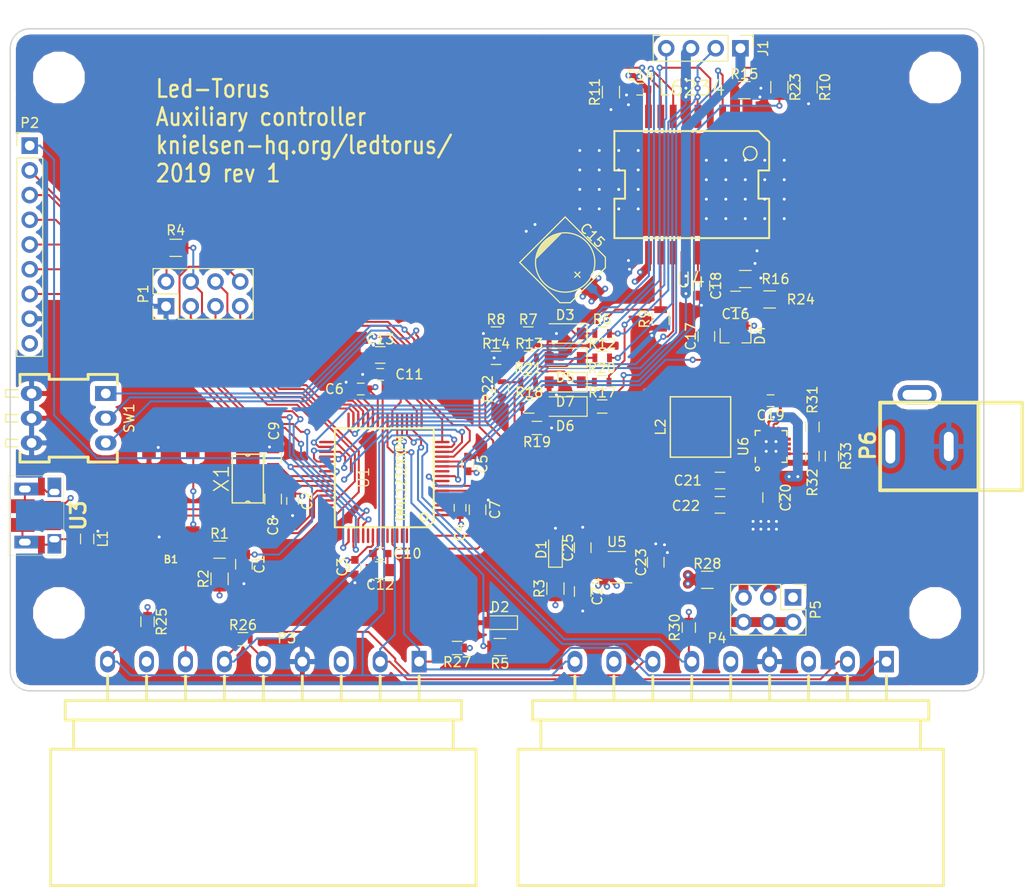
<source format=kicad_pcb>
(kicad_pcb (version 20170123) (host pcbnew "(2017-08-04 revision 7bf9f8e1c)-master")
  (layers (0 F.Cu signal) (1 In1.Cu signal) (2 In2.Cu signal) (31 B.Cu signal) (34 B.Paste user) (35 F.Paste user) (36 B.SilkS user) (37 F.SilkS user) (38 B.Mask user) (39 F.Mask user) (44 Edge.Cuts user))
  (net 0 "")
  (net 1 "Net-(B1-Pad1)")
  (net 2 GND)
  (net 3 /reset)
  (net 4 +3V3)
  (net 5 "Net-(C8-Pad1)")
  (net 6 "Net-(C9-Pad1)")
  (net 7 /vdcc)
  (net 8 +24V)
  (net 9 /Motor/vboot)
  (net 10 /Motor/vcp)
  (net 11 "Net-(C17-Pad2)")
  (net 12 /Motor/vref)
  (net 13 "Net-(C19-Pad1)")
  (net 14 +8V)
  (net 15 VCC)
  (net 16 /Power/bypass)
  (net 17 "Net-(D1-Pad1)")
  (net 18 "Net-(D2-Pad1)")
  (net 19 "Net-(D3-Pad1)")
  (net 20 "Net-(D5-Pad1)")
  (net 21 "Net-(D6-Pad1)")
  (net 22 "Net-(D7-Pad1)")
  (net 23 gpio1)
  (net 24 gpio2)
  (net 25 /Motor/phase_c)
  (net 26 /Motor/phase_b)
  (net 27 /Motor/phase_a)
  (net 28 /Motor/neutral)
  (net 29 "Net-(L1-Pad1)")
  (net 30 /nrf_ce)
  (net 31 /nrf_cs)
  (net 32 /ssi1clk)
  (net 33 /ssi1tx)
  (net 34 /ssi1rx)
  (net 35 /nrf_irq)
  (net 36 /u0rx)
  (net 37 /u0tx)
  (net 38 /tdi)
  (net 39 /tdo)
  (net 40 /tms)
  (net 41 /tck)
  (net 42 usb5v)
  (net 43 "Net-(P6-Pad1)")
  (net 44 /user_led)
  (net 45 bemf_a)
  (net 46 m_en3)
  (net 47 m_en2)
  (net 48 m_en1)
  (net 49 bemf_b)
  (net 50 /Motor/m_sense1_raw)
  (net 51 /Motor/m_sense2_raw)
  (net 52 bemf_c)
  (net 53 bemf_n)
  (net 54 m_sense1)
  (net 55 m_sense2)
  (net 56 ps2_ack)
  (net 57 ps2_att1)
  (net 58 ps2_data)
  (net 59 ps2_att2)
  (net 60 "Net-(U1-Pad1)")
  (net 61 "Net-(U1-Pad4)")
  (net 62 "Net-(U1-Pad5)")
  (net 63 "Net-(U1-Pad10)")
  (net 64 ps2_clk)
  (net 65 ps2_cmd)
  (net 66 m_in3)
  (net 67 m_in2)
  (net 68 m_in1)
  (net 69 /usb_dm)
  (net 70 /usb_dp)
  (net 71 "Net-(U1-Pad46)")
  (net 72 "Net-(U1-Pad47)")
  (net 73 "Net-(U1-Pad53)")
  (net 74 "Net-(U1-Pad57)")
  (net 75 "Net-(U1-Pad59)")
  (net 76 "Net-(U1-Pad60)")
  (net 77 "Net-(U1-Pad61)")
  (net 78 "Net-(U1-Pad62)")
  (net 79 "Net-(U1-Pad63)")
  (net 80 "Net-(U3-Pad4)")
  (net 81 "Net-(U6-Pad8)")
  (net 82 "Net-(U6-Pad9)")
  (net 83 "Net-(P3-Pad8)")
  (net 84 "Net-(P4-Pad8)")
  (net 85 /Power/fb)
  (net 86 /Power/vsw)
  (net 87 /PS2_Controllers/rumble)
  (net 88 gpio3)
  (module knielsenlib:POWERSO20_stencil (layer F.Cu) (at 120 98 180)
    (fp_text reference U4 (at 0.1 -9.8 180) (layer F.SilkS) (effects (font (size 1.5 1.5))))
    (fp_text value L6234 (at 0 9.9 180) (layer F.SilkS) (effects (font (size 1.5 1.5))))
    (pad 21 smd circle (at 6 3 180) (size 0.95 0.95) (layers F.Cu F.Paste F.Mask) (net 2 GND))
    (pad 21 smd circle (at 5 3 180) (size 0.95 0.95) (layers F.Cu F.Paste F.Mask) (net 2 GND))
    (pad 21 smd circle (at 4 3 180) (size 0.95 0.95) (layers F.Cu F.Paste F.Mask) (net 2 GND))
    (pad 21 smd circle (at 3 3 180) (size 0.95 0.95) (layers F.Cu F.Paste F.Mask) (net 2 GND))
    (pad 21 smd circle (at 2 3 180) (size 0.95 0.95) (layers F.Cu F.Paste F.Mask) (net 2 GND))
    (pad 21 smd circle (at 1 3 180) (size 0.95 0.95) (layers F.Cu F.Paste F.Mask) (net 2 GND))
    (pad 21 smd circle (at 0 3 180) (size 0.95 0.95) (layers F.Cu F.Paste F.Mask) (net 2 GND))
    (pad 21 smd circle (at -1 3 180) (size 0.95 0.95) (layers F.Cu F.Paste F.Mask) (net 2 GND))
    (pad 21 smd circle (at -2 3 180) (size 0.95 0.95) (layers F.Cu F.Paste F.Mask) (net 2 GND))
    (pad 21 smd circle (at -3 3 180) (size 0.95 0.95) (layers F.Cu F.Paste F.Mask) (net 2 GND))
    (pad 21 smd circle (at -4 3 180) (size 0.95 0.95) (layers F.Cu F.Paste F.Mask) (net 2 GND))
    (pad 21 smd circle (at -5 3 180) (size 0.95 0.95) (layers F.Cu F.Paste F.Mask) (net 2 GND))
    (pad 21 smd circle (at -6 3 180) (size 0.95 0.95) (layers F.Cu F.Paste F.Mask) (net 2 GND))
    (pad 21 smd circle (at 8 2 180) (size 0.95 0.95) (layers F.Cu F.Paste F.Mask) (net 2 GND))
    (pad 21 smd circle (at 7 2 180) (size 0.95 0.95) (layers F.Cu F.Paste F.Mask) (net 2 GND))
    (pad 21 smd circle (at 6 2 180) (size 0.95 0.95) (layers F.Cu F.Paste F.Mask) (net 2 GND))
    (pad 21 smd circle (at 5 2 180) (size 0.95 0.95) (layers F.Cu F.Paste F.Mask) (net 2 GND))
    (pad 21 smd circle (at 4 2 180) (size 0.95 0.95) (layers F.Cu F.Paste F.Mask) (net 2 GND))
    (pad 21 smd circle (at 3 2 180) (size 0.95 0.95) (layers F.Cu F.Paste F.Mask) (net 2 GND))
    (pad 21 smd circle (at 2 2 180) (size 0.95 0.95) (layers F.Cu F.Paste F.Mask) (net 2 GND))
    (pad 21 smd circle (at 1 2 180) (size 0.95 0.95) (layers F.Cu F.Paste F.Mask) (net 2 GND))
    (pad 21 smd circle (at 0 2 180) (size 0.95 0.95) (layers F.Cu F.Paste F.Mask) (net 2 GND))
    (pad 21 smd circle (at -1 2 180) (size 0.95 0.95) (layers F.Cu F.Paste F.Mask) (net 2 GND))
    (pad 21 smd circle (at -2 2 180) (size 0.95 0.95) (layers F.Cu F.Paste F.Mask) (net 2 GND))
    (pad 21 smd circle (at -3 2 180) (size 0.95 0.95) (layers F.Cu F.Paste F.Mask) (net 2 GND))
    (pad 21 smd circle (at -4 2 180) (size 0.95 0.95) (layers F.Cu F.Paste F.Mask) (net 2 GND))
    (pad 21 smd circle (at -5 2 180) (size 0.95 0.95) (layers F.Cu F.Paste F.Mask) (net 2 GND))
    (pad 21 smd circle (at -6 2 180) (size 0.95 0.95) (layers F.Cu F.Paste F.Mask) (net 2 GND))
    (pad 21 smd circle (at -7 2 180) (size 0.95 0.95) (layers F.Cu F.Paste F.Mask) (net 2 GND))
    (pad 21 smd circle (at -8 2 180) (size 0.95 0.95) (layers F.Cu F.Paste F.Mask) (net 2 GND))
    (pad 21 smd circle (at 8 1 180) (size 0.95 0.95) (layers F.Cu F.Paste F.Mask) (net 2 GND))
    (pad 21 smd circle (at 7 1 180) (size 0.95 0.95) (layers F.Cu F.Paste F.Mask) (net 2 GND))
    (pad 21 smd circle (at 6 1 180) (size 0.95 0.95) (layers F.Cu F.Paste F.Mask) (net 2 GND))
    (pad 21 smd circle (at 5 1 180) (size 0.95 0.95) (layers F.Cu F.Paste F.Mask) (net 2 GND))
    (pad 21 smd circle (at 4 1 180) (size 0.95 0.95) (layers F.Cu F.Paste F.Mask) (net 2 GND))
    (pad 21 smd circle (at 3 1 180) (size 0.95 0.95) (layers F.Cu F.Paste F.Mask) (net 2 GND))
    (pad 21 smd circle (at 2 1 180) (size 0.95 0.95) (layers F.Cu F.Paste F.Mask) (net 2 GND))
    (pad 21 smd circle (at 1 1 180) (size 0.95 0.95) (layers F.Cu F.Paste F.Mask) (net 2 GND))
    (pad 21 smd circle (at 0 1 180) (size 0.95 0.95) (layers F.Cu F.Paste F.Mask) (net 2 GND))
    (pad 21 smd circle (at -1 1 180) (size 0.95 0.95) (layers F.Cu F.Paste F.Mask) (net 2 GND))
    (pad 21 smd circle (at -2 1 180) (size 0.95 0.95) (layers F.Cu F.Paste F.Mask) (net 2 GND))
    (pad 21 smd circle (at -3 1 180) (size 0.95 0.95) (layers F.Cu F.Paste F.Mask) (net 2 GND))
    (pad 21 smd circle (at -4 1 180) (size 0.95 0.95) (layers F.Cu F.Paste F.Mask) (net 2 GND))
    (pad 21 smd circle (at -5 1 180) (size 0.95 0.95) (layers F.Cu F.Paste F.Mask) (net 2 GND))
    (pad 21 smd circle (at -6 1 180) (size 0.95 0.95) (layers F.Cu F.Paste F.Mask) (net 2 GND))
    (pad 21 smd circle (at -7 1 180) (size 0.95 0.95) (layers F.Cu F.Paste F.Mask) (net 2 GND))
    (pad 21 smd circle (at -8 1 180) (size 0.95 0.95) (layers F.Cu F.Paste F.Mask) (net 2 GND))
    (pad 21 smd circle (at 8 0 180) (size 0.95 0.95) (layers F.Cu F.Paste F.Mask) (net 2 GND))
    (pad 21 smd circle (at 7 0 180) (size 0.95 0.95) (layers F.Cu F.Paste F.Mask) (net 2 GND))
    (pad 21 smd circle (at 6 0 180) (size 0.95 0.95) (layers F.Cu F.Paste F.Mask) (net 2 GND))
    (pad 21 smd circle (at 5 0 180) (size 0.95 0.95) (layers F.Cu F.Paste F.Mask) (net 2 GND))
    (pad 21 smd circle (at 4 0 180) (size 0.95 0.95) (layers F.Cu F.Paste F.Mask) (net 2 GND))
    (pad 21 smd circle (at 3 0 180) (size 0.95 0.95) (layers F.Cu F.Paste F.Mask) (net 2 GND))
    (pad 21 smd circle (at 2 0 180) (size 0.95 0.95) (layers F.Cu F.Paste F.Mask) (net 2 GND))
    (pad 21 smd circle (at 1 0 180) (size 0.95 0.95) (layers F.Cu F.Paste F.Mask) (net 2 GND))
    (pad 21 smd circle (at 0 0 180) (size 0.95 0.95) (layers F.Cu F.Paste F.Mask) (net 2 GND))
    (pad 21 smd circle (at -1 0 180) (size 0.95 0.95) (layers F.Cu F.Paste F.Mask) (net 2 GND))
    (pad 21 smd circle (at -2 0 180) (size 0.95 0.95) (layers F.Cu F.Paste F.Mask) (net 2 GND))
    (pad 21 smd circle (at -3 0 180) (size 0.95 0.95) (layers F.Cu F.Paste F.Mask) (net 2 GND))
    (pad 21 smd circle (at -4 0 180) (size 0.95 0.95) (layers F.Cu F.Paste F.Mask) (net 2 GND))
    (pad 21 smd circle (at -5 0 180) (size 0.95 0.95) (layers F.Cu F.Paste F.Mask) (net 2 GND))
    (pad 21 smd circle (at -6 0 180) (size 0.95 0.95) (layers F.Cu F.Paste F.Mask) (net 2 GND))
    (pad 21 smd circle (at -7 0 180) (size 0.95 0.95) (layers F.Cu F.Paste F.Mask) (net 2 GND))
    (pad 21 smd circle (at -8 0 180) (size 0.95 0.95) (layers F.Cu F.Paste F.Mask) (net 2 GND))
    (pad 21 smd circle (at 8 -1 180) (size 0.95 0.95) (layers F.Cu F.Paste F.Mask) (net 2 GND))
    (pad 21 smd circle (at 7 -1 180) (size 0.95 0.95) (layers F.Cu F.Paste F.Mask) (net 2 GND))
    (pad 21 smd circle (at 6 -1 180) (size 0.95 0.95) (layers F.Cu F.Paste F.Mask) (net 2 GND))
    (pad 21 smd circle (at 5 -1 180) (size 0.95 0.95) (layers F.Cu F.Paste F.Mask) (net 2 GND))
    (pad 21 smd circle (at 4 -1 180) (size 0.95 0.95) (layers F.Cu F.Paste F.Mask) (net 2 GND))
    (pad 21 smd circle (at 3 -1 180) (size 0.95 0.95) (layers F.Cu F.Paste F.Mask) (net 2 GND))
    (pad 21 smd circle (at 2 -1 180) (size 0.95 0.95) (layers F.Cu F.Paste F.Mask) (net 2 GND))
    (pad 21 smd circle (at 1 -1 180) (size 0.95 0.95) (layers F.Cu F.Paste F.Mask) (net 2 GND))
    (pad 21 smd circle (at 0 -1 180) (size 0.95 0.95) (layers F.Cu F.Paste F.Mask) (net 2 GND))
    (pad 21 smd circle (at -1 -1 180) (size 0.95 0.95) (layers F.Cu F.Paste F.Mask) (net 2 GND))
    (pad 21 smd circle (at -2 -1 180) (size 0.95 0.95) (layers F.Cu F.Paste F.Mask) (net 2 GND))
    (pad 21 smd circle (at -3 -1 180) (size 0.95 0.95) (layers F.Cu F.Paste F.Mask) (net 2 GND))
    (pad 21 smd circle (at -4 -1 180) (size 0.95 0.95) (layers F.Cu F.Paste F.Mask) (net 2 GND))
    (pad 21 smd circle (at -5 -1 180) (size 0.95 0.95) (layers F.Cu F.Paste F.Mask) (net 2 GND))
    (pad 21 smd circle (at -6 -1 180) (size 0.95 0.95) (layers F.Cu F.Paste F.Mask) (net 2 GND))
    (pad 21 smd circle (at -7 -1 180) (size 0.95 0.95) (layers F.Cu F.Paste F.Mask) (net 2 GND))
    (pad 21 smd circle (at -8 -1 180) (size 0.95 0.95) (layers F.Cu F.Paste F.Mask) (net 2 GND))
    (pad 21 smd circle (at 8 -2 180) (size 0.95 0.95) (layers F.Cu F.Paste F.Mask) (net 2 GND))
    (pad 21 smd circle (at 7 -2 180) (size 0.95 0.95) (layers F.Cu F.Paste F.Mask) (net 2 GND))
    (pad 21 smd circle (at 6 -2 180) (size 0.95 0.95) (layers F.Cu F.Paste F.Mask) (net 2 GND))
    (pad 21 smd circle (at 5 -2 180) (size 0.95 0.95) (layers F.Cu F.Paste F.Mask) (net 2 GND))
    (pad 21 smd circle (at 4 -2 180) (size 0.95 0.95) (layers F.Cu F.Paste F.Mask) (net 2 GND))
    (pad 21 smd circle (at 3 -2 180) (size 0.95 0.95) (layers F.Cu F.Paste F.Mask) (net 2 GND))
    (pad 21 smd circle (at 2 -2 180) (size 0.95 0.95) (layers F.Cu F.Paste F.Mask) (net 2 GND))
    (pad 21 smd circle (at 1 -2 180) (size 0.95 0.95) (layers F.Cu F.Paste F.Mask) (net 2 GND))
    (pad 21 smd circle (at 0 -2 180) (size 0.95 0.95) (layers F.Cu F.Paste F.Mask) (net 2 GND))
    (pad 21 smd circle (at -1 -2 180) (size 0.95 0.95) (layers F.Cu F.Paste F.Mask) (net 2 GND))
    (pad 21 smd circle (at -2 -2 180) (size 0.95 0.95) (layers F.Cu F.Paste F.Mask) (net 2 GND))
    (pad 21 smd circle (at -3 -2 180) (size 0.95 0.95) (layers F.Cu F.Paste F.Mask) (net 2 GND))
    (pad 21 smd circle (at -4 -2 180) (size 0.95 0.95) (layers F.Cu F.Paste F.Mask) (net 2 GND))
    (pad 21 smd circle (at -5 -2 180) (size 0.95 0.95) (layers F.Cu F.Paste F.Mask) (net 2 GND))
    (pad 21 smd circle (at -6 -2 180) (size 0.95 0.95) (layers F.Cu F.Paste F.Mask) (net 2 GND))
    (pad 21 smd circle (at -7 -2 180) (size 0.95 0.95) (layers F.Cu F.Paste F.Mask) (net 2 GND))
    (pad 21 smd circle (at -8 -2 180) (size 0.95 0.95) (layers F.Cu F.Paste F.Mask) (net 2 GND))
    (pad 21 smd circle (at 6 -3 180) (size 0.95 0.95) (layers F.Cu F.Paste F.Mask) (net 2 GND))
    (pad 21 smd circle (at 5 -3 180) (size 0.95 0.95) (layers F.Cu F.Paste F.Mask) (net 2 GND))
    (pad 21 smd circle (at 4 -3 180) (size 0.95 0.95) (layers F.Cu F.Paste F.Mask) (net 2 GND))
    (pad 21 smd circle (at 3 -3 180) (size 0.95 0.95) (layers F.Cu F.Paste F.Mask) (net 2 GND))
    (pad 21 smd circle (at 2 -3 180) (size 0.95 0.95) (layers F.Cu F.Paste F.Mask) (net 2 GND))
    (pad 21 smd circle (at 1 -3 180) (size 0.95 0.95) (layers F.Cu F.Paste F.Mask) (net 2 GND))
    (pad 21 smd circle (at 0 -3 180) (size 0.95 0.95) (layers F.Cu F.Paste F.Mask) (net 2 GND))
    (pad 21 smd circle (at -1 -3 180) (size 0.95 0.95) (layers F.Cu F.Paste F.Mask) (net 2 GND))
    (pad 21 smd circle (at -2 -3 180) (size 0.95 0.95) (layers F.Cu F.Paste F.Mask) (net 2 GND))
    (pad 21 smd circle (at -3 -3 180) (size 0.95 0.95) (layers F.Cu F.Paste F.Mask) (net 2 GND))
    (pad 21 smd circle (at -4 -3 180) (size 0.95 0.95) (layers F.Cu F.Paste F.Mask) (net 2 GND))
    (pad 21 smd circle (at -5 -3 180) (size 0.95 0.95) (layers F.Cu F.Paste F.Mask) (net 2 GND))
    (pad 21 smd circle (at -6 -3 180) (size 0.95 0.95) (layers F.Cu F.Paste F.Mask) (net 2 GND))
    (pad 21 smd rect (at 0 0 180) (size 14.8 8.6) (layers F.Cu F.Mask) (net 2 GND))
    (pad 21 smd rect (at 0 0 180) (size 17.7 5) (layers F.Cu F.Mask) (net 2 GND))
    (pad 20 smd rect (at -5.715 -7 180) (size 0.7 2.4) (layers F.Cu F.Paste F.Mask) (net 2 GND))
    (pad 19 smd rect (at -4.445 -7 180) (size 0.7 2.4) (layers F.Cu F.Paste F.Mask) (net 51 /Motor/m_sense2_raw))
    (pad 18 smd rect (at -3.175 -7 180) (size 0.7 2.4) (layers F.Cu F.Paste F.Mask) (net 9 /Motor/vboot))
    (pad 17 smd rect (at -1.905 -7 180) (size 0.7 2.4) (layers F.Cu F.Paste F.Mask) (net 10 /Motor/vcp))
    (pad 16 smd rect (at -0.635 -7 180) (size 0.7 2.4) (layers F.Cu F.Paste F.Mask) (net 12 /Motor/vref))
    (pad 15 smd rect (at 0.635 -7 180) (size 0.7 2.4) (layers F.Cu F.Paste F.Mask) (net 25 /Motor/phase_c))
    (pad 14 smd rect (at 1.905 -7 180) (size 0.7 2.4) (layers F.Cu F.Paste F.Mask) (net 66 m_in3))
    (pad 13 smd rect (at 3.175 -7 180) (size 0.7 2.4) (layers F.Cu F.Paste F.Mask) (net 46 m_en3))
    (pad 12 smd rect (at 4.445 -7 180) (size 0.7 2.4) (layers F.Cu F.Paste F.Mask) (net 8 +24V))
    (pad 11 smd rect (at 5.715 -7 180) (size 0.7 2.4) (layers F.Cu F.Paste F.Mask) (net 2 GND))
    (pad 10 smd rect (at 5.715 7 180) (size 0.7 2.4) (layers F.Cu F.Paste F.Mask) (net 2 GND))
    (pad 9 smd rect (at 4.445 7 180) (size 0.7 2.4) (layers F.Cu F.Paste F.Mask) (net 8 +24V))
    (pad 8 smd rect (at 3.175 7 180) (size 0.7 2.4) (layers F.Cu F.Paste F.Mask) (net 48 m_en1))
    (pad 7 smd rect (at 1.905 7 180) (size 0.7 2.4) (layers F.Cu F.Paste F.Mask) (net 68 m_in1))
    (pad 6 smd rect (at 0.635 7 180) (size 0.7 2.4) (layers F.Cu F.Paste F.Mask) (net 27 /Motor/phase_a))
    (pad 5 smd rect (at -0.635 7 180) (size 0.7 2.4) (layers F.Cu F.Paste F.Mask) (net 26 /Motor/phase_b))
    (pad 4 smd rect (at -1.905 7 180) (size 0.7 2.4) (layers F.Cu F.Paste F.Mask) (net 67 m_in2))
    (pad 3 smd rect (at -3.175 7 180) (size 0.7 2.4) (layers F.Cu F.Paste F.Mask) (net 47 m_en2))
    (pad 2 smd rect (at -4.445 7 180) (size 0.7 2.4) (layers F.Cu F.Paste F.Mask) (net 50 /Motor/m_sense1_raw))
    (pad 1 smd rect (at -5.715 7 180) (size 0.7 2.4) (layers F.Cu F.Paste F.Mask) (net 2 GND))
  )
  (module knielsenlib:Coil_WE_7447786004 (layer F.Cu) (at 120.9 122.9 270)
    (fp_text reference L2 (at 0 4.1 270) (layer F.SilkS))
    (fp_text value 4u7)
    (pad 1 smd rect (at 0 -2.175 270) (size 1.9 1.85) (layers F.Cu F.Paste F.Mask) (net 86 /Power/vsw))
    (pad 2 smd rect (at 0 2.175 270) (size 1.9 1.85) (layers F.Cu F.Paste F.Mask) (net 14 +8V))
  )
  (module knielsenlib:dc_socket (layer F.Cu) (at 146.65 124.9 90)
    (fp_text reference P6 (at 0.1 -8.55 90) (layer F.SilkS) (effects (font (thickness 0.3048))))
    (fp_text value CONN_3 hide)
    (pad 3 thru_hole oval (at 0 -6.25094 90) (size 4.50088 1.99898) (drill oval 3.50012 1.00076) (layers *.Cu *.Mask) (net 8 +24V))
    (pad 2 thru_hole oval (at 0 -0.24892 90) (size 4.0005 1.99898) (drill oval 2.99974 1.00076) (layers *.Cu *.Mask) (net 2 GND))
    (pad 1 thru_hole oval (at 5.30098 -3.50012 90) (size 1.99898 4.0005) (drill oval 1.00076 2.99974) (layers *.Cu *.Mask) (net 43 "Net-(P6-Pad1)"))
  )
  (module knielsenlib:DualShock_conn (layer F.Cu) (at 76 147)
    (fp_text reference P3 (at 2.4 -2.4) (layer F.SilkS))
    (fp_text value CONN_01X09)
    (pad 1 thru_hole rect (at 16 0) (size 1.524 2.19964) (drill 1) (layers *.Cu *.Mask) (net 58 ps2_data))
    (pad 2 thru_hole oval (at 12 0) (size 1.524 2.19964) (drill 1) (layers *.Cu *.Mask) (net 65 ps2_cmd))
    (pad 3 thru_hole oval (at 8 0) (size 1.524 2.19964) (drill 1) (layers *.Cu *.Mask) (net 87 /PS2_Controllers/rumble))
    (pad 4 thru_hole oval (at 4 0) (size 1.524 2.19964) (drill 1) (layers *.Cu *.Mask) (net 2 GND))
    (pad 5 thru_hole oval (at 0 0) (size 1.524 2.19964) (drill 1) (layers *.Cu *.Mask) (net 4 +3V3))
    (pad 6 thru_hole oval (at -4 0) (size 1.524 2.19964) (drill 1) (layers *.Cu *.Mask) (net 57 ps2_att1))
    (pad 7 thru_hole oval (at -8 0) (size 1.524 2.19964) (drill 1) (layers *.Cu *.Mask) (net 64 ps2_clk))
    (pad 8 thru_hole oval (at -12 0) (size 1.524 2.19964) (drill 1) (layers *.Cu *.Mask) (net 83 "Net-(P3-Pad8)"))
    (pad 9 thru_hole oval (at -16 0) (size 1.524 2.19964) (drill 1) (layers *.Cu *.Mask) (net 56 ps2_ack))
  )
  (module knielsenlib:DualShock_conn (layer F.Cu) (at 124 147)
    (fp_text reference P4 (at -1.4 -2.4) (layer F.SilkS))
    (fp_text value CONN_01X09)
    (pad 1 thru_hole rect (at 16 0) (size 1.524 2.19964) (drill 1) (layers *.Cu *.Mask) (net 58 ps2_data))
    (pad 2 thru_hole oval (at 12 0) (size 1.524 2.19964) (drill 1) (layers *.Cu *.Mask) (net 65 ps2_cmd))
    (pad 3 thru_hole oval (at 8 0) (size 1.524 2.19964) (drill 1) (layers *.Cu *.Mask) (net 87 /PS2_Controllers/rumble))
    (pad 4 thru_hole oval (at 4 0) (size 1.524 2.19964) (drill 1) (layers *.Cu *.Mask) (net 2 GND))
    (pad 5 thru_hole oval (at 0 0) (size 1.524 2.19964) (drill 1) (layers *.Cu *.Mask) (net 4 +3V3))
    (pad 6 thru_hole oval (at -4 0) (size 1.524 2.19964) (drill 1) (layers *.Cu *.Mask) (net 59 ps2_att2))
    (pad 7 thru_hole oval (at -8 0) (size 1.524 2.19964) (drill 1) (layers *.Cu *.Mask) (net 64 ps2_clk))
    (pad 8 thru_hole oval (at -12 0) (size 1.524 2.19964) (drill 1) (layers *.Cu *.Mask) (net 84 "Net-(P4-Pad8)"))
    (pad 9 thru_hole oval (at -16 0) (size 1.524 2.19964) (drill 1) (layers *.Cu *.Mask) (net 56 ps2_ack))
  )
  (module knielsenlib:DIPSWITCH_X3 (layer F.Cu) (at 56 122 270)
    (fp_text reference SW1 (at 0 -6.223 270) (layer F.SilkS))
    (fp_text value Switch_3)
    (pad 6 thru_hole oval (at 2.54 3.81 270) (size 1.524 2.19964) (drill 1.00076) (layers *.Cu *.Mask) (net 2 GND))
    (pad 5 thru_hole oval (at 2.54 -3.81 270) (size 1.524 2.19964) (drill 1.00076) (layers *.Cu *.Mask) (net 23 gpio1))
    (pad 4 thru_hole oval (at 0 3.81 270) (size 1.524 2.19964) (drill 1.00076) (layers *.Cu *.Mask) (net 2 GND))
    (pad 3 thru_hole oval (at 0 -3.81 270) (size 1.524 2.19964) (drill 1.00076) (layers *.Cu *.Mask) (net 24 gpio2))
    (pad 2 thru_hole oval (at -2.54 3.81 270) (size 1.524 2.19964) (drill 1.00076) (layers *.Cu *.Mask) (net 2 GND))
    (pad 1 thru_hole rect (at -2.54 -3.81 270) (size 1.524 2.19964) (drill 1.00076) (layers *.Cu *.Mask) (net 88 gpio3))
  )
  (module knielsenlib:10103594-0001LF (layer F.Cu) (at 51.5 132 270)
    (fp_text reference U3 (at 0 -5.4991 270) (layer F.SilkS) (effects (font (thickness 0.3048))))
    (fp_text value KNUSB hide)
    (pad 6 thru_hole rect (at 2.72542 0 270) (size 1.30048 2.4511) (drill oval 0.70104 1.19888 (offset 0 -0.14986)) (layers *.Cu *.Mask) (net 29 "Net-(L1-Pad1)"))
    (pad 6 smd rect (at 2.98704 -1.69926 270) (size 1.82626 0.70104) (layers F.Cu F.Paste F.Mask) (net 29 "Net-(L1-Pad1)"))
    (pad 6 smd rect (at -2.98704 -1.69926 270) (size 1.82626 0.70104) (layers F.Cu F.Paste F.Mask) (net 29 "Net-(L1-Pad1)"))
    (pad 6 thru_hole rect (at -2.72542 0 270) (size 1.30048 2.4511) (drill oval 0.70104 1.19888 (offset 0 -0.14986)) (layers *.Cu *.Mask) (net 29 "Net-(L1-Pad1)"))
    (pad 6 thru_hole rect (at 2.4257 -3.03022 270) (size 1.99898 1.39954) (drill oval 0.65024 1.04902 (offset 0.47498 0)) (layers *.Cu *.Mask) (net 29 "Net-(L1-Pad1)"))
    (pad 6 thru_hole rect (at -2.4257 -3.03022 270) (size 1.99898 1.39954) (drill oval 0.65024 1.04902 (offset -0.47498 0)) (layers *.Cu *.Mask) (net 29 "Net-(L1-Pad1)"))
    (pad 6 smd rect (at 0.96266 0.24892 270) (size 1.42494 2.49936) (layers F.Cu F.Paste F.Mask) (net 29 "Net-(L1-Pad1)"))
    (pad 6 smd rect (at -0.96266 0.24892 270) (size 1.42494 2.49936) (layers F.Cu F.Paste F.Mask) (net 29 "Net-(L1-Pad1)"))
    (pad 5 smd rect (at 1.30048 -2.82448 270) (size 0.39878 1.75006) (layers F.Cu F.Paste F.Mask) (net 2 GND) (clearance 0.09906))
    (pad 4 smd rect (at 0.65024 -2.82448 270) (size 0.39878 1.75006) (layers F.Cu F.Paste F.Mask) (net 80 "Net-(U3-Pad4)") (clearance 0.09906))
    (pad 3 smd rect (at 0 -2.82448 270) (size 0.39878 1.75006) (layers F.Cu F.Paste F.Mask) (net 70 /usb_dp) (clearance 0.09906))
    (pad 2 smd rect (at -0.65024 -2.82448 270) (size 0.39878 1.75006) (layers F.Cu F.Paste F.Mask) (net 69 /usb_dm) (clearance 0.09906))
    (pad 1 smd rect (at -1.30048 -2.82448 270) (size 0.39878 1.75006) (layers F.Cu F.Paste F.Mask) (net 42 usb5v) (clearance 0.09906))
  )
  (module knielsenlib:QFN16-TS30001 (layer F.Cu) (at 128.15 124.9 90)
    (fp_text reference U6 (at 0 -2.85 90) (layer F.SilkS))
    (fp_text value TS3001x)
    (pad 17 smd rect (at 0 0 90) (size 1.7 1.7) (layers F.Cu F.Mask) (net 2 GND))
    (pad 17 smd rect (at 0 0 90) (size 1.7 0.5) (layers F.Cu F.Paste F.Mask) (net 2 GND))
    (pad 17 smd rect (at 0 0 90) (size 0.5 1.7) (layers F.Cu F.Paste F.Mask) (net 2 GND))
    (pad 16 smd rect (at -0.75 -1.5 180) (size 0.85 0.3) (drill (offset 0.1 0)) (layers F.Cu F.Paste F.Mask) (net 86 /Power/vsw))
    (pad 15 smd rect (at -0.25 -1.5 180) (size 0.85 0.3) (drill (offset 0.1 0)) (layers F.Cu F.Paste F.Mask) (net 2 GND))
    (pad 14 smd rect (at 0.25 -1.5 180) (size 0.85 0.3) (drill (offset 0.1 0)) (layers F.Cu F.Paste F.Mask) (net 2 GND))
    (pad 13 smd rect (at 0.75 -1.5 180) (size 0.85 0.3) (drill (offset 0.1 0)) (layers F.Cu F.Paste F.Mask) (net 86 /Power/vsw))
    (pad 12 smd rect (at 1.5 -0.75 90) (size 0.85 0.3) (drill (offset 0.1 0)) (layers F.Cu F.Paste F.Mask) (net 86 /Power/vsw))
    (pad 11 smd rect (at 1.5 -0.25 90) (size 0.85 0.3) (drill (offset 0.1 0)) (layers F.Cu F.Paste F.Mask) (net 8 +24V))
    (pad 10 smd rect (at 1.5 0.25 90) (size 0.85 0.3) (drill (offset 0.1 0)) (layers F.Cu F.Paste F.Mask) (net 13 "Net-(C19-Pad1)"))
    (pad 9 smd rect (at 1.5 0.75 90) (size 0.85 0.3) (drill (offset 0.1 0)) (layers F.Cu F.Paste F.Mask) (net 82 "Net-(U6-Pad9)"))
    (pad 8 smd rect (at 0.75 1.5 180) (size 0.85 0.3) (drill (offset -0.1 0)) (layers F.Cu F.Paste F.Mask) (net 81 "Net-(U6-Pad8)"))
    (pad 7 smd rect (at 0.25 1.5 180) (size 0.85 0.3) (drill (offset -0.1 0)) (layers F.Cu F.Paste F.Mask))
    (pad 6 smd rect (at -0.25 1.5 180) (size 0.85 0.3) (drill (offset -0.1 0)) (layers F.Cu F.Paste F.Mask))
    (pad 5 smd rect (at -0.75 1.5 180) (size 0.85 0.3) (drill (offset -0.1 0)) (layers F.Cu F.Paste F.Mask) (net 85 /Power/fb))
    (pad 4 smd rect (at -1.5 0.75 90) (size 0.85 0.3) (drill (offset -0.1 0)) (layers F.Cu F.Paste F.Mask) (net 2 GND))
    (pad 3 smd rect (at -1.5 0.25 90) (size 0.85 0.3) (drill (offset -0.1 0)) (layers F.Cu F.Paste F.Mask) (net 8 +24V))
    (pad 2 smd rect (at -1.5 -0.25 90) (size 0.85 0.3) (drill (offset -0.1 0)) (layers F.Cu F.Paste F.Mask) (net 8 +24V))
    (pad 1 smd rect (at -1.5 -0.75 90) (size 0.85 0.3) (drill (offset -0.1 0)) (layers F.Cu F.Paste F.Mask) (net 86 /Power/vsw))
  )
  (module Resistors_SMD:R_0805 (layer F.Cu) (at 121.6 138.6)
    (fp_text reference R28 (at 0 -1.65) (layer F.SilkS))
    (fp_text value 0)
    (pad 1 smd rect (at -0.95 0) (size 0.7 1.3) (layers F.Cu F.Paste F.Mask) (net 87 /PS2_Controllers/rumble))
    (pad 2 smd rect (at 0.95 0) (size 0.7 1.3) (layers F.Cu F.Paste F.Mask) (net 14 +8V))
  )
  (module Diodes_SMD:D_SOD-123 (layer F.Cu) (at 107 120.8 180)
    (fp_text reference D6 (at 0 -2 180) (layer F.SilkS))
    (fp_text value 7V)
    (pad 2 smd rect (at 1.65 0 180) (size 0.9 1.2) (layers F.Cu F.Paste F.Mask) (net 2 GND))
    (pad 1 smd rect (at -1.65 0 180) (size 0.9 1.2) (layers F.Cu F.Paste F.Mask) (net 21 "Net-(D6-Pad1)"))
  )
  (module Diodes_SMD:D_SOD-123 (layer F.Cu) (at 107 118.3 180)
    (fp_text reference D7 (at 0 -2 180) (layer F.SilkS))
    (fp_text value 7V)
    (pad 1 smd rect (at -1.65 0 180) (size 0.9 1.2) (layers F.Cu F.Paste F.Mask) (net 22 "Net-(D7-Pad1)"))
    (pad 2 smd rect (at 1.65 0 180) (size 0.9 1.2) (layers F.Cu F.Paste F.Mask) (net 2 GND))
  )
  (module Diodes_SMD:D_SOD-123 (layer F.Cu) (at 107 115.8 180)
    (fp_text reference D5 (at 0 -2 180) (layer F.SilkS))
    (fp_text value 7V)
    (pad 2 smd rect (at 1.65 0 180) (size 0.9 1.2) (layers F.Cu F.Paste F.Mask) (net 2 GND))
    (pad 1 smd rect (at -1.65 0 180) (size 0.9 1.2) (layers F.Cu F.Paste F.Mask) (net 20 "Net-(D5-Pad1)"))
  )
  (module Diodes_SMD:D_SOD-123 (layer F.Cu) (at 107 113.3 180)
    (fp_text reference D3 (at 0 1.9 180) (layer F.SilkS))
    (fp_text value 7V)
    (pad 1 smd rect (at -1.65 0 180) (size 0.9 1.2) (layers F.Cu F.Paste F.Mask) (net 19 "Net-(D3-Pad1)"))
    (pad 2 smd rect (at 1.65 0 180) (size 0.9 1.2) (layers F.Cu F.Paste F.Mask) (net 2 GND))
  )
  (module Mounting_Holes:MountingHole_4.3mm_M4 (layer F.Cu) (at 55 142)
    (fp_text reference H3 hide)
    (fp_text value mounting_hole)
    (pad 1 np_thru_hole circle (at 0 0) (size 4.3 4.3) (drill 4.3) (layers *.Cu *.Mask))
  )
  (module Mounting_Holes:MountingHole_4.3mm_M4 (layer F.Cu) (at 145 87)
    (fp_text reference H2 hide)
    (fp_text value mounting_hole)
    (pad 1 np_thru_hole circle (at 0 0) (size 4.3 4.3) (drill 4.3) (layers *.Cu *.Mask))
  )
  (module Mounting_Holes:MountingHole_4.3mm_M4 (layer F.Cu) (at 55 87)
    (fp_text reference H1 hide)
    (fp_text value mounting_hole)
    (pad 1 np_thru_hole circle (at 0 0) (size 4.3 4.3) (drill 4.3) (layers *.Cu *.Mask))
  )
  (module Mounting_Holes:MountingHole_4.3mm_M4 (layer F.Cu) (at 145 142)
    (fp_text reference H4 hide)
    (fp_text value mounting_hole)
    (pad 1 np_thru_hole circle (at 0 0) (size 4.3 4.3) (drill 4.3) (layers *.Cu *.Mask))
  )
  (module w_smd_cap:c_elec_6.3x5.3 (layer F.Cu) (at 107 106 315)
    (fp_text reference C15 (at 0 -3.937 315) (layer F.SilkS))
    (fp_text value 100u hide)
    (pad 1 smd rect (at 2.750819 0 315) (size 3.59918 1.6002) (layers F.Cu F.Paste F.Mask) (net 8 +24V))
    (pad 2 smd rect (at -2.750819 0 315) (size 3.59918 1.6002) (layers F.Cu F.Paste F.Mask) (net 2 GND))
  )
  (module Resistors_SMD:R_0603 (layer F.Cu) (at 110.8 115.8)
    (fp_text reference R12 (at 0 -1.45) (layer F.SilkS))
    (fp_text value 5k)
    (pad 1 smd rect (at -0.75 0) (size 0.5 0.9) (layers F.Cu F.Paste F.Mask) (net 20 "Net-(D5-Pad1)"))
    (pad 2 smd rect (at 0.75 0) (size 0.5 0.9) (layers F.Cu F.Paste F.Mask) (net 26 /Motor/phase_b))
  )
  (module Resistors_SMD:R_0603 (layer F.Cu) (at 103.3 115.8)
    (fp_text reference R13 (at 0 -1.45) (layer F.SilkS))
    (fp_text value 5k)
    (pad 2 smd rect (at 0.75 0) (size 0.5 0.9) (layers F.Cu F.Paste F.Mask) (net 20 "Net-(D5-Pad1)"))
    (pad 1 smd rect (at -0.75 0) (size 0.5 0.9) (layers F.Cu F.Paste F.Mask) (net 49 bemf_b))
  )
  (module Resistors_SMD:R_0603 (layer F.Cu) (at 99.9 115.8)
    (fp_text reference R14 (at 0 -1.45) (layer F.SilkS))
    (fp_text value 2k2)
    (pad 1 smd rect (at -0.75 0) (size 0.5 0.9) (layers F.Cu F.Paste F.Mask) (net 2 GND))
    (pad 2 smd rect (at 0.75 0) (size 0.5 0.9) (layers F.Cu F.Paste F.Mask) (net 49 bemf_b))
  )
  (module knielsenlib:SWITCH_FSMJSMA (layer F.Cu) (at 66.5 129.6)
    (fp_text reference B1 (at 0 6.90118) (layer F.SilkS) (effects (font (size 0.7493 0.7493) (thickness 0.14986))))
    (fp_text value SWITCH_4PIN hide)
    (pad 1 smd rect (at 2.25044 -4.54914) (size 1.39954 2.10058) (layers F.Cu F.Paste F.Mask) (net 1 "Net-(B1-Pad1)"))
    (pad 2 smd rect (at 2.25044 4.54914) (size 1.39954 2.10058) (layers F.Cu F.Paste F.Mask) (net 1 "Net-(B1-Pad1)"))
    (pad 3 smd rect (at -2.25044 -4.54914) (size 1.39954 2.10058) (layers F.Cu F.Paste F.Mask) (net 2 GND))
    (pad 4 smd rect (at -2.25044 4.54914) (size 1.39954 2.10058) (layers F.Cu F.Paste F.Mask) (net 2 GND))
  )
  (module Capacitors_SMD:C_0805 (layer F.Cu) (at 74 137 90)
    (fp_text reference C1 (at 0 1.6 90) (layer F.SilkS))
    (fp_text value 10n)
    (pad 1 smd rect (at -1 0 90) (size 1 1.25) (layers F.Cu F.Paste F.Mask) (net 2 GND))
    (pad 2 smd rect (at 1 0 90) (size 1 1.25) (layers F.Cu F.Paste F.Mask) (net 3 /reset))
  )
  (module Capacitors_SMD:C_0603 (layer F.Cu) (at 79 130.5 270)
    (fp_text reference C2 (at 0 -1.5 270) (layer F.SilkS))
    (fp_text value 100n)
    (pad 2 smd rect (at 0.75 0 270) (size 0.8 0.75) (layers F.Cu F.Paste F.Mask) (net 2 GND))
    (pad 1 smd rect (at -0.75 0 270) (size 0.8 0.75) (layers F.Cu F.Paste F.Mask) (net 4 +3V3))
  )
  (module Capacitors_SMD:C_0603 (layer F.Cu) (at 85.4 137.3 270)
    (fp_text reference C3 (at 0 1.3 270) (layer F.SilkS))
    (fp_text value 100n)
    (pad 1 smd rect (at -0.75 0 270) (size 0.8 0.75) (layers F.Cu F.Paste F.Mask) (net 4 +3V3))
    (pad 2 smd rect (at 0.75 0 270) (size 0.8 0.75) (layers F.Cu F.Paste F.Mask) (net 2 GND))
  )
  (module Capacitors_SMD:C_0603 (layer F.Cu) (at 96.2 131.2 90)
    (fp_text reference C4 (at -2.5 0 90) (layer F.SilkS))
    (fp_text value 100n)
    (pad 2 smd rect (at 0.75 0 90) (size 0.8 0.75) (layers F.Cu F.Paste F.Mask) (net 2 GND))
    (pad 1 smd rect (at -0.75 0 90) (size 0.8 0.75) (layers F.Cu F.Paste F.Mask) (net 4 +3V3))
  )
  (module Capacitors_SMD:C_0603 (layer F.Cu) (at 97 126.7 90)
    (fp_text reference C5 (at 0 1.5 90) (layer F.SilkS))
    (fp_text value 100n)
    (pad 1 smd rect (at -0.75 0 90) (size 0.8 0.75) (layers F.Cu F.Paste F.Mask) (net 4 +3V3))
    (pad 2 smd rect (at 0.75 0 90) (size 0.8 0.75) (layers F.Cu F.Paste F.Mask) (net 2 GND))
  )
  (module Capacitors_SMD:C_0603 (layer F.Cu) (at 86 119 180)
    (fp_text reference C6 (at 2.7 0 180) (layer F.SilkS))
    (fp_text value 100n)
    (pad 1 smd rect (at -0.75 0 180) (size 0.8 0.75) (layers F.Cu F.Paste F.Mask) (net 4 +3V3))
    (pad 2 smd rect (at 0.75 0 180) (size 0.8 0.75) (layers F.Cu F.Paste F.Mask) (net 2 GND))
  )
  (module Capacitors_SMD:C_0805 (layer F.Cu) (at 98 131.4 90)
    (fp_text reference C7 (at 0 1.8 90) (layer F.SilkS))
    (fp_text value 10u)
    (pad 2 smd rect (at 1 0 90) (size 1 1.25) (layers F.Cu F.Paste F.Mask) (net 2 GND))
    (pad 1 smd rect (at -1 0 90) (size 1 1.25) (layers F.Cu F.Paste F.Mask) (net 4 +3V3))
  )
  (module Capacitors_SMD:C_0805 (layer F.Cu) (at 77 130.3 270)
    (fp_text reference C8 (at 2.8 0 270) (layer F.SilkS))
    (fp_text value 10p)
    (pad 2 smd rect (at 1 0 270) (size 1 1.25) (layers F.Cu F.Paste F.Mask) (net 2 GND))
    (pad 1 smd rect (at -1 0 270) (size 1 1.25) (layers F.Cu F.Paste F.Mask) (net 5 "Net-(C8-Pad1)"))
  )
  (module Capacitors_SMD:C_0805 (layer F.Cu) (at 77 126.1 90)
    (fp_text reference C9 (at 2.8 0.1 90) (layer F.SilkS))
    (fp_text value 10p)
    (pad 1 smd rect (at -1 0 90) (size 1 1.25) (layers F.Cu F.Paste F.Mask) (net 6 "Net-(C9-Pad1)"))
    (pad 2 smd rect (at 1 0 90) (size 1 1.25) (layers F.Cu F.Paste F.Mask) (net 2 GND))
  )
  (module Capacitors_SMD:C_0603 (layer F.Cu) (at 88 135.9 180)
    (fp_text reference C10 (at -2.8 0 180) (layer F.SilkS))
    (fp_text value 100n)
    (pad 1 smd rect (at -0.75 0 180) (size 0.8 0.75) (layers F.Cu F.Paste F.Mask) (net 7 /vdcc))
    (pad 2 smd rect (at 0.75 0 180) (size 0.8 0.75) (layers F.Cu F.Paste F.Mask) (net 2 GND))
  )
  (module Capacitors_SMD:C_0603 (layer F.Cu) (at 88 117.5 180)
    (fp_text reference C11 (at -3 0 180) (layer F.SilkS))
    (fp_text value 100n)
    (pad 1 smd rect (at -0.75 0 180) (size 0.8 0.75) (layers F.Cu F.Paste F.Mask) (net 7 /vdcc))
    (pad 2 smd rect (at 0.75 0 180) (size 0.8 0.75) (layers F.Cu F.Paste F.Mask) (net 2 GND))
  )
  (module Capacitors_SMD:C_0805 (layer F.Cu) (at 88 137.6 180)
    (fp_text reference C12 (at 0 -1.5 180) (layer F.SilkS))
    (fp_text value 1u)
    (pad 2 smd rect (at 1 0 180) (size 1 1.25) (layers F.Cu F.Paste F.Mask) (net 2 GND))
    (pad 1 smd rect (at -1 0 180) (size 1 1.25) (layers F.Cu F.Paste F.Mask) (net 7 /vdcc))
  )
  (module Capacitors_SMD:C_0805 (layer F.Cu) (at 88 115.5 180)
    (fp_text reference C13 (at 0 1.6 180) (layer F.SilkS))
    (fp_text value 2.2u)
    (pad 1 smd rect (at -1 0 180) (size 1 1.25) (layers F.Cu F.Paste F.Mask) (net 7 /vdcc))
    (pad 2 smd rect (at 1 0 180) (size 1 1.25) (layers F.Cu F.Paste F.Mask) (net 2 GND))
  )
  (module Capacitors_SMD:C_0603 (layer F.Cu) (at 114.7 88.2 180)
    (fp_text reference C14 (at 0 1.4 180) (layer F.SilkS))
    (fp_text value 100n)
    (pad 2 smd rect (at 0.75 0 180) (size 0.8 0.75) (layers F.Cu F.Paste F.Mask) (net 2 GND))
    (pad 1 smd rect (at -0.75 0 180) (size 0.8 0.75) (layers F.Cu F.Paste F.Mask) (net 8 +24V))
  )
  (module Capacitors_SMD:C_0805 (layer F.Cu) (at 124.5 109.8)
    (fp_text reference C16 (at 0 1.5) (layer F.SilkS))
    (fp_text value 220n)
    (pad 2 smd rect (at 1 0) (size 1 1.25) (layers F.Cu F.Paste F.Mask) (net 2 GND))
    (pad 1 smd rect (at -1 0) (size 1 1.25) (layers F.Cu F.Paste F.Mask) (net 9 /Motor/vboot))
  )
  (module Capacitors_SMD:C_0805 (layer F.Cu) (at 121.5 113.6 270)
    (fp_text reference C17 (at 0 1.6 270) (layer F.SilkS))
    (fp_text value 10n)
    (pad 1 smd rect (at -1 0 270) (size 1 1.25) (layers F.Cu F.Paste F.Mask) (net 10 /Motor/vcp))
    (pad 2 smd rect (at 1 0 270) (size 1 1.25) (layers F.Cu F.Paste F.Mask) (net 11 "Net-(C17-Pad2)"))
  )
  (module Capacitors_SMD:C_0805 (layer F.Cu) (at 121 108.4 270)
    (fp_text reference C18 (at 0 -1.5 270) (layer F.SilkS))
    (fp_text value 1u)
    (pad 2 smd rect (at 1 0 270) (size 1 1.25) (layers F.Cu F.Paste F.Mask) (net 2 GND))
    (pad 1 smd rect (at -1 0 270) (size 1 1.25) (layers F.Cu F.Paste F.Mask) (net 12 /Motor/vref))
  )
  (module Capacitors_SMD:C_0603 (layer F.Cu) (at 128.1 120.2 180)
    (fp_text reference C19 (at 0 -1.5 180) (layer F.SilkS))
    (fp_text value 22n)
    (pad 2 smd rect (at 0.75 0 180) (size 0.8 0.75) (layers F.Cu F.Paste F.Mask) (net 86 /Power/vsw))
    (pad 1 smd rect (at -0.75 0 180) (size 0.8 0.75) (layers F.Cu F.Paste F.Mask) (net 13 "Net-(C19-Pad1)"))
  )
  (module Capacitors_SMD:C_0805 (layer F.Cu) (at 128.15 130.15 270)
    (fp_text reference C20 (at 0 -1.5 270) (layer F.SilkS))
    (fp_text value 10u)
    (pad 1 smd rect (at -1 0 270) (size 1 1.25) (layers F.Cu F.Paste F.Mask) (net 8 +24V))
    (pad 2 smd rect (at 1 0 270) (size 1 1.25) (layers F.Cu F.Paste F.Mask) (net 2 GND))
  )
  (module Capacitors_SMD:C_0805 (layer F.Cu) (at 122.9 128.4)
    (fp_text reference C21 (at -3.3 0) (layer F.SilkS))
    (fp_text value 22u)
    (pad 2 smd rect (at 1 0) (size 1 1.25) (layers F.Cu F.Paste F.Mask) (net 2 GND))
    (pad 1 smd rect (at -1 0) (size 1 1.25) (layers F.Cu F.Paste F.Mask) (net 14 +8V))
  )
  (module Capacitors_SMD:C_0805 (layer F.Cu) (at 122.9 130.9)
    (fp_text reference C22 (at -3.5 0.1) (layer F.SilkS))
    (fp_text value 22u)
    (pad 1 smd rect (at -1 0) (size 1 1.25) (layers F.Cu F.Paste F.Mask) (net 14 +8V))
    (pad 2 smd rect (at 1 0) (size 1 1.25) (layers F.Cu F.Paste F.Mask) (net 2 GND))
  )
  (module Capacitors_SMD:C_0805 (layer F.Cu) (at 116.3 136.8 90)
    (fp_text reference C23 (at 0 -1.5 90) (layer F.SilkS))
    (fp_text value 1u)
    (pad 2 smd rect (at 1 0 90) (size 1 1.25) (layers F.Cu F.Paste F.Mask) (net 2 GND))
    (pad 1 smd rect (at -1 0 90) (size 1 1.25) (layers F.Cu F.Paste F.Mask) (net 15 VCC))
  )
  (module Capacitors_SMD:C_0805 (layer F.Cu) (at 108.8 139.8 270)
    (fp_text reference C24 (at 0 -1.5 270) (layer F.SilkS))
    (fp_text value 2u2)
    (pad 1 smd rect (at -1 0 270) (size 1 1.25) (layers F.Cu F.Paste F.Mask) (net 4 +3V3))
    (pad 2 smd rect (at 1 0 270) (size 1 1.25) (layers F.Cu F.Paste F.Mask) (net 2 GND))
  )
  (module Capacitors_SMD:C_0805 (layer F.Cu) (at 108.8 135.3 90)
    (fp_text reference C25 (at 0 -1.5 90) (layer F.SilkS))
    (fp_text value 10n)
    (pad 1 smd rect (at -1 0 90) (size 1 1.25) (layers F.Cu F.Paste F.Mask) (net 16 /Power/bypass))
    (pad 2 smd rect (at 1 0 90) (size 1 1.25) (layers F.Cu F.Paste F.Mask) (net 2 GND))
  )
  (module LEDs:LED_0805 (layer F.Cu) (at 106 135.5 90)
    (fp_text reference D1 (at 0 -1.45 90) (layer F.SilkS))
    (fp_text value SML-211UTT86)
    (pad 2 smd rect (at 1.1 0 270) (size 1.2 1.2) (layers F.Cu F.Paste F.Mask) (net 2 GND))
    (pad 1 smd rect (at -1.1 0 270) (size 1.2 1.2) (layers F.Cu F.Paste F.Mask) (net 17 "Net-(D1-Pad1)"))
  )
  (module LEDs:LED_0805 (layer F.Cu) (at 100.3 143 180)
    (fp_text reference D2 (at 0 1.6 180) (layer F.SilkS))
    (fp_text value SML-211YTT86)
    (pad 1 smd rect (at -1.1 0) (size 1.2 1.2) (layers F.Cu F.Paste F.Mask) (net 18 "Net-(D2-Pad1)"))
    (pad 2 smd rect (at 1.1 0) (size 1.2 1.2) (layers F.Cu F.Paste F.Mask) (net 2 GND))
  )
  (module TO_SOT_Packages_SMD:SOT-23 (layer F.Cu) (at 124.5 113.5 270)
    (fp_text reference D4 (at 0 -2.5 270) (layer F.SilkS))
    (fp_text value BAV99LT3G)
    (pad 1 smd rect (at -1 -0.95 270) (size 0.9 0.8) (layers F.Cu F.Paste F.Mask) (net 8 +24V))
    (pad 2 smd rect (at -1 0.95 270) (size 0.9 0.8) (layers F.Cu F.Paste F.Mask) (net 9 /Motor/vboot))
    (pad 3 smd rect (at 1 0 270) (size 0.9 0.8) (layers F.Cu F.Paste F.Mask) (net 11 "Net-(C17-Pad2)"))
  )
  (module Inductors_SMD:L_0603 (layer F.Cu) (at 57.9 134.4 90)
    (fp_text reference L1 (at 0 1.6 90) (layer F.SilkS))
    (fp_text value 30@100MHz)
    (pad 1 smd rect (at -0.75 0 90) (size 0.5 0.9) (layers F.Cu F.Paste F.Mask) (net 29 "Net-(L1-Pad1)"))
    (pad 2 smd rect (at 0.75 0 90) (size 0.5 0.9) (layers F.Cu F.Paste F.Mask) (net 2 GND))
  )
  (module Resistors_SMD:R_0805 (layer F.Cu) (at 71.5 135.5)
    (fp_text reference R1 (at 0 -1.65) (layer F.SilkS))
    (fp_text value 100)
    (pad 2 smd rect (at 0.95 0) (size 0.7 1.3) (layers F.Cu F.Paste F.Mask) (net 3 /reset))
    (pad 1 smd rect (at -0.95 0) (size 0.7 1.3) (layers F.Cu F.Paste F.Mask) (net 1 "Net-(B1-Pad1)"))
  )
  (module Resistors_SMD:R_0805 (layer F.Cu) (at 71.5 138.5 90)
    (fp_text reference R2 (at 0 -1.65 90) (layer F.SilkS))
    (fp_text value 10k)
    (pad 1 smd rect (at -0.95 0 90) (size 0.7 1.3) (layers F.Cu F.Paste F.Mask) (net 4 +3V3))
    (pad 2 smd rect (at 0.95 0 90) (size 0.7 1.3) (layers F.Cu F.Paste F.Mask) (net 3 /reset))
  )
  (module Resistors_SMD:R_0805 (layer F.Cu) (at 106 139.5 90)
    (fp_text reference R3 (at 0 -1.65 90) (layer F.SilkS))
    (fp_text value 1k)
    (pad 2 smd rect (at 0.95 0 90) (size 0.7 1.3) (layers F.Cu F.Paste F.Mask) (net 17 "Net-(D1-Pad1)"))
    (pad 1 smd rect (at -0.95 0 90) (size 0.7 1.3) (layers F.Cu F.Paste F.Mask) (net 4 +3V3))
  )
  (module Resistors_SMD:R_0805 (layer F.Cu) (at 67 104.5 180)
    (fp_text reference R4 (at 0 1.8 180) (layer F.SilkS))
    (fp_text value 47k)
    (pad 2 smd rect (at 0.95 0 180) (size 0.7 1.3) (layers F.Cu F.Paste F.Mask) (net 4 +3V3))
    (pad 1 smd rect (at -0.95 0 180) (size 0.7 1.3) (layers F.Cu F.Paste F.Mask) (net 31 /nrf_cs))
  )
  (module Resistors_SMD:R_0805 (layer F.Cu) (at 100.3 145.5)
    (fp_text reference R5 (at 0 1.7) (layer F.SilkS))
    (fp_text value 1k)
    (pad 1 smd rect (at -0.95 0) (size 0.7 1.3) (layers F.Cu F.Paste F.Mask) (net 44 /user_led))
    (pad 2 smd rect (at 0.95 0) (size 0.7 1.3) (layers F.Cu F.Paste F.Mask) (net 18 "Net-(D2-Pad1)"))
  )
  (module Resistors_SMD:R_0603 (layer F.Cu) (at 110.8 113.3)
    (fp_text reference R6 (at 0 -1.45) (layer F.SilkS))
    (fp_text value 5k)
    (pad 2 smd rect (at 0.75 0) (size 0.5 0.9) (layers F.Cu F.Paste F.Mask) (net 27 /Motor/phase_a))
    (pad 1 smd rect (at -0.75 0) (size 0.5 0.9) (layers F.Cu F.Paste F.Mask) (net 19 "Net-(D3-Pad1)"))
  )
  (module Resistors_SMD:R_0603 (layer F.Cu) (at 103.2 113.3)
    (fp_text reference R7 (at 0 -1.45) (layer F.SilkS))
    (fp_text value 5k)
    (pad 1 smd rect (at -0.75 0) (size 0.5 0.9) (layers F.Cu F.Paste F.Mask) (net 45 bemf_a))
    (pad 2 smd rect (at 0.75 0) (size 0.5 0.9) (layers F.Cu F.Paste F.Mask) (net 19 "Net-(D3-Pad1)"))
  )
  (module Resistors_SMD:R_0603 (layer F.Cu) (at 99.9 113.3)
    (fp_text reference R8 (at 0 -1.45) (layer F.SilkS))
    (fp_text value 2k2)
    (pad 2 smd rect (at 0.75 0) (size 0.5 0.9) (layers F.Cu F.Paste F.Mask) (net 45 bemf_a))
    (pad 1 smd rect (at -0.75 0) (size 0.5 0.9) (layers F.Cu F.Paste F.Mask) (net 2 GND))
  )
  (module Resistors_SMD:R_0805 (layer F.Cu) (at 116.8 111.8 90)
    (fp_text reference R9 (at 0 -1.65 90) (layer F.SilkS))
    (fp_text value 47k)
    (pad 1 smd rect (at -0.95 0 90) (size 0.7 1.3) (layers F.Cu F.Paste F.Mask) (net 2 GND))
    (pad 2 smd rect (at 0.95 0 90) (size 0.7 1.3) (layers F.Cu F.Paste F.Mask) (net 46 m_en3))
  )
  (module Resistors_SMD:R_0805 (layer F.Cu) (at 132 88 90)
    (fp_text reference R10 (at 0 1.7 90) (layer F.SilkS))
    (fp_text value 47k)
    (pad 2 smd rect (at 0.95 0 90) (size 0.7 1.3) (layers F.Cu F.Paste F.Mask) (net 47 m_en2))
    (pad 1 smd rect (at -0.95 0 90) (size 0.7 1.3) (layers F.Cu F.Paste F.Mask) (net 2 GND))
  )
  (module Resistors_SMD:R_0805 (layer F.Cu) (at 111.7 88.5 90)
    (fp_text reference R11 (at 0 -1.65 90) (layer F.SilkS))
    (fp_text value 47k)
    (pad 1 smd rect (at -0.95 0 90) (size 0.7 1.3) (layers F.Cu F.Paste F.Mask) (net 2 GND))
    (pad 2 smd rect (at 0.95 0 90) (size 0.7 1.3) (layers F.Cu F.Paste F.Mask) (net 48 m_en1))
  )
  (module Resistors_SMD:R_0805 (layer F.Cu) (at 125.4 88.3)
    (fp_text reference R15 (at 0 -1.65) (layer F.SilkS))
    (fp_text value 0R22)
    (pad 1 smd rect (at -0.95 0) (size 0.7 1.3) (layers F.Cu F.Paste F.Mask) (net 50 /Motor/m_sense1_raw))
    (pad 2 smd rect (at 0.95 0) (size 0.7 1.3) (layers F.Cu F.Paste F.Mask) (net 2 GND))
  )
  (module Resistors_SMD:R_0805 (layer F.Cu) (at 125.5 107.7)
    (fp_text reference R16 (at 3.1 0) (layer F.SilkS))
    (fp_text value 0R22)
    (pad 2 smd rect (at 0.95 0) (size 0.7 1.3) (layers F.Cu F.Paste F.Mask) (net 2 GND))
    (pad 1 smd rect (at -0.95 0) (size 0.7 1.3) (layers F.Cu F.Paste F.Mask) (net 51 /Motor/m_sense2_raw))
  )
  (module Resistors_SMD:R_0603 (layer F.Cu) (at 110.8 120.8)
    (fp_text reference R17 (at 0 -1.45) (layer F.SilkS))
    (fp_text value 5k)
    (pad 2 smd rect (at 0.75 0) (size 0.5 0.9) (layers F.Cu F.Paste F.Mask) (net 25 /Motor/phase_c))
    (pad 1 smd rect (at -0.75 0) (size 0.5 0.9) (layers F.Cu F.Paste F.Mask) (net 21 "Net-(D6-Pad1)"))
  )
  (module Resistors_SMD:R_0603 (layer F.Cu) (at 103.3 120.8)
    (fp_text reference R18 (at 0 -1.45) (layer F.SilkS))
    (fp_text value 5k)
    (pad 1 smd rect (at -0.75 0) (size 0.5 0.9) (layers F.Cu F.Paste F.Mask) (net 52 bemf_c))
    (pad 2 smd rect (at 0.75 0) (size 0.5 0.9) (layers F.Cu F.Paste F.Mask) (net 21 "Net-(D6-Pad1)"))
  )
  (module Resistors_SMD:R_0603 (layer F.Cu) (at 104.1 123 180)
    (fp_text reference R19 (at 0 -1.45 180) (layer F.SilkS))
    (fp_text value 2k2)
    (pad 1 smd rect (at -0.75 0 180) (size 0.5 0.9) (layers F.Cu F.Paste F.Mask) (net 2 GND))
    (pad 2 smd rect (at 0.75 0 180) (size 0.5 0.9) (layers F.Cu F.Paste F.Mask) (net 52 bemf_c))
  )
  (module Resistors_SMD:R_0603 (layer F.Cu) (at 110.75 118.3)
    (fp_text reference R20 (at 0 -1.45) (layer F.SilkS))
    (fp_text value 5k)
    (pad 1 smd rect (at -0.75 0) (size 0.5 0.9) (layers F.Cu F.Paste F.Mask) (net 22 "Net-(D7-Pad1)"))
    (pad 2 smd rect (at 0.75 0) (size 0.5 0.9) (layers F.Cu F.Paste F.Mask) (net 28 /Motor/neutral))
  )
  (module Resistors_SMD:R_0603 (layer F.Cu) (at 103.2 118.3)
    (fp_text reference R21 (at 0 -1.45) (layer F.SilkS))
    (fp_text value 5k)
    (pad 2 smd rect (at 0.75 0) (size 0.5 0.9) (layers F.Cu F.Paste F.Mask) (net 22 "Net-(D7-Pad1)"))
    (pad 1 smd rect (at -0.75 0) (size 0.5 0.9) (layers F.Cu F.Paste F.Mask) (net 53 bemf_n))
  )
  (module Resistors_SMD:R_0603 (layer F.Cu) (at 100.5 119 90)
    (fp_text reference R22 (at 0 -1.45 90) (layer F.SilkS))
    (fp_text value 2k2)
    (pad 1 smd rect (at -0.75 0 90) (size 0.5 0.9) (layers F.Cu F.Paste F.Mask) (net 2 GND))
    (pad 2 smd rect (at 0.75 0 90) (size 0.5 0.9) (layers F.Cu F.Paste F.Mask) (net 53 bemf_n))
  )
  (module Resistors_SMD:R_0805 (layer F.Cu) (at 129 88 270)
    (fp_text reference R23 (at 0 -1.65 270) (layer F.SilkS))
    (fp_text value 0)
    (pad 2 smd rect (at 0.95 0 270) (size 0.7 1.3) (layers F.Cu F.Paste F.Mask) (net 54 m_sense1))
    (pad 1 smd rect (at -0.95 0 270) (size 0.7 1.3) (layers F.Cu F.Paste F.Mask) (net 50 /Motor/m_sense1_raw))
  )
  (module Resistors_SMD:R_0805 (layer F.Cu) (at 128 109.8)
    (fp_text reference R24 (at 3.2 0) (layer F.SilkS))
    (fp_text value 0)
    (pad 1 smd rect (at -0.95 0) (size 0.7 1.3) (layers F.Cu F.Paste F.Mask) (net 51 /Motor/m_sense2_raw))
    (pad 2 smd rect (at 0.95 0) (size 0.7 1.3) (layers F.Cu F.Paste F.Mask) (net 55 m_sense2))
  )
  (module Resistors_SMD:R_0603 (layer F.Cu) (at 64.1 142.9 270)
    (fp_text reference R25 (at 0 -1.45 270) (layer F.SilkS))
    (fp_text value 4k7)
    (pad 2 smd rect (at 0.75 0 270) (size 0.5 0.9) (layers F.Cu F.Paste F.Mask) (net 56 ps2_ack))
    (pad 1 smd rect (at -0.75 0 270) (size 0.5 0.9) (layers F.Cu F.Paste F.Mask) (net 4 +3V3))
  )
  (module Resistors_SMD:R_0603 (layer F.Cu) (at 73.9 144.7)
    (fp_text reference R26 (at 0 -1.45) (layer F.SilkS))
    (fp_text value 4k7)
    (pad 2 smd rect (at 0.75 0) (size 0.5 0.9) (layers F.Cu F.Paste F.Mask) (net 4 +3V3))
    (pad 1 smd rect (at -0.75 0) (size 0.5 0.9) (layers F.Cu F.Paste F.Mask) (net 57 ps2_att1))
  )
  (module Resistors_SMD:R_0603 (layer F.Cu) (at 95.9 145.6 180)
    (fp_text reference R27 (at 0 -1.45 180) (layer F.SilkS))
    (fp_text value 4k7)
    (pad 1 smd rect (at -0.75 0 180) (size 0.5 0.9) (layers F.Cu F.Paste F.Mask) (net 4 +3V3))
    (pad 2 smd rect (at 0.75 0 180) (size 0.5 0.9) (layers F.Cu F.Paste F.Mask) (net 58 ps2_data))
  )
  (module Resistors_SMD:R_0603 (layer F.Cu) (at 119.7 143.5 90)
    (fp_text reference R30 (at 0 -1.45 90) (layer F.SilkS))
    (fp_text value 4k7)
    (pad 1 smd rect (at -0.75 0 90) (size 0.5 0.9) (layers F.Cu F.Paste F.Mask) (net 59 ps2_att2))
    (pad 2 smd rect (at 0.75 0 90) (size 0.5 0.9) (layers F.Cu F.Paste F.Mask) (net 4 +3V3))
  )
  (module Resistors_SMD:R_0603 (layer F.Cu) (at 132.4 122.9 270)
    (fp_text reference R31 (at -2.8 0 270) (layer F.SilkS))
    (fp_text value 15k)
    (pad 2 smd rect (at 0.75 0 270) (size 0.5 0.9) (layers F.Cu F.Paste F.Mask) (net 85 /Power/fb))
    (pad 1 smd rect (at -0.75 0 270) (size 0.5 0.9) (layers F.Cu F.Paste F.Mask) (net 14 +8V))
  )
  (module Resistors_SMD:R_0603 (layer F.Cu) (at 132.4 125.9 270)
    (fp_text reference R32 (at 2.7 0 270) (layer F.SilkS))
    (fp_text value 3k3)
    (pad 1 smd rect (at -0.75 0 270) (size 0.5 0.9) (layers F.Cu F.Paste F.Mask) (net 85 /Power/fb))
    (pad 2 smd rect (at 0.75 0 270) (size 0.5 0.9) (layers F.Cu F.Paste F.Mask) (net 2 GND))
  )
  (module Resistors_SMD:R_0603 (layer F.Cu) (at 134.4 125.9 270)
    (fp_text reference R33 (at 0 -1.45 270) (layer F.SilkS))
    (fp_text value 4k7)
    (pad 2 smd rect (at 0.75 0 270) (size 0.5 0.9) (layers F.Cu F.Paste F.Mask) (net 2 GND))
    (pad 1 smd rect (at -0.75 0 270) (size 0.5 0.9) (layers F.Cu F.Paste F.Mask) (net 85 /Power/fb))
  )
  (module knielsenlib:LQFP_64 (layer F.Cu) (at 88.5 128.2 90)
    (fp_text reference U1 (at 0.099702 -2.196981 90) (layer F.SilkS) (effects (font (size 1.09982 1.09982) (thickness 0.127))))
    (fp_text value TM4C1232XXPM (at 0 1.651 90) (layer F.SilkS) (effects (font (size 1.016 0.762) (thickness 0.1524))))
    (pad 1 smd rect (at -3.74904 5.86994 90) (size 0.24892 1.524) (layers F.Cu F.Paste F.Mask) (net 60 "Net-(U1-Pad1)"))
    (pad 2 smd oval (at -3.24866 5.86994 90) (size 0.24892 1.524) (layers F.Cu F.Paste F.Mask) (net 4 +3V3))
    (pad 3 smd oval (at -2.74828 5.86994 90) (size 0.24892 1.524) (layers F.Cu F.Paste F.Mask) (net 2 GND))
    (pad 4 smd oval (at -2.2479 5.86994 90) (size 0.24892 1.524) (layers F.Cu F.Paste F.Mask) (net 61 "Net-(U1-Pad4)"))
    (pad 5 smd oval (at -1.74752 5.86994 90) (size 0.24892 1.524) (layers F.Cu F.Paste F.Mask) (net 62 "Net-(U1-Pad5)"))
    (pad 6 smd oval (at -1.24968 5.86994 90) (size 0.24892 1.524) (layers F.Cu F.Paste F.Mask) (net 49 bemf_b))
    (pad 7 smd oval (at -0.7493 5.86994 90) (size 0.24892 1.524) (layers F.Cu F.Paste F.Mask) (net 45 bemf_a))
    (pad 8 smd oval (at -0.24892 5.86994 90) (size 0.24892 1.524) (layers F.Cu F.Paste F.Mask) (net 55 m_sense2))
    (pad 9 smd oval (at 0.25146 5.86994 90) (size 0.24892 1.524) (layers F.Cu F.Paste F.Mask) (net 54 m_sense1))
    (pad 10 smd oval (at 0.75184 5.86994 90) (size 0.24892 1.524) (layers F.Cu F.Paste F.Mask) (net 63 "Net-(U1-Pad10)"))
    (pad 11 smd oval (at 1.25222 5.86994 90) (size 0.24892 1.524) (layers F.Cu F.Paste F.Mask) (net 4 +3V3))
    (pad 12 smd oval (at 1.75006 5.86994 90) (size 0.24892 1.524) (layers F.Cu F.Paste F.Mask) (net 2 GND))
    (pad 13 smd oval (at 2.25044 5.86994 90) (size 0.24892 1.524) (layers F.Cu F.Paste F.Mask) (net 24 gpio2))
    (pad 14 smd oval (at 2.75082 5.86994 90) (size 0.24892 1.524) (layers F.Cu F.Paste F.Mask) (net 57 ps2_att1))
    (pad 15 smd oval (at 3.2512 5.86994 90) (size 0.24892 1.524) (layers F.Cu F.Paste F.Mask) (net 56 ps2_ack))
    (pad 16 smd oval (at 3.75158 5.86994 90) (size 0.24892 1.524) (layers F.Cu F.Paste F.Mask) (net 88 gpio3))
    (pad 17 smd oval (at 6.0325 3.74904 90) (size 1.524 0.24892) (layers F.Cu F.Paste F.Mask) (net 36 /u0rx))
    (pad 18 smd oval (at 6.0325 3.24866 90) (size 1.524 0.24892) (layers F.Cu F.Paste F.Mask) (net 37 /u0tx))
    (pad 19 smd oval (at 6.0325 2.74828 90) (size 1.524 0.24892) (layers F.Cu F.Paste F.Mask) (net 64 ps2_clk))
    (pad 20 smd oval (at 6.0325 2.2479 90) (size 1.524 0.24892) (layers F.Cu F.Paste F.Mask) (net 59 ps2_att2))
    (pad 21 smd oval (at 6.0325 1.74752 90) (size 1.524 0.24892) (layers F.Cu F.Paste F.Mask) (net 58 ps2_data))
    (pad 22 smd oval (at 6.0325 1.24968 90) (size 1.524 0.24892) (layers F.Cu F.Paste F.Mask) (net 65 ps2_cmd))
    (pad 23 smd oval (at 6.0325 0.7493 90) (size 1.524 0.24892) (layers F.Cu F.Paste F.Mask) (net 23 gpio1))
    (pad 24 smd oval (at 6.0325 0.24892 90) (size 1.524 0.24892) (layers F.Cu F.Paste F.Mask) (net 44 /user_led))
    (pad 25 smd oval (at 6.0325 -0.25146 90) (size 1.524 0.24892) (layers F.Cu F.Paste F.Mask) (net 7 /vdcc))
    (pad 26 smd oval (at 6.0325 -0.75184 90) (size 1.524 0.24892) (layers F.Cu F.Paste F.Mask) (net 4 +3V3))
    (pad 27 smd oval (at 6.0325 -1.25222 90) (size 1.524 0.24892) (layers F.Cu F.Paste F.Mask) (net 2 GND))
    (pad 28 smd oval (at 6.0325 -1.75006 90) (size 1.524 0.24892) (layers F.Cu F.Paste F.Mask) (net 34 /ssi1rx))
    (pad 29 smd oval (at 6.0325 -2.25044 90) (size 1.524 0.24892) (layers F.Cu F.Paste F.Mask) (net 33 /ssi1tx))
    (pad 30 smd oval (at 6.0325 -2.75082 90) (size 1.524 0.24892) (layers F.Cu F.Paste F.Mask) (net 32 /ssi1clk))
    (pad 31 smd oval (at 6.0325 -3.2512 90) (size 1.524 0.24892) (layers F.Cu F.Paste F.Mask) (net 31 /nrf_cs))
    (pad 32 smd oval (at 6.0325 -3.75158 90) (size 1.524 0.24892) (layers F.Cu F.Paste F.Mask) (net 46 m_en3))
    (pad 33 smd oval (at 3.75158 -6.0325 90) (size 0.24892 1.524) (layers F.Cu F.Paste F.Mask) (net 47 m_en2))
    (pad 34 smd oval (at 3.2512 -6.0325 90) (size 0.24892 1.524) (layers F.Cu F.Paste F.Mask) (net 48 m_en1))
    (pad 35 smd oval (at 2.75082 -6.0325 90) (size 0.24892 1.524) (layers F.Cu F.Paste F.Mask) (net 66 m_in3))
    (pad 36 smd oval (at 2.25044 -6.0325 90) (size 0.24892 1.524) (layers F.Cu F.Paste F.Mask) (net 67 m_in2))
    (pad 37 smd oval (at 1.75006 -6.0325 90) (size 0.24892 1.524) (layers F.Cu F.Paste F.Mask) (net 68 m_in1))
    (pad 38 smd oval (at 1.25222 -6.0325 90) (size 0.24892 1.524) (layers F.Cu F.Paste F.Mask) (net 3 /reset))
    (pad 39 smd oval (at 0.75184 -6.0325 90) (size 0.24892 1.524) (layers F.Cu F.Paste F.Mask) (net 2 GND))
    (pad 40 smd oval (at 0.25146 -6.0325 90) (size 0.24892 1.524) (layers F.Cu F.Paste F.Mask) (net 6 "Net-(C9-Pad1)"))
    (pad 41 smd oval (at -0.24892 -6.0325 90) (size 0.24892 1.524) (layers F.Cu F.Paste F.Mask) (net 5 "Net-(C8-Pad1)"))
    (pad 42 smd oval (at -0.7493 -6.0325 90) (size 0.24892 1.524) (layers F.Cu F.Paste F.Mask) (net 4 +3V3))
    (pad 43 smd oval (at -1.24968 -6.0325 90) (size 0.24892 1.524) (layers F.Cu F.Paste F.Mask) (net 69 /usb_dm))
    (pad 44 smd oval (at -1.74752 -6.0325 90) (size 0.24892 1.524) (layers F.Cu F.Paste F.Mask) (net 70 /usb_dp))
    (pad 45 smd oval (at -2.2479 -6.0325 90) (size 0.24892 1.524) (layers F.Cu F.Paste F.Mask) (net 35 /nrf_irq))
    (pad 46 smd oval (at -2.74828 -6.0325 90) (size 0.24892 1.524) (layers F.Cu F.Paste F.Mask) (net 71 "Net-(U1-Pad46)"))
    (pad 47 smd oval (at -3.24866 -6.0325 90) (size 0.24892 1.524) (layers F.Cu F.Paste F.Mask) (net 72 "Net-(U1-Pad47)"))
    (pad 48 smd oval (at -3.74904 -6.0325 90) (size 0.24892 1.524) (layers F.Cu F.Paste F.Mask) (net 30 /nrf_ce))
    (pad 49 smd oval (at -5.86994 -3.75158 90) (size 1.524 0.24892) (layers F.Cu F.Paste F.Mask) (net 39 /tdo))
    (pad 50 smd oval (at -5.86994 -3.2512 90) (size 1.524 0.24892) (layers F.Cu F.Paste F.Mask) (net 38 /tdi))
    (pad 52 smd oval (at -5.86994 -2.25044 90) (size 1.524 0.24892) (layers F.Cu F.Paste F.Mask) (net 41 /tck))
    (pad 51 smd oval (at -5.88772 -2.75082 90) (size 1.524 0.24892) (layers F.Cu F.Paste F.Mask) (net 40 /tms))
    (pad 53 smd oval (at -5.86994 -1.75006 90) (size 1.524 0.24892) (layers F.Cu F.Paste F.Mask) (net 73 "Net-(U1-Pad53)"))
    (pad 54 smd oval (at -5.86994 -1.25222 90) (size 1.524 0.24892) (layers F.Cu F.Paste F.Mask) (net 4 +3V3))
    (pad 55 smd oval (at -5.86994 -0.75184 90) (size 1.524 0.24892) (layers F.Cu F.Paste F.Mask) (net 2 GND))
    (pad 56 smd oval (at -5.86994 -0.25146 90) (size 1.524 0.24892) (layers F.Cu F.Paste F.Mask) (net 7 /vdcc))
    (pad 57 smd oval (at -5.86994 0.24892 90) (size 1.524 0.24892) (layers F.Cu F.Paste F.Mask) (net 74 "Net-(U1-Pad57)"))
    (pad 58 smd oval (at -5.86994 0.7493 90) (size 1.524 0.24892) (layers F.Cu F.Paste F.Mask) (net 52 bemf_c))
    (pad 59 smd oval (at -5.86994 1.24206 90) (size 1.524 0.24892) (layers F.Cu F.Paste F.Mask) (net 75 "Net-(U1-Pad59)"))
    (pad 60 smd oval (at -5.86994 1.74244 90) (size 1.524 0.24892) (layers F.Cu F.Paste F.Mask) (net 76 "Net-(U1-Pad60)"))
    (pad 61 smd oval (at -5.86994 2.24282 90) (size 1.524 0.24892) (layers F.Cu F.Paste F.Mask) (net 77 "Net-(U1-Pad61)"))
    (pad 62 smd oval (at -5.86994 2.7432 90) (size 1.524 0.24892) (layers F.Cu F.Paste F.Mask) (net 78 "Net-(U1-Pad62)"))
    (pad 63 smd oval (at -5.86994 3.24104 90) (size 1.524 0.24892) (layers F.Cu F.Paste F.Mask) (net 79 "Net-(U1-Pad63)"))
    (pad 64 smd oval (at -5.86994 3.74142 90) (size 1.524 0.24892) (layers F.Cu F.Paste F.Mask) (net 53 bemf_n))
  )
  (module TO_SOT_Packages_SMD:SOT-23-5 (layer F.Cu) (at 112.3 137.3 180)
    (fp_text reference U5 (at 0 2.6 180) (layer F.SilkS))
    (fp_text value LP2985LV)
    (pad 1 smd rect (at -1.1 -0.95 180) (size 1.06 0.65) (layers F.Cu F.Paste F.Mask) (net 15 VCC))
    (pad 2 smd rect (at -1.1 0 180) (size 1.06 0.65) (layers F.Cu F.Paste F.Mask) (net 2 GND))
    (pad 3 smd rect (at -1.1 0.95 180) (size 1.06 0.65) (layers F.Cu F.Paste F.Mask) (net 15 VCC))
    (pad 4 smd rect (at 1.1 0.95 180) (size 1.06 0.65) (layers F.Cu F.Paste F.Mask) (net 16 /Power/bypass))
    (pad 5 smd rect (at 1.1 -0.95 180) (size 1.06 0.65) (layers F.Cu F.Paste F.Mask) (net 4 +3V3))
  )
  (module knielsenlib:NX5032GA (layer F.Cu) (at 74.4 128.2 90)
    (fp_text reference X1 (at 0 -2.7 90) (layer F.SilkS) (effects (font (size 1.5 1.5))))
    (fp_text value NX5032GA-16MHz hide)
    (pad 1 smd rect (at -2.25 0 90) (size 2.5 2.4) (layers F.Cu F.Paste F.Mask) (net 5 "Net-(C8-Pad1)"))
    (pad 2 smd rect (at 2.25 0 90) (size 2.5 2.4) (layers F.Cu F.Paste F.Mask) (net 6 "Net-(C9-Pad1)"))
  )
  (module Pin_Headers:Pin_Header_Straight_1x04_Pitch2.54mm (layer F.Cu) (at 125 84 270)
    (fp_text reference J1 (at 0 -2.33 270) (layer F.SilkS))
    (fp_text value CONN_01X04)
    (pad 1 thru_hole rect (at 0 0 270) (size 1.7 1.7) (drill 1) (layers *.Cu *.Mask) (net 25 /Motor/phase_c))
    (pad 2 thru_hole oval (at 0 2.54 270) (size 1.7 1.7) (drill 1) (layers *.Cu *.Mask) (net 26 /Motor/phase_b))
    (pad 3 thru_hole oval (at 0 5.08 270) (size 1.7 1.7) (drill 1) (layers *.Cu *.Mask) (net 27 /Motor/phase_a))
    (pad 4 thru_hole oval (at 0 7.62 270) (size 1.7 1.7) (drill 1) (layers *.Cu *.Mask) (net 28 /Motor/neutral))
  )
  (module Pin_Headers:Pin_Header_Straight_2x04_Pitch2.54mm (layer F.Cu) (at 66 110.5 90)
    (fp_text reference P1 (at 1.27 -2.33 90) (layer F.SilkS))
    (fp_text value CONN_4X2)
    (pad 1 thru_hole rect (at 0 0 90) (size 1.7 1.7) (drill 1) (layers *.Cu *.Mask) (net 2 GND))
    (pad 2 thru_hole oval (at 2.54 0 90) (size 1.7 1.7) (drill 1) (layers *.Cu *.Mask) (net 4 +3V3))
    (pad 3 thru_hole oval (at 0 2.54 90) (size 1.7 1.7) (drill 1) (layers *.Cu *.Mask) (net 30 /nrf_ce))
    (pad 4 thru_hole oval (at 2.54 2.54 90) (size 1.7 1.7) (drill 1) (layers *.Cu *.Mask) (net 31 /nrf_cs))
    (pad 5 thru_hole oval (at 0 5.08 90) (size 1.7 1.7) (drill 1) (layers *.Cu *.Mask) (net 32 /ssi1clk))
    (pad 6 thru_hole oval (at 2.54 5.08 90) (size 1.7 1.7) (drill 1) (layers *.Cu *.Mask) (net 33 /ssi1tx))
    (pad 7 thru_hole oval (at 0 7.62 90) (size 1.7 1.7) (drill 1) (layers *.Cu *.Mask) (net 34 /ssi1rx))
    (pad 8 thru_hole oval (at 2.54 7.62 90) (size 1.7 1.7) (drill 1) (layers *.Cu *.Mask) (net 35 /nrf_irq))
  )
  (module Pin_Headers:Pin_Header_Straight_1x09_Pitch2.54mm (layer F.Cu) (at 52 94)
    (fp_text reference P2 (at 0 -2.33) (layer F.SilkS))
    (fp_text value CONN_9)
    (pad 1 thru_hole rect (at 0 0) (size 1.7 1.7) (drill 1) (layers *.Cu *.Mask) (net 3 /reset))
    (pad 2 thru_hole oval (at 0 2.54) (size 1.7 1.7) (drill 1) (layers *.Cu *.Mask) (net 36 /u0rx))
    (pad 3 thru_hole oval (at 0 5.08) (size 1.7 1.7) (drill 1) (layers *.Cu *.Mask) (net 37 /u0tx))
    (pad 4 thru_hole oval (at 0 7.62) (size 1.7 1.7) (drill 1) (layers *.Cu *.Mask) (net 38 /tdi))
    (pad 5 thru_hole oval (at 0 10.16) (size 1.7 1.7) (drill 1) (layers *.Cu *.Mask) (net 39 /tdo))
    (pad 6 thru_hole oval (at 0 12.7) (size 1.7 1.7) (drill 1) (layers *.Cu *.Mask) (net 40 /tms))
    (pad 7 thru_hole oval (at 0 15.24) (size 1.7 1.7) (drill 1) (layers *.Cu *.Mask) (net 41 /tck))
    (pad 8 thru_hole oval (at 0 17.78) (size 1.7 1.7) (drill 1) (layers *.Cu *.Mask) (net 2 GND))
    (pad 9 thru_hole oval (at 0 20.32) (size 1.7 1.7) (drill 1) (layers *.Cu *.Mask) (net 4 +3V3))
  )
  (module Pin_Headers:Pin_Header_Straight_2x03_Pitch2.54mm (layer F.Cu) (at 130.4 140.4 270)
    (fp_text reference P5 (at 1.27 -2.33 270) (layer F.SilkS))
    (fp_text value CONN_3X2)
    (pad 1 thru_hole rect (at 0 0 270) (size 1.7 1.7) (drill 1) (layers *.Cu *.Mask) (net 42 usb5v))
    (pad 2 thru_hole oval (at 2.54 0 270) (size 1.7 1.7) (drill 1) (layers *.Cu *.Mask) (net 15 VCC))
    (pad 3 thru_hole oval (at 0 2.54 270) (size 1.7 1.7) (drill 1) (layers *.Cu *.Mask) (net 8 +24V))
    (pad 4 thru_hole oval (at 2.54 2.54 270) (size 1.7 1.7) (drill 1) (layers *.Cu *.Mask) (net 15 VCC))
    (pad 5 thru_hole oval (at 0 5.08 270) (size 1.7 1.7) (drill 1) (layers *.Cu *.Mask) (net 14 +8V))
    (pad 6 thru_hole oval (at 2.54 5.08 270) (size 1.7 1.7) (drill 1) (layers *.Cu *.Mask) (net 15 VCC))
  )
  (gr_text "Led-Torus\nAuxiliary controller\nknielsen-hq.org/ledtorus/\n2019 rev 1" (at 64.8 92.5) (layer F.SilkS) (effects (font (size 1.8 1.5) (thickness 0.25)) (justify left)))
  (gr_arc (start 52 148) (end 50 148) (angle -90) (layer Edge.Cuts) (width 0.15))
  (gr_arc (start 148 148) (end 148 150) (angle -90) (layer Edge.Cuts) (width 0.15))
  (gr_arc (start 148 84) (end 150 84) (angle -90) (layer Edge.Cuts) (width 0.15))
  (gr_arc (start 52 84) (end 52 82) (angle -90) (layer Edge.Cuts) (width 0.15))
  (gr_line (start 148 82) (end 52 82) (layer Edge.Cuts) (width 0.15))
  (gr_line (start 150 148) (end 150 84) (layer Edge.Cuts) (width 0.15))
  (gr_line (start 52 150) (end 148 150) (layer Edge.Cuts) (width 0.15))
  (gr_line (start 50 84) (end 50 148) (layer Edge.Cuts) (width 0.15))
  (via (at 129.5 101.5) (size 0.635) (drill 0.3) (layers F.Cu B.Cu) (net 2))
  (via (at 127.5 101.5) (size 0.635) (drill 0.3) (layers F.Cu B.Cu) (net 2))
  (via (at 125.5 101.5) (size 0.635) (drill 0.3) (layers F.Cu B.Cu) (net 2))
  (via (at 123.5 101.5) (size 0.635) (drill 0.3) (layers F.Cu B.Cu) (net 2))
  (via (at 121.5 101.5) (size 0.635) (drill 0.3) (layers F.Cu B.Cu) (net 2))
  (via (at 129.5 99.5) (size 0.635) (drill 0.3) (layers F.Cu B.Cu) (net 2))
  (via (at 127.5 99.5) (size 0.635) (drill 0.3) (layers F.Cu B.Cu) (net 2))
  (via (at 125.5 99.5) (size 0.635) (drill 0.3) (layers F.Cu B.Cu) (net 2))
  (via (at 123.5 99.5) (size 0.635) (drill 0.3) (layers F.Cu B.Cu) (net 2))
  (via (at 121.5 99.5) (size 0.635) (drill 0.3) (layers F.Cu B.Cu) (net 2))
  (via (at 129.5 97.5) (size 0.635) (drill 0.3) (layers F.Cu B.Cu) (net 2))
  (via (at 127.5 97.5) (size 0.635) (drill 0.3) (layers F.Cu B.Cu) (net 2))
  (via (at 125.5 97.5) (size 0.635) (drill 0.3) (layers F.Cu B.Cu) (net 2))
  (via (at 123.5 97.5) (size 0.635) (drill 0.3) (layers F.Cu B.Cu) (net 2))
  (via (at 121.5 97.5) (size 0.635) (drill 0.3) (layers F.Cu B.Cu) (net 2))
  (via (at 129.5 95.5) (size 0.635) (drill 0.3) (layers F.Cu B.Cu) (net 2))
  (via (at 127.5 95.5) (size 0.635) (drill 0.3) (layers F.Cu B.Cu) (net 2))
  (via (at 125.5 95.5) (size 0.635) (drill 0.3) (layers F.Cu B.Cu) (net 2))
  (via (at 123.5 95.5) (size 0.635) (drill 0.3) (layers F.Cu B.Cu) (net 2))
  (via (at 121.5 95.5) (size 0.635) (drill 0.3) (layers F.Cu B.Cu) (net 2))
  (via (at 108.5 100.5) (size 0.635) (drill 0.3) (layers F.Cu B.Cu) (net 2))
  (via (at 110.5 100.5) (size 0.635) (drill 0.3) (layers F.Cu B.Cu) (net 2))
  (via (at 112.5 100.5) (size 0.635) (drill 0.3) (layers F.Cu B.Cu) (net 2))
  (via (at 114.5 100.5) (size 0.635) (drill 0.3) (layers F.Cu B.Cu) (net 2))
  (via (at 108.5 98.5) (size 0.635) (drill 0.3) (layers F.Cu B.Cu) (net 2))
  (via (at 110.5 98.5) (size 0.635) (drill 0.3) (layers F.Cu B.Cu) (net 2))
  (via (at 112.5 98.5) (size 0.635) (drill 0.3) (layers F.Cu B.Cu) (net 2))
  (via (at 114.5 98.5) (size 0.635) (drill 0.3) (layers F.Cu B.Cu) (net 2))
  (via (at 108.5 96.5) (size 0.635) (drill 0.3) (layers F.Cu B.Cu) (net 2))
  (via (at 110.5 96.5) (size 0.635) (drill 0.3) (layers F.Cu B.Cu) (net 2))
  (via (at 112.5 96.5) (size 0.635) (drill 0.3) (layers F.Cu B.Cu) (net 2))
  (via (at 114.5 96.5) (size 0.635) (drill 0.3) (layers F.Cu B.Cu) (net 2))
  (via (at 108.5 94.5) (size 0.635) (drill 0.3) (layers F.Cu B.Cu) (net 2))
  (via (at 110.5 94.5) (size 0.635) (drill 0.3) (layers F.Cu B.Cu) (net 2))
  (via (at 112.5 94.5) (size 0.635) (drill 0.3) (layers F.Cu B.Cu) (net 2))
  (via (at 114.5 94.5) (size 0.635) (drill 0.3) (layers F.Cu B.Cu) (net 2))
  (segment (start 68.8 129.5) (end 68.8 125.10042) (width 0.2032) (layer F.Cu) (net 1))
  (segment (start 68.8 125.10042) (end 68.75044 125.05086) (width 0.2032) (layer F.Cu) (net 1))
  (segment (start 68.8 132.9) (end 68.8 129.5) (width 0.2032) (layer B.Cu) (net 1))
  (via (at 68.8 129.5) (size 0.635) (drill 0.3) (layers F.Cu B.Cu) (net 1))
  (segment (start 68.75044 134.14914) (end 68.75044 132.94956) (width 0.2032) (layer F.Cu) (net 1))
  (segment (start 68.75044 132.94956) (end 68.8 132.9) (width 0.2032) (layer F.Cu) (net 1))
  (via (at 68.8 132.9) (size 0.635) (drill 0.3) (layers F.Cu B.Cu) (net 1))
  (segment (start 70.55 135.5) (end 70.55 135.04573) (width 0.2032) (layer F.Cu) (net 1))
  (segment (start 70.55 135.04573) (end 69.65341 134.14914) (width 0.2032) (layer F.Cu) (net 1))
  (segment (start 69.65341 134.14914) (end 68.75044 134.14914) (width 0.2032) (layer F.Cu) (net 1))
  (segment (start 126.65 125.15) (end 127.4 125.15) (width 0.2032) (layer F.Cu) (net 2))
  (segment (start 127.4 125.15) (end 127.65 125.4) (width 0.2032) (layer F.Cu) (net 2))
  (segment (start 126.65 124.65) (end 127.4 124.65) (width 0.2032) (layer F.Cu) (net 2))
  (segment (start 127.4 124.65) (end 127.65 124.4) (width 0.2032) (layer F.Cu) (net 2))
  (segment (start 132.125 126.375) (end 128.925 126.375) (width 0.2032) (layer F.Cu) (net 2))
  (segment (start 128.925 126.375) (end 128.9 126.4) (width 0.2032) (layer F.Cu) (net 2))
  (segment (start 105.054877 104.054877) (end 104.1 103.1) (width 0.508) (layer F.Cu) (net 2))
  (segment (start 104.1 103.1) (end 103.3 103.1) (width 0.508) (layer F.Cu) (net 2))
  (segment (start 103.3 103.1) (end 103 102.8) (width 0.508) (layer F.Cu) (net 2))
  (segment (start 105.054877 104.054877) (end 104 103) (width 0.508) (layer F.Cu) (net 2))
  (segment (start 104 103) (end 104 102.2) (width 0.508) (layer F.Cu) (net 2))
  (segment (start 104 102.2) (end 103.9 102.1) (width 0.508) (layer F.Cu) (net 2))
  (via (at 103.9 102.1) (size 0.635) (drill 0.3) (layers F.Cu B.Cu) (net 2))
  (via (at 103 102.8) (size 0.635) (drill 0.3) (layers F.Cu B.Cu) (net 2))
  (segment (start 126.35 88.3) (end 126.35 88.35) (width 0.508) (layer F.Cu) (net 2))
  (segment (start 126.35 88.35) (end 127 89) (width 0.508) (layer F.Cu) (net 2))
  (via (at 127 89) (size 0.635) (drill 0.3) (layers F.Cu B.Cu) (net 2))
  (segment (start 126.35 88.3) (end 126.9 88.3) (width 0.508) (layer F.Cu) (net 2))
  (segment (start 126.9 88.3) (end 127.1 88.1) (width 0.508) (layer F.Cu) (net 2))
  (via (at 127.1 88.1) (size 0.635) (drill 0.3) (layers F.Cu B.Cu) (net 2))
  (segment (start 113.95 88.957) (end 113.95 89.35) (width 0.508) (layer F.Cu) (net 2))
  (segment (start 113.95 89.35) (end 113.5 89.8) (width 0.508) (layer F.Cu) (net 2))
  (via (at 113.5 89.8) (size 0.635) (drill 0.3) (layers F.Cu B.Cu) (net 2))
  (segment (start 113.95 88.2) (end 113.9 88.2) (width 0.508) (layer F.Cu) (net 2))
  (via (at 113.3 88.8) (size 0.635) (drill 0.3) (layers F.Cu B.Cu) (net 2))
  (segment (start 113.9 88.2) (end 113.3 88.8) (width 0.508) (layer F.Cu) (net 2))
  (segment (start 113.95 88.2) (end 113.95 88.957) (width 0.508) (layer F.Cu) (net 2))
  (segment (start 114.285 89.292) (end 114.285 91) (width 0.508) (layer F.Cu) (net 2))
  (segment (start 113.95 88.957) (end 114.285 89.292) (width 0.508) (layer F.Cu) (net 2))
  (segment (start 111.7 89.45) (end 111.7 90.3) (width 0.508) (layer F.Cu) (net 2))
  (via (at 111.7 90.3) (size 0.635) (drill 0.3) (layers F.Cu B.Cu) (net 2))
  (segment (start 132 88.95) (end 132 89.7) (width 0.508) (layer F.Cu) (net 2))
  (via (at 132 89.7) (size 0.635) (drill 0.3) (layers F.Cu B.Cu) (net 2))
  (segment (start 125.715 105) (end 125.715 105.315) (width 0.508) (layer F.Cu) (net 2))
  (segment (start 125.715 105.315) (end 126.5 106.1) (width 0.508) (layer F.Cu) (net 2))
  (via (at 126.5 106.1) (size 0.635) (drill 0.3) (layers F.Cu B.Cu) (net 2))
  (segment (start 125.715 105) (end 125.715 106.965) (width 0.508) (layer F.Cu) (net 2))
  (segment (start 125.715 106.965) (end 126.45 107.7) (width 0.508) (layer F.Cu) (net 2))
  (segment (start 125.715 105) (end 126.5 105) (width 0.508) (layer F.Cu) (net 2))
  (segment (start 126.5 105) (end 126.7 104.8) (width 0.508) (layer F.Cu) (net 2))
  (via (at 126.7 104.8) (size 0.635) (drill 0.3) (layers F.Cu B.Cu) (net 2))
  (segment (start 116.8 112.75) (end 116.65 112.75) (width 0.2032) (layer F.Cu) (net 2))
  (via (at 115.9 113.5) (size 0.635) (drill 0.3) (layers F.Cu B.Cu) (net 2))
  (segment (start 116.65 112.75) (end 115.9 113.5) (width 0.2032) (layer F.Cu) (net 2))
  (segment (start 106 134.4) (end 106 133.299998) (width 0.2032) (layer F.Cu) (net 2))
  (via (at 106 133.299998) (size 0.635) (drill 0.3) (layers F.Cu B.Cu) (net 2))
  (segment (start 108.8 134.3) (end 108.8 133.2) (width 0.2032) (layer F.Cu) (net 2))
  (via (at 108.8 133.2) (size 0.635) (drill 0.3) (layers F.Cu B.Cu) (net 2))
  (segment (start 116.3 135.8) (end 116.4 135.8) (width 0.2032) (layer F.Cu) (net 2))
  (segment (start 116.4 135.8) (end 117.2 135) (width 0.2032) (layer F.Cu) (net 2))
  (via (at 117.2 135) (size 0.635) (drill 0.3) (layers F.Cu B.Cu) (net 2))
  (via (at 117.5 135.8) (size 0.635) (drill 0.3) (layers F.Cu B.Cu) (net 2))
  (segment (start 116.3 135.8) (end 117.5 135.8) (width 0.2032) (layer F.Cu) (net 2))
  (segment (start 116.3 135.8) (end 116.3 134.9) (width 0.2032) (layer F.Cu) (net 2))
  (via (at 116.3 134.9) (size 0.635) (drill 0.3) (layers F.Cu B.Cu) (net 2))
  (segment (start 108.8 140.8) (end 108.8 141.8) (width 0.2032) (layer F.Cu) (net 2))
  (via (at 108.8 141.8) (size 0.635) (drill 0.3) (layers F.Cu B.Cu) (net 2))
  (segment (start 87.25 117.5) (end 86.2 117.5) (width 0.2032) (layer F.Cu) (net 2))
  (via (at 86.2 117.5) (size 0.635) (drill 0.3) (layers F.Cu B.Cu) (net 2))
  (segment (start 85.4 138.05) (end 85.4 138.9) (width 0.2032) (layer F.Cu) (net 2))
  (via (at 85.4 138.9) (size 0.635) (drill 0.3) (layers F.Cu B.Cu) (net 2))
  (segment (start 87 137.6) (end 87 138.7) (width 0.2032) (layer F.Cu) (net 2))
  (via (at 87 138.7) (size 0.635) (drill 0.3) (layers F.Cu B.Cu) (net 2))
  (segment (start 126.45 107.7) (end 127 107.7) (width 0.2032) (layer F.Cu) (net 2))
  (segment (start 127 107.7) (end 127.1 107.6) (width 0.2032) (layer F.Cu) (net 2))
  (via (at 127.1 107.6) (size 0.635) (drill 0.3) (layers F.Cu B.Cu) (net 2))
  (segment (start 125.5 109.8) (end 125.5 110.8) (width 0.2032) (layer F.Cu) (net 2))
  (via (at 125.5 110.8) (size 0.635) (drill 0.3) (layers F.Cu B.Cu) (net 2))
  (segment (start 121 109.4) (end 121 110.4) (width 0.2032) (layer F.Cu) (net 2))
  (via (at 121 110.4) (size 0.635) (drill 0.3) (layers F.Cu B.Cu) (net 2))
  (segment (start 99.2 143) (end 99.2 142.1) (width 0.2032) (layer F.Cu) (net 2))
  (segment (start 99.2 142.1) (end 99.4 141.9) (width 0.2032) (layer F.Cu) (net 2))
  (via (at 99.4 141.9) (size 0.635) (drill 0.3) (layers F.Cu B.Cu) (net 2))
  (segment (start 105.35 119.5) (end 105.35 118.3) (width 0.2032) (layer F.Cu) (net 2))
  (segment (start 105.35 120.8) (end 105.35 119.5) (width 0.2032) (layer F.Cu) (net 2))
  (segment (start 106 119.5) (end 106.1 119.6) (width 0.2032) (layer F.Cu) (net 2))
  (segment (start 105.35 119.5) (end 106 119.5) (width 0.2032) (layer F.Cu) (net 2))
  (via (at 106.1 119.6) (size 0.635) (drill 0.3) (layers F.Cu B.Cu) (net 2))
  (segment (start 105.35 115.8) (end 105.35 113.3) (width 0.2032) (layer F.Cu) (net 2))
  (segment (start 104.85 123) (end 105.6 123) (width 0.2032) (layer F.Cu) (net 2))
  (via (at 105.6 123) (size 0.635) (drill 0.3) (layers F.Cu B.Cu) (net 2))
  (segment (start 105.35 113.3) (end 106.1 113.3) (width 0.2032) (layer F.Cu) (net 2))
  (via (at 106.1 113.3) (size 0.635) (drill 0.3) (layers F.Cu B.Cu) (net 2))
  (segment (start 99.15 113.3) (end 98.6 113.3) (width 0.2032) (layer F.Cu) (net 2))
  (via (at 98.6 113.3) (size 0.635) (drill 0.3) (layers F.Cu B.Cu) (net 2))
  (segment (start 99.15 115.8) (end 99.7 115.8) (width 0.2032) (layer F.Cu) (net 2))
  (via (at 99.7 115.8) (size 0.635) (drill 0.3) (layers F.Cu B.Cu) (net 2))
  (segment (start 100.5 119.75) (end 100.5 119.7) (width 0.2032) (layer F.Cu) (net 2))
  (via (at 99.5 118.7) (size 0.635) (drill 0.3) (layers F.Cu B.Cu) (net 2))
  (segment (start 100.5 119.7) (end 99.5 118.7) (width 0.2032) (layer F.Cu) (net 2))
  (segment (start 85.25 119) (end 85.2 119) (width 0.2032) (layer F.Cu) (net 2))
  (segment (start 85.2 119) (end 84.5 118.3) (width 0.2032) (layer F.Cu) (net 2))
  (via (at 84.5 118.3) (size 0.635) (drill 0.3) (layers F.Cu B.Cu) (net 2))
  (segment (start 87 115.5) (end 87 114.8) (width 0.2032) (layer F.Cu) (net 2))
  (segment (start 87 114.8) (end 87.3 114.5) (width 0.2032) (layer F.Cu) (net 2))
  (via (at 87.3 114.5) (size 0.635) (drill 0.3) (layers F.Cu B.Cu) (net 2))
  (segment (start 97 125.95) (end 97.65 125.95) (width 0.2032) (layer F.Cu) (net 2))
  (segment (start 97.65 125.95) (end 98 126.3) (width 0.2032) (layer F.Cu) (net 2))
  (via (at 98 126.3) (size 0.635) (drill 0.3) (layers F.Cu B.Cu) (net 2))
  (segment (start 98 130.4) (end 99.1 130.4) (width 0.2032) (layer F.Cu) (net 2))
  (via (at 99.1 130.4) (size 0.635) (drill 0.3) (layers F.Cu B.Cu) (net 2))
  (segment (start 74 138) (end 74 139) (width 0.2032) (layer F.Cu) (net 2))
  (via (at 74 139) (size 0.635) (drill 0.3) (layers F.Cu B.Cu) (net 2))
  (segment (start 57.9 133.65) (end 58.95 133.65) (width 0.2032) (layer F.Cu) (net 2))
  (segment (start 58.95 133.65) (end 59 133.6) (width 0.2032) (layer F.Cu) (net 2))
  (via (at 59 133.6) (size 0.635) (drill 0.3) (layers F.Cu B.Cu) (net 2))
  (segment (start 54.32448 133.30048) (end 57.55048 133.30048) (width 0.2032) (layer F.Cu) (net 2))
  (segment (start 57.55048 133.30048) (end 57.9 133.65) (width 0.2032) (layer F.Cu) (net 2))
  (segment (start 64.24956 134.14914) (end 65.24914 134.14914) (width 0.2032) (layer F.Cu) (net 2))
  (via (at 65.3 134.2) (size 0.635) (drill 0.3) (layers F.Cu B.Cu) (net 2))
  (segment (start 65.24914 134.14914) (end 65.3 134.2) (width 0.2032) (layer F.Cu) (net 2))
  (segment (start 64.24956 125.05086) (end 65.14914 125.05086) (width 0.2032) (layer F.Cu) (net 2))
  (segment (start 65.14914 125.05086) (end 65.2 125) (width 0.2032) (layer F.Cu) (net 2))
  (via (at 65.2 125) (size 0.635) (drill 0.3) (layers F.Cu B.Cu) (net 2))
  (segment (start 76.961802 125.138198) (end 76.813242 125.138198) (width 0.2032) (layer F.Cu) (net 2))
  (segment (start 77 125.1) (end 76.961802 125.138198) (width 0.2032) (layer F.Cu) (net 2))
  (segment (start 76.813242 125.138198) (end 76.627562 124.952518) (width 0.2032) (layer F.Cu) (net 2))
  (via (at 76.627562 124.952518) (size 0.635) (drill 0.3) (layers F.Cu B.Cu) (net 2))
  (segment (start 77 131.3) (end 77 132.1) (width 0.2032) (layer F.Cu) (net 2))
  (via (at 77 132.1) (size 0.635) (drill 0.3) (layers F.Cu B.Cu) (net 2))
  (segment (start 77.05 131.25) (end 77 131.3) (width 0.2032) (layer F.Cu) (net 2))
  (segment (start 79 131.25) (end 79 132) (width 0.2032) (layer F.Cu) (net 2))
  (via (at 79 132) (size 0.635) (drill 0.3) (layers F.Cu B.Cu) (net 2))
  (segment (start 82.4675 127.44816) (end 83.515219 127.44816) (width 0.2032) (layer F.Cu) (net 2))
  (segment (start 83.515219 127.44816) (end 83.5314 127.464341) (width 0.2032) (layer F.Cu) (net 2))
  (via (at 83.5314 127.464341) (size 0.635) (drill 0.3) (layers F.Cu B.Cu) (net 2))
  (segment (start 114.285 105) (end 114.285 105.015) (width 0.508) (layer F.Cu) (net 2))
  (segment (start 114.285 105.015) (end 113.5 105.8) (width 0.508) (layer F.Cu) (net 2))
  (via (at 113.5 105.8) (size 0.635) (drill 0.3) (layers F.Cu B.Cu) (net 2))
  (segment (start 114.285 105) (end 114.285 106.015) (width 0.508) (layer F.Cu) (net 2))
  (segment (start 114.285 106.015) (end 113.6 106.7) (width 0.508) (layer F.Cu) (net 2))
  (via (at 113.6 106.7) (size 0.635) (drill 0.3) (layers F.Cu B.Cu) (net 2))
  (segment (start 96.2 130.45) (end 97.95 130.45) (width 0.2032) (layer F.Cu) (net 2))
  (segment (start 97.95 130.45) (end 98 130.4) (width 0.2032) (layer F.Cu) (net 2))
  (segment (start 94.36994 130.94828) (end 95.70172 130.94828) (width 0.2032) (layer F.Cu) (net 2))
  (segment (start 95.70172 130.94828) (end 96.2 130.45) (width 0.2032) (layer F.Cu) (net 2))
  (segment (start 94.36994 126.44994) (end 96.50006 126.44994) (width 0.2032) (layer F.Cu) (net 2))
  (segment (start 96.50006 126.44994) (end 97 125.95) (width 0.2032) (layer F.Cu) (net 2))
  (segment (start 87.25 135.9) (end 87.25 137.35) (width 0.2032) (layer F.Cu) (net 2))
  (segment (start 87.25 137.35) (end 87 137.6) (width 0.2032) (layer F.Cu) (net 2))
  (segment (start 87.74816 134.06994) (end 87.74816 135.40184) (width 0.2032) (layer F.Cu) (net 2))
  (segment (start 87.74816 135.40184) (end 87.25 135.9) (width 0.2032) (layer F.Cu) (net 2))
  (segment (start 87.25 117.5) (end 87.25 115.75) (width 0.2032) (layer F.Cu) (net 2))
  (segment (start 87.25 115.75) (end 87 115.5) (width 0.2032) (layer F.Cu) (net 2))
  (segment (start 87.24778 122.1675) (end 87.24778 120.97278) (width 0.2032) (layer F.Cu) (net 2))
  (segment (start 87.24778 120.97278) (end 85.275 119) (width 0.2032) (layer F.Cu) (net 2))
  (segment (start 85.275 119) (end 85.25 119) (width 0.2032) (layer F.Cu) (net 2))
  (segment (start 125.715 91) (end 125.715 88.935) (width 1.016) (layer F.Cu) (net 2))
  (segment (start 125.715 88.935) (end 126.35 88.3) (width 1.016) (layer F.Cu) (net 2))
  (segment (start 113.4 137.3) (end 114.8 137.3) (width 0.508) (layer F.Cu) (net 2))
  (segment (start 114.8 137.3) (end 116.3 135.8) (width 0.508) (layer F.Cu) (net 2))
  (segment (start 132.4 126.65) (end 134.4 126.65) (width 0.2032) (layer F.Cu) (net 2))
  (segment (start 132.125 126.375) (end 132.4 126.65) (width 0.2032) (layer F.Cu) (net 2))
  (via (at 128.7 133.4) (size 0.635) (drill 0.3) (layers F.Cu B.Cu) (net 2))
  (via (at 127.9 133.4) (size 0.635) (drill 0.3) (layers F.Cu B.Cu) (net 2))
  (via (at 127.1 133.4) (size 0.635) (drill 0.3) (layers F.Cu B.Cu) (net 2))
  (via (at 126.3 133.4) (size 0.635) (drill 0.3) (layers F.Cu B.Cu) (net 2))
  (via (at 128.7 132.6) (size 0.635) (drill 0.3) (layers F.Cu B.Cu) (net 2))
  (via (at 127.9 132.6) (size 0.635) (drill 0.3) (layers F.Cu B.Cu) (net 2))
  (via (at 127.1 132.6) (size 0.635) (drill 0.3) (layers F.Cu B.Cu) (net 2))
  (via (at 126.3 132.6) (size 0.635) (drill 0.3) (layers F.Cu B.Cu) (net 2))
  (via (at 127.65 125.4) (size 0.635) (drill 0.3) (layers F.Cu B.Cu) (net 2))
  (segment (start 127.7 124.45) (end 127.7 125.349994) (width 0.2032) (layer B.Cu) (net 2))
  (segment (start 127.7 125.349994) (end 127.699994 125.35) (width 0.2032) (layer B.Cu) (net 2))
  (via (at 127.65 124.4) (size 0.635) (drill 0.3) (layers F.Cu B.Cu) (net 2))
  (segment (start 127.7 124.45) (end 128.6 124.45) (width 0.2032) (layer F.Cu) (net 2))
  (segment (start 128.6 125.35) (end 127.699994 125.35) (width 0.2032) (layer B.Cu) (net 2))
  (segment (start 128.6 124.45) (end 128.6 125.35) (width 0.2032) (layer B.Cu) (net 2))
  (via (at 128.65 125.4) (size 0.635) (drill 0.3) (layers F.Cu B.Cu) (net 2))
  (via (at 128.65 124.4) (size 0.635) (drill 0.3) (layers F.Cu B.Cu) (net 2))
  (segment (start 52 94) (end 53.0532 94) (width 0.2032) (layer B.Cu) (net 3))
  (segment (start 53.0532 94) (end 54.5 95.4468) (width 0.2032) (layer B.Cu) (net 3))
  (segment (start 54.5 95.4468) (end 54.5 121.7) (width 0.2032) (layer B.Cu) (net 3))
  (segment (start 58.9 126.1) (end 77.9 126.1) (width 0.2032) (layer B.Cu) (net 3))
  (segment (start 54.5 121.7) (end 58.9 126.1) (width 0.2032) (layer B.Cu) (net 3))
  (segment (start 77.9 126.1) (end 78.8 127) (width 0.2032) (layer B.Cu) (net 3))
  (segment (start 75.1 136) (end 74 136) (width 0.2032) (layer F.Cu) (net 3))
  (segment (start 81 132.6) (end 77.6 136) (width 0.2032) (layer B.Cu) (net 3))
  (segment (start 77.6 136) (end 75.1 136) (width 0.2032) (layer B.Cu) (net 3))
  (via (at 75.1 136) (size 0.635) (drill 0.3) (layers F.Cu B.Cu) (net 3))
  (segment (start 81 129.2) (end 81 132.6) (width 0.2032) (layer B.Cu) (net 3))
  (segment (start 78.8 127) (end 81 129.2) (width 0.2032) (layer B.Cu) (net 3))
  (segment (start 82.4675 126.94778) (end 78.85222 126.94778) (width 0.2032) (layer F.Cu) (net 3))
  (segment (start 78.85222 126.94778) (end 78.8 127) (width 0.2032) (layer F.Cu) (net 3))
  (via (at 78.8 127) (size 0.635) (drill 0.3) (layers F.Cu B.Cu) (net 3))
  (segment (start 71.5 137.55) (end 71.8 137.55) (width 0.2032) (layer F.Cu) (net 3))
  (segment (start 71.8 137.55) (end 72.45 136.9) (width 0.2032) (layer F.Cu) (net 3))
  (segment (start 72.45 136.9) (end 72.45 135.5) (width 0.2032) (layer F.Cu) (net 3))
  (segment (start 74 136) (end 72.95 136) (width 0.2032) (layer F.Cu) (net 3))
  (segment (start 72.95 136) (end 72.45 135.5) (width 0.2032) (layer F.Cu) (net 3))
  (segment (start 66.05 104.5) (end 66.05 107.91) (width 0.2032) (layer F.Cu) (net 4))
  (segment (start 66.05 107.91) (end 66 107.96) (width 0.2032) (layer F.Cu) (net 4))
  (segment (start 86.75 119) (end 87.3 119) (width 0.2032) (layer F.Cu) (net 4))
  (segment (start 87.3 119) (end 87.5 118.8) (width 0.2032) (layer F.Cu) (net 4))
  (via (at 87.5 118.8) (size 0.635) (drill 0.3) (layers F.Cu B.Cu) (net 4))
  (segment (start 97 127.45) (end 97.75 127.45) (width 0.2032) (layer F.Cu) (net 4))
  (segment (start 97.75 127.45) (end 97.9 127.6) (width 0.2032) (layer F.Cu) (net 4))
  (via (at 97.9 127.6) (size 0.635) (drill 0.3) (layers F.Cu B.Cu) (net 4))
  (segment (start 96.2 131.95) (end 96.2 132.8) (width 0.2032) (layer F.Cu) (net 4))
  (segment (start 96.2 132.8) (end 96.3 132.9) (width 0.2032) (layer F.Cu) (net 4))
  (via (at 96.3 132.9) (size 0.635) (drill 0.3) (layers F.Cu B.Cu) (net 4))
  (segment (start 74.65 144.7) (end 74.65 145.35) (width 0.2032) (layer F.Cu) (net 4))
  (segment (start 74.65 145.35) (end 76 146.7) (width 0.2032) (layer F.Cu) (net 4))
  (segment (start 76 146.7) (end 76 147) (width 0.2032) (layer F.Cu) (net 4))
  (segment (start 71.5 139.45) (end 71.5 140.2) (width 0.2032) (layer F.Cu) (net 4))
  (via (at 71.5 140.2) (size 0.635) (drill 0.3) (layers F.Cu B.Cu) (net 4))
  (segment (start 64.1 142.15) (end 64.1 141.4) (width 0.2032) (layer F.Cu) (net 4))
  (via (at 64.1 141.4) (size 0.635) (drill 0.3) (layers F.Cu B.Cu) (net 4))
  (segment (start 79 129.75) (end 79.75 129.75) (width 0.2032) (layer F.Cu) (net 4))
  (segment (start 79.75 129.75) (end 80 130) (width 0.2032) (layer F.Cu) (net 4))
  (via (at 80 130) (size 0.635) (drill 0.3) (layers F.Cu B.Cu) (net 4))
  (segment (start 82.4675 128.9493) (end 79.7757 128.9493) (width 0.2032) (layer F.Cu) (net 4))
  (segment (start 79.7757 128.9493) (end 79 129.725) (width 0.2032) (layer F.Cu) (net 4))
  (segment (start 79 129.725) (end 79 129.75) (width 0.2032) (layer F.Cu) (net 4))
  (segment (start 85.4 136.55) (end 84.65 136.55) (width 0.2032) (layer F.Cu) (net 4))
  (segment (start 84.65 136.55) (end 84.6 136.6) (width 0.2032) (layer F.Cu) (net 4))
  (via (at 84.6 136.6) (size 0.635) (drill 0.3) (layers F.Cu B.Cu) (net 4))
  (segment (start 96.65 145.6) (end 97.2 145.6) (width 0.2032) (layer F.Cu) (net 4))
  (via (at 97.2 145.6) (size 0.635) (drill 0.3) (layers F.Cu B.Cu) (net 4))
  (segment (start 106 140.45) (end 106 141.2) (width 0.2032) (layer F.Cu) (net 4))
  (via (at 106 141.2) (size 0.635) (drill 0.3) (layers F.Cu B.Cu) (net 4))
  (segment (start 111.2 138.25) (end 111.2 139.2) (width 0.508) (layer F.Cu) (net 4))
  (segment (start 111.2 139.2) (end 111.3 139.3) (width 0.508) (layer F.Cu) (net 4))
  (via (at 111.3 139.3) (size 0.635) (drill 0.3) (layers F.Cu B.Cu) (net 4))
  (segment (start 112.3 139.145) (end 112.3 139.200002) (width 0.508) (layer F.Cu) (net 4))
  (segment (start 111.405 138.25) (end 112.3 139.145) (width 0.508) (layer F.Cu) (net 4))
  (segment (start 111.2 138.25) (end 111.405 138.25) (width 0.508) (layer F.Cu) (net 4))
  (via (at 112.3 139.200002) (size 0.635) (drill 0.3) (layers F.Cu B.Cu) (net 4))
  (segment (start 111.2 138.25) (end 111.2 138.4) (width 0.508) (layer F.Cu) (net 4))
  (segment (start 111.2 138.4) (end 110.4 139.2) (width 0.508) (layer F.Cu) (net 4))
  (via (at 110.4 139.2) (size 0.635) (drill 0.3) (layers F.Cu B.Cu) (net 4))
  (segment (start 119.7 142.75) (end 119.7 141.9) (width 0.2032) (layer F.Cu) (net 4))
  (via (at 119.7 141.9) (size 0.635) (drill 0.3) (layers F.Cu B.Cu) (net 4))
  (segment (start 96.2 131.95) (end 97.55 131.95) (width 0.2032) (layer F.Cu) (net 4))
  (segment (start 97.55 131.95) (end 98 132.4) (width 0.2032) (layer F.Cu) (net 4))
  (segment (start 94.36994 131.44866) (end 95.33514 131.44866) (width 0.2032) (layer F.Cu) (net 4))
  (segment (start 95.83648 131.95) (end 96.2 131.95) (width 0.2032) (layer F.Cu) (net 4))
  (segment (start 95.33514 131.44866) (end 95.83648 131.95) (width 0.2032) (layer F.Cu) (net 4))
  (segment (start 94.36994 126.94778) (end 96.49778 126.94778) (width 0.2032) (layer F.Cu) (net 4))
  (segment (start 96.49778 126.94778) (end 97 127.45) (width 0.2032) (layer F.Cu) (net 4))
  (segment (start 87.24778 134.06994) (end 87.24778 135.03514) (width 0.2032) (layer F.Cu) (net 4))
  (segment (start 86.704801 135.220199) (end 85.4 136.525) (width 0.2032) (layer F.Cu) (net 4))
  (segment (start 87.24778 135.03514) (end 87.062721 135.220199) (width 0.2032) (layer F.Cu) (net 4))
  (segment (start 87.062721 135.220199) (end 86.704801 135.220199) (width 0.2032) (layer F.Cu) (net 4))
  (segment (start 85.4 136.525) (end 85.4 136.55) (width 0.2032) (layer F.Cu) (net 4))
  (segment (start 87.74816 122.1675) (end 87.74816 119.97316) (width 0.2032) (layer F.Cu) (net 4))
  (segment (start 87.74816 119.97316) (end 86.775 119) (width 0.2032) (layer F.Cu) (net 4))
  (segment (start 86.775 119) (end 86.75 119) (width 0.2032) (layer F.Cu) (net 4))
  (segment (start 111.2 138.25) (end 109.35 138.25) (width 0.508) (layer F.Cu) (net 4))
  (segment (start 109.35 138.25) (end 108.8 138.8) (width 0.508) (layer F.Cu) (net 4))
  (segment (start 77 129.3) (end 75.55 129.3) (width 0.2032) (layer F.Cu) (net 5))
  (segment (start 75.55 129.3) (end 74.4 130.45) (width 0.2032) (layer F.Cu) (net 5))
  (segment (start 82.4675 128.44892) (end 77.14788 128.44892) (width 0.2032) (layer F.Cu) (net 5))
  (segment (start 77.14788 128.44892) (end 77 128.5968) (width 0.2032) (layer F.Cu) (net 5))
  (segment (start 77 128.5968) (end 77 129.3) (width 0.2032) (layer F.Cu) (net 5))
  (segment (start 82.4675 127.94854) (end 78.67674 127.94854) (width 0.2032) (layer F.Cu) (net 6))
  (segment (start 78.67674 127.94854) (end 77.8282 127.1) (width 0.2032) (layer F.Cu) (net 6))
  (segment (start 77.8282 127.1) (end 77 127.1) (width 0.2032) (layer F.Cu) (net 6))
  (segment (start 77 127.1) (end 75.55 127.1) (width 0.2032) (layer F.Cu) (net 6))
  (segment (start 75.55 127.1) (end 74.4 125.95) (width 0.2032) (layer F.Cu) (net 6))
  (segment (start 88.24854 134.06994) (end 88.24854 122.1675) (width 0.2032) (layer F.Cu) (net 7))
  (segment (start 88.75 135.9) (end 88.75 137.35) (width 0.2032) (layer F.Cu) (net 7))
  (segment (start 88.75 137.35) (end 89 137.6) (width 0.2032) (layer F.Cu) (net 7))
  (segment (start 88.24854 134.06994) (end 88.24854 135.39854) (width 0.2032) (layer F.Cu) (net 7))
  (segment (start 88.24854 135.39854) (end 88.75 135.9) (width 0.2032) (layer F.Cu) (net 7))
  (segment (start 88.75 117.5) (end 88.75 115.75) (width 0.2032) (layer F.Cu) (net 7))
  (segment (start 88.75 115.75) (end 89 115.5) (width 0.2032) (layer F.Cu) (net 7))
  (segment (start 88.24854 122.1675) (end 88.24854 118.00146) (width 0.2032) (layer F.Cu) (net 7))
  (segment (start 88.24854 118.00146) (end 88.75 117.5) (width 0.2032) (layer F.Cu) (net 7))
  (segment (start 127.9 123.4) (end 127.9 122.4) (width 0.2032) (layer F.Cu) (net 8))
  (segment (start 127.9 122.4) (end 128.4 121.9) (width 0.305) (layer F.Cu) (net 8))
  (segment (start 127.86 140.4) (end 127.86 139.74) (width 1.016) (layer F.Cu) (net 8))
  (segment (start 127.86 139.74) (end 130.2 137.4) (width 1.016) (layer F.Cu) (net 8))
  (segment (start 130.2 137.4) (end 136.4 137.4) (width 1.016) (layer F.Cu) (net 8))
  (segment (start 136.4 137.4) (end 140.39906 133.40094) (width 1.016) (layer F.Cu) (net 8))
  (segment (start 140.39906 133.40094) (end 140.39906 124.9) (width 1.016) (layer F.Cu) (net 8))
  (segment (start 114.296109 107.966891) (end 114.153028 107.966891) (width 0.508) (layer F.Cu) (net 8))
  (segment (start 115.555 106.708) (end 114.296109 107.966891) (width 0.508) (layer F.Cu) (net 8))
  (segment (start 115.555 105) (end 115.555 106.708) (width 0.508) (layer F.Cu) (net 8))
  (via (at 114.153028 107.966891) (size 0.635) (drill 0.3) (layers F.Cu B.Cu) (net 8))
  (segment (start 114.55 87.3) (end 114.05 86.8) (width 0.508) (layer F.Cu) (net 8))
  (segment (start 115.45 88.2) (end 114.55 87.3) (width 0.508) (layer F.Cu) (net 8))
  (segment (start 114.55 86.95) (end 114.6 86.9) (width 0.508) (layer F.Cu) (net 8))
  (segment (start 114.55 87.3) (end 114.55 86.95) (width 0.508) (layer F.Cu) (net 8))
  (via (at 114.6 86.9) (size 0.635) (drill 0.3) (layers F.Cu B.Cu) (net 8))
  (segment (start 114.05 86.8) (end 113.5 86.8) (width 0.508) (layer F.Cu) (net 8))
  (via (at 113.5 86.8) (size 0.635) (drill 0.3) (layers F.Cu B.Cu) (net 8))
  (segment (start 115.555 91) (end 115.555 88.305) (width 0.508) (layer F.Cu) (net 8))
  (segment (start 115.555 88.305) (end 115.45 88.2) (width 0.508) (layer F.Cu) (net 8))
  (segment (start 115.555 105) (end 115.555 106.145) (width 0.508) (layer F.Cu) (net 8))
  (segment (start 115.555 106.145) (end 114.7 107) (width 0.508) (layer F.Cu) (net 8))
  (via (at 114.7 107) (size 0.635) (drill 0.3) (layers F.Cu B.Cu) (net 8))
  (segment (start 110.488335 109.288335) (end 111.07667 108.7) (width 0.508) (layer F.Cu) (net 8))
  (segment (start 111.07667 108.7) (end 111.1 108.7) (width 0.508) (layer F.Cu) (net 8))
  (via (at 111.1 108.7) (size 0.635) (drill 0.3) (layers F.Cu B.Cu) (net 8))
  (segment (start 108.945123 107.945123) (end 110.288335 109.288335) (width 0.508) (layer F.Cu) (net 8))
  (segment (start 110.288335 109.288335) (end 110.488335 109.288335) (width 0.508) (layer F.Cu) (net 8))
  (segment (start 110.3 109.3) (end 110.3 109.4) (width 0.508) (layer F.Cu) (net 8))
  (via (at 109.7 110) (size 0.635) (drill 0.3) (layers F.Cu B.Cu) (net 8))
  (segment (start 110.3 109.4) (end 109.7 110) (width 0.508) (layer F.Cu) (net 8))
  (segment (start 108.945123 107.945123) (end 110.3 109.3) (width 0.508) (layer F.Cu) (net 8))
  (segment (start 108.945123 107.945123) (end 110.054877 107.945123) (width 0.508) (layer F.Cu) (net 8))
  (segment (start 110.054877 107.945123) (end 110.4 107.6) (width 0.508) (layer F.Cu) (net 8))
  (via (at 110.4 107.6) (size 0.635) (drill 0.3) (layers F.Cu B.Cu) (net 8))
  (segment (start 108.945123 107.945123) (end 108.945123 109.354877) (width 0.508) (layer F.Cu) (net 8))
  (segment (start 108.945123 109.354877) (end 108.8 109.5) (width 0.508) (layer F.Cu) (net 8))
  (via (at 108.8 109.5) (size 0.635) (drill 0.3) (layers F.Cu B.Cu) (net 8))
  (segment (start 125.45 112.5) (end 126.4 112.5) (width 0.2032) (layer F.Cu) (net 8))
  (via (at 126.4 112.5) (size 0.635) (drill 0.3) (layers F.Cu B.Cu) (net 8))
  (segment (start 130.9 128) (end 130 128) (width 1.016) (layer B.Cu) (net 8))
  (via (at 130 128) (size 0.635) (drill 0.3) (layers F.Cu B.Cu) (net 8))
  (segment (start 130.9 122.5) (end 130.9 128) (width 1.016) (layer B.Cu) (net 8))
  (via (at 130.9 128) (size 0.635) (drill 0.3) (layers F.Cu B.Cu) (net 8))
  (segment (start 130.3 121.9) (end 130.9 122.5) (width 1.016) (layer B.Cu) (net 8))
  (segment (start 128.4 121.9) (end 130.3 121.9) (width 1.016) (layer B.Cu) (net 8))
  (via (at 128.4 121.9) (size 0.635) (drill 0.3) (layers F.Cu B.Cu) (net 8))
  (segment (start 123.5 109.8) (end 123.5 112.45) (width 0.2032) (layer F.Cu) (net 9))
  (segment (start 123.5 112.45) (end 123.55 112.5) (width 0.2032) (layer F.Cu) (net 9))
  (segment (start 123.175 105) (end 123.175 109.475) (width 0.2032) (layer F.Cu) (net 9))
  (segment (start 123.175 109.475) (end 123.5 109.8) (width 0.2032) (layer F.Cu) (net 9))
  (segment (start 121.905 105) (end 121.905 106.4032) (width 0.2032) (layer F.Cu) (net 10))
  (segment (start 121.905 106.4032) (end 122.3282 106.8264) (width 0.2032) (layer F.Cu) (net 10))
  (segment (start 122.3282 106.8264) (end 122.3282 111.0686) (width 0.2032) (layer F.Cu) (net 10))
  (segment (start 122.3282 111.0686) (end 121.5 111.8968) (width 0.2032) (layer F.Cu) (net 10))
  (segment (start 121.5 111.8968) (end 121.5 112.6) (width 0.2032) (layer F.Cu) (net 10))
  (segment (start 121.5 114.6) (end 124.4 114.6) (width 0.2032) (layer F.Cu) (net 11))
  (segment (start 124.4 114.6) (end 124.5 114.5) (width 0.2032) (layer F.Cu) (net 11))
  (segment (start 120.635 105) (end 120.635 107.035) (width 0.2032) (layer F.Cu) (net 12))
  (segment (start 120.635 107.035) (end 121 107.4) (width 0.2032) (layer F.Cu) (net 12))
  (segment (start 128.4 123.4) (end 128.4 122.682118) (width 0.2032) (layer F.Cu) (net 13))
  (segment (start 128.4 122.682118) (end 128.508719 122.573399) (width 0.2032) (layer F.Cu) (net 13))
  (segment (start 128.508719 122.573399) (end 128.726601 122.573399) (width 0.2032) (layer F.Cu) (net 13))
  (segment (start 128.726601 122.573399) (end 129.1 122.2) (width 0.2032) (layer F.Cu) (net 13))
  (segment (start 129.1 122.2) (end 129.1 120.45) (width 0.3048) (layer F.Cu) (net 13))
  (segment (start 129.1 120.45) (end 128.85 120.2) (width 0.3048) (layer F.Cu) (net 13))
  (segment (start 118.725 122.9) (end 118.725 121.7468) (width 0.2032) (layer F.Cu) (net 14))
  (segment (start 118.725 121.7468) (end 121.3718 119.1) (width 0.2032) (layer F.Cu) (net 14))
  (segment (start 121.3718 119.1) (end 129.8032 119.1) (width 0.2032) (layer F.Cu) (net 14))
  (segment (start 132.4 121.6968) (end 132.4 122.15) (width 0.2032) (layer F.Cu) (net 14))
  (segment (start 129.8032 119.1) (end 132.4 121.6968) (width 0.2032) (layer F.Cu) (net 14))
  (segment (start 125.32 138.22) (end 124.94 138.6) (width 1.016) (layer F.Cu) (net 14))
  (segment (start 124.94 138.6) (end 122.55 138.6) (width 1.016) (layer F.Cu) (net 14))
  (segment (start 121.9 134.8) (end 121.9 130.9) (width 1.016) (layer F.Cu) (net 14))
  (segment (start 125.32 140.4) (end 125.32 138.22) (width 1.016) (layer F.Cu) (net 14))
  (segment (start 125.32 138.22) (end 121.9 134.8) (width 1.016) (layer F.Cu) (net 14))
  (segment (start 125.32 142.94) (end 122.64 142.94) (width 1.016) (layer F.Cu) (net 15))
  (segment (start 122.64 142.94) (end 120.3 140.6) (width 1.016) (layer F.Cu) (net 15))
  (segment (start 120.3 140.6) (end 118.5 140.6) (width 1.016) (layer F.Cu) (net 15))
  (segment (start 118.5 140.6) (end 116.3 138.4) (width 1.016) (layer F.Cu) (net 15))
  (segment (start 116.3 138.4) (end 116.3 137.8) (width 1.016) (layer F.Cu) (net 15))
  (segment (start 89.2493 122.1675) (end 89.2493 121.2023) (width 0.2032) (layer F.Cu) (net 23))
  (segment (start 89.2493 121.2023) (end 90.1 120.3516) (width 0.2032) (layer F.Cu) (net 23))
  (segment (start 90.1 120.3516) (end 90.1 114.6) (width 0.2032) (layer F.Cu) (net 23))
  (segment (start 90.1 114.6) (end 89.11911 113.61911) (width 0.2032) (layer F.Cu) (net 23))
  (segment (start 89.11911 113.61911) (end 87.849012 113.61911) (width 0.2032) (layer F.Cu) (net 23))
  (segment (start 87.849012 113.61911) (end 87.4 113.61911) (width 0.2032) (layer F.Cu) (net 23))
  (segment (start 64.4214 120.26642) (end 80.374032 120.26642) (width 0.2032) (layer B.Cu) (net 23))
  (segment (start 60.14782 124.54) (end 64.4214 120.26642) (width 0.2032) (layer B.Cu) (net 23))
  (segment (start 59.81 124.54) (end 60.14782 124.54) (width 0.2032) (layer B.Cu) (net 23))
  (segment (start 87.021342 113.61911) (end 87.4 113.61911) (width 0.2032) (layer B.Cu) (net 23))
  (segment (start 80.374032 120.26642) (end 87.021342 113.61911) (width 0.2032) (layer B.Cu) (net 23))
  (via (at 87.4 113.61911) (size 0.635) (drill 0.3) (layers F.Cu B.Cu) (net 23))
  (segment (start 97.2 124.3) (end 95.55044 125.94956) (width 0.2032) (layer F.Cu) (net 24))
  (segment (start 96.6 122.7) (end 97.2 123.3) (width 0.2032) (layer F.Cu) (net 24))
  (segment (start 97.2 123.3) (end 97.2 124.3) (width 0.2032) (layer F.Cu) (net 24))
  (segment (start 95.5 122.7) (end 96.6 122.7) (width 0.2032) (layer F.Cu) (net 24))
  (segment (start 91.9 119.1) (end 95.5 122.7) (width 0.2032) (layer F.Cu) (net 24))
  (segment (start 91.9 113.649012) (end 91.9 119.1) (width 0.2032) (layer F.Cu) (net 24))
  (segment (start 91.7 113.449012) (end 91.9 113.649012) (width 0.2032) (layer F.Cu) (net 24))
  (segment (start 60.14782 122) (end 62.28461 119.86321) (width 0.2032) (layer B.Cu) (net 24))
  (segment (start 90.9 113.8) (end 91.382501 113.317499) (width 0.2032) (layer B.Cu) (net 24))
  (segment (start 89 113) (end 89.8 113.8) (width 0.2032) (layer B.Cu) (net 24))
  (segment (start 87.070226 113) (end 89 113) (width 0.2032) (layer B.Cu) (net 24))
  (segment (start 89.8 113.8) (end 90.9 113.8) (width 0.2032) (layer B.Cu) (net 24))
  (segment (start 80.207016 119.86321) (end 87.070226 113) (width 0.2032) (layer B.Cu) (net 24))
  (segment (start 62.28461 119.86321) (end 80.207016 119.86321) (width 0.2032) (layer B.Cu) (net 24))
  (segment (start 59.81 122) (end 60.14782 122) (width 0.2032) (layer B.Cu) (net 24))
  (segment (start 91.382501 113.317499) (end 91.7 113) (width 0.2032) (layer B.Cu) (net 24))
  (segment (start 91.7 113) (end 91.7 113.449012) (width 0.2032) (layer F.Cu) (net 24))
  (segment (start 95.55044 125.94956) (end 94.36994 125.94956) (width 0.2032) (layer F.Cu) (net 24))
  (via (at 91.7 113) (size 0.635) (drill 0.3) (layers F.Cu B.Cu) (net 24))
  (segment (start 88.8 112.1) (end 91.088788 114.388788) (width 0.2032) (layer F.Cu) (net 36))
  (segment (start 52 96.54) (end 58.26 102.8) (width 0.2032) (layer F.Cu) (net 36))
  (segment (start 80.4 112.1) (end 88.8 112.1) (width 0.2032) (layer F.Cu) (net 36))
  (segment (start 58.26 102.8) (end 71.1 102.8) (width 0.2032) (layer F.Cu) (net 36))
  (segment (start 91.088788 114.388788) (end 91.088788 119.42924) (width 0.2032) (layer F.Cu) (net 36))
  (segment (start 91.088788 119.42924) (end 92.24904 120.589492) (width 0.2032) (layer F.Cu) (net 36))
  (segment (start 71.1 102.8) (end 80.4 112.1) (width 0.2032) (layer F.Cu) (net 36))
  (segment (start 92.24904 120.589492) (end 92.24904 122.1675) (width 0.2032) (layer F.Cu) (net 36))
  (segment (start 88.606411 112.506411) (end 90.682377 114.582377) (width 0.2032) (layer F.Cu) (net 37))
  (segment (start 52 99.08) (end 53.969774 99.08) (width 0.2032) (layer F.Cu) (net 37))
  (segment (start 80.236185 112.506411) (end 88.606411 112.506411) (width 0.2032) (layer F.Cu) (net 37))
  (segment (start 70.932985 103.203211) (end 80.236185 112.506411) (width 0.2032) (layer F.Cu) (net 37))
  (segment (start 58.092985 103.203211) (end 70.932985 103.203211) (width 0.2032) (layer F.Cu) (net 37))
  (segment (start 53.969774 99.08) (end 58.092985 103.203211) (width 0.2032) (layer F.Cu) (net 37))
  (segment (start 90.682377 114.582377) (end 90.682377 120.136017) (width 0.2032) (layer F.Cu) (net 37))
  (segment (start 90.682377 120.136017) (end 91.74866 121.2023) (width 0.2032) (layer F.Cu) (net 37))
  (segment (start 91.74866 121.2023) (end 91.74866 122.1675) (width 0.2032) (layer F.Cu) (net 37))
  (segment (start 88.74892 124.94892) (end 89.3 125.5) (width 0.2032) (layer F.Cu) (net 44))
  (segment (start 91.2 130.7) (end 98.6 138.1) (width 0.2032) (layer B.Cu) (net 44))
  (segment (start 98.6 138.1) (end 98.6 145.4) (width 0.2032) (layer B.Cu) (net 44))
  (segment (start 91.2 125.5) (end 91.2 130.7) (width 0.2032) (layer B.Cu) (net 44))
  (segment (start 89.3 125.5) (end 91.2 125.5) (width 0.2032) (layer F.Cu) (net 44))
  (segment (start 88.74892 122.1675) (end 88.74892 124.94892) (width 0.2032) (layer F.Cu) (net 44))
  (via (at 91.2 125.5) (size 0.635) (drill 0.3) (layers F.Cu B.Cu) (net 44))
  (segment (start 88.4 124.578992) (end 89.207704 123.771288) (width 0.2032) (layer B.Cu) (net 56))
  (segment (start 95.167933 123.771288) (end 95.283919 123.887274) (width 0.2032) (layer B.Cu) (net 56))
  (via (at 95.601418 124.204773) (size 0.635) (drill 0.3) (layers F.Cu B.Cu) (net 56))
  (segment (start 95.601418 124.653785) (end 95.601418 124.204773) (width 0.2032) (layer F.Cu) (net 56))
  (segment (start 88.4 141.9) (end 88.4 124.578992) (width 0.2032) (layer B.Cu) (net 56))
  (segment (start 89.207704 123.771288) (end 95.167933 123.771288) (width 0.2032) (layer B.Cu) (net 56))
  (segment (start 95.283919 123.887274) (end 95.601418 124.204773) (width 0.2032) (layer B.Cu) (net 56))
  (segment (start 86.2 148.404621) (end 86.2 144.1) (width 0.2032) (layer B.Cu) (net 56))
  (segment (start 94.36994 124.9488) (end 95.33514 124.9488) (width 0.2032) (layer F.Cu) (net 56))
  (segment (start 95.33514 124.9488) (end 95.601418 124.682522) (width 0.2032) (layer F.Cu) (net 56))
  (segment (start 86.2 144.1) (end 88.4 141.9) (width 0.2032) (layer B.Cu) (net 56))
  (segment (start 95.601418 124.682522) (end 95.601418 124.653785) (width 0.2032) (layer F.Cu) (net 56))
  (segment (start 86.2 148.404621) (end 105.630179 148.404621) (width 0.2032) (layer B.Cu) (net 56))
  (segment (start 86.2 148.404621) (end 62.369821 148.404621) (width 0.2032) (layer B.Cu) (net 56))
  (segment (start 107.0348 147) (end 108 147) (width 0.2032) (layer B.Cu) (net 56))
  (segment (start 89.22174 123.182501) (end 95.733489 123.182501) (width 0.2032) (layer B.Cu) (net 57))
  (segment (start 87.9 135) (end 87.9 124.504241) (width 0.2032) (layer B.Cu) (net 57))
  (via (at 96.4 123.4) (size 0.635) (drill 0.3) (layers F.Cu B.Cu) (net 57))
  (segment (start 96.4 124.456639) (end 96.4 123.849012) (width 0.2032) (layer F.Cu) (net 57))
  (segment (start 72 147) (end 72.9652 147) (width 0.2032) (layer B.Cu) (net 57))
  (segment (start 96.4 123.849012) (end 96.4 123.4) (width 0.2032) (layer F.Cu) (net 57))
  (segment (start 95.733489 123.182501) (end 95.950988 123.4) (width 0.2032) (layer B.Cu) (net 57))
  (segment (start 94.36994 125.44918) (end 95.407459 125.44918) (width 0.2032) (layer F.Cu) (net 57))
  (segment (start 95.407459 125.44918) (end 96.4 124.456639) (width 0.2032) (layer F.Cu) (net 57))
  (segment (start 95.950988 123.4) (end 96.4 123.4) (width 0.2032) (layer B.Cu) (net 57))
  (segment (start 78.293589 144.606411) (end 87.9 135) (width 0.2032) (layer B.Cu) (net 57))
  (segment (start 87.9 124.504241) (end 89.22174 123.182501) (width 0.2032) (layer B.Cu) (net 57))
  (segment (start 72.9652 147) (end 75.358789 144.606411) (width 0.2032) (layer B.Cu) (net 57))
  (segment (start 75.358789 144.606411) (end 78.293589 144.606411) (width 0.2032) (layer B.Cu) (net 57))
  (segment (start 90.7479 123.726892) (end 91.4382 124.417192) (width 0.2032) (layer F.Cu) (net 59))
  (segment (start 91.755699 124.177963) (end 91.4382 124.495462) (width 0.2032) (layer B.Cu) (net 59))
  (segment (start 90.7479 122.1675) (end 90.7479 123.726892) (width 0.2032) (layer F.Cu) (net 59))
  (segment (start 92.322301 125.898705) (end 92.822301 125.398705) (width 0.2032) (layer B.Cu) (net 59))
  (segment (start 92.822301 125.398705) (end 92.822301 124.701295) (width 0.2032) (layer B.Cu) (net 59))
  (segment (start 92.822301 124.701295) (end 92.298969 124.177963) (width 0.2032) (layer B.Cu) (net 59))
  (segment (start 92.298969 124.177963) (end 91.755699 124.177963) (width 0.2032) (layer B.Cu) (net 59))
  (segment (start 92.322301 130.122301) (end 92.322301 125.898705) (width 0.2032) (layer B.Cu) (net 59))
  (segment (start 106.9 144.7) (end 92.322301 130.122301) (width 0.2032) (layer B.Cu) (net 59))
  (segment (start 116.7348 144.7) (end 106.9 144.7) (width 0.2032) (layer B.Cu) (net 59))
  (segment (start 119.0348 147) (end 116.7348 144.7) (width 0.2032) (layer B.Cu) (net 59))
  (segment (start 120 147) (end 119.0348 147) (width 0.2032) (layer B.Cu) (net 59))
  (via (at 91.4382 124.495462) (size 0.635) (drill 0.3) (layers F.Cu B.Cu) (net 59))
  (segment (start 91.4382 124.417192) (end 91.4382 124.495462) (width 0.2032) (layer F.Cu) (net 59))
  (segment (start 91.882501 125.317499) (end 92.2 125) (width 0.2032) (layer B.Cu) (net 64))
  (segment (start 106.688959 145.188959) (end 91.882501 130.382501) (width 0.2032) (layer B.Cu) (net 64))
  (segment (start 91.24828 122.1675) (end 91.24828 123.1327) (width 0.2032) (layer F.Cu) (net 64))
  (segment (start 91.882501 130.382501) (end 91.882501 125.317499) (width 0.2032) (layer B.Cu) (net 64))
  (segment (start 113.223759 145.188959) (end 106.688959 145.188959) (width 0.2032) (layer B.Cu) (net 64))
  (segment (start 115.0348 147) (end 113.223759 145.188959) (width 0.2032) (layer B.Cu) (net 64))
  (segment (start 116 147) (end 115.0348 147) (width 0.2032) (layer B.Cu) (net 64))
  (segment (start 92.2 124.08442) (end 92.2 125) (width 0.2032) (layer F.Cu) (net 64))
  (segment (start 91.24828 123.1327) (end 92.2 124.08442) (width 0.2032) (layer F.Cu) (net 64))
  (via (at 92.2 125) (size 0.635) (drill 0.3) (layers F.Cu B.Cu) (net 64))
  (segment (start 88 147) (end 88 145.69698) (width 0.2032) (layer B.Cu) (net 65))
  (segment (start 89.5 144.19698) (end 89.5 124.5) (width 0.2032) (layer B.Cu) (net 65))
  (segment (start 88 145.69698) (end 89.5 144.19698) (width 0.2032) (layer B.Cu) (net 65))
  (segment (start 81.5023 129.44968) (end 80.8 130.15198) (width 0.2032) (layer F.Cu) (net 69))
  (segment (start 69.84976 131.34976) (end 54.32448 131.34976) (width 0.2032) (layer F.Cu) (net 69))
  (segment (start 71.9 133.4) (end 69.84976 131.34976) (width 0.2032) (layer F.Cu) (net 69))
  (segment (start 82.4675 129.44968) (end 81.5023 129.44968) (width 0.2032) (layer F.Cu) (net 69))
  (segment (start 80.8 130.15198) (end 80.8 132) (width 0.2032) (layer F.Cu) (net 69))
  (segment (start 80.8 132) (end 79.4 133.4) (width 0.2032) (layer F.Cu) (net 69))
  (segment (start 79.4 133.4) (end 71.9 133.4) (width 0.2032) (layer F.Cu) (net 69))
  (segment (start 81.57921 129.94752) (end 82.4675 129.94752) (width 0.2032) (layer F.Cu) (net 70))
  (segment (start 79.567015 133.803211) (end 81.206411 132.163815) (width 0.2032) (layer F.Cu) (net 70))
  (segment (start 54.32448 132) (end 69.929774 132) (width 0.2032) (layer F.Cu) (net 70))
  (segment (start 71.732985 133.803211) (end 79.567015 133.803211) (width 0.2032) (layer F.Cu) (net 70))
  (segment (start 81.206411 132.163815) (end 81.206411 130.320319) (width 0.2032) (layer F.Cu) (net 70))
  (segment (start 81.206411 130.320319) (end 81.57921 129.94752) (width 0.2032) (layer F.Cu) (net 70))
  (segment (start 69.929774 132) (end 71.732985 133.803211) (width 0.2032) (layer F.Cu) (net 70))
  (segment (start 129.65 125.65) (end 132.3532 125.65) (width 0.2032) (layer F.Cu) (net 85))
  (segment (start 123.075 122.9) (end 124.4 122.9) (width 0.508) (layer F.Cu) (net 86))
  (segment (start 127.4 123.4) (end 127.375 123.4) (width 0.2032) (layer F.Cu) (net 86))
  (segment (start 127.375 123.4) (end 127.35 123.375) (width 0.3048) (layer F.Cu) (net 86))
  (segment (start 127.4 123.4) (end 126.8 123.4) (width 0.2032) (layer F.Cu) (net 86))
  (segment (start 126.65 125.65) (end 126.65 125.9782) (width 0.2032) (layer F.Cu) (net 86))
  (segment (start 126.65 125.9782) (end 127.0718 126.4) (width 0.2032) (layer F.Cu) (net 86))
  (segment (start 127.0718 126.4) (end 127.4 126.4) (width 0.2032) (layer F.Cu) (net 86))
  (segment (start 126.65 125.65) (end 125.65 125.65) (width 0.2032) (layer F.Cu) (net 86))
  (segment (start 126.65 124.15) (end 125.65 124.15) (width 0.2032) (layer F.Cu) (net 86))
  (segment (start 120.65 138.6) (end 120 138.6) (width 1.016) (layer F.Cu) (net 87))
  (segment (start 120 138.6) (end 119.6 139) (width 1.016) (layer F.Cu) (net 87))
  (via (at 119.6 139) (size 0.635) (drill 0.3) (layers F.Cu B.Cu) (net 87))
  (segment (start 120.65 138.6) (end 120.1 138.6) (width 1.016) (layer F.Cu) (net 87))
  (segment (start 120.1 138.6) (end 119.6 138.1) (width 1.016) (layer F.Cu) (net 87))
  (via (at 119.6 138.1) (size 0.635) (drill 0.3) (layers F.Cu B.Cu) (net 87))
  (segment (start 113.4 138.25) (end 112.75 138.25) (width 0.2032) (layer F.Cu) (net 15))
  (segment (start 112.75 138.25) (end 112.5 138.000001) (width 0.2032) (layer F.Cu) (net 15))
  (segment (start 112.5 138.000001) (end 112.5 136.499999) (width 0.2032) (layer F.Cu) (net 15))
  (segment (start 112.5 136.499999) (end 112.65 136.349999) (width 0.2032) (layer F.Cu) (net 15))
  (segment (start 112.65 136.349999) (end 113.400001 136.35) (width 0.2032) (layer F.Cu) (net 15))
  (segment (start 127.86 142.94) (end 130.4 142.94) (width 1.016) (layer F.Cu) (net 15))
  (segment (start 125.32 142.94) (end 127.86 142.94) (width 1.016) (layer F.Cu) (net 15))
  (segment (start 113.4 138.25) (end 115.85 138.25) (width 0.508) (layer F.Cu) (net 15))
  (segment (start 115.85 138.25) (end 116.3 137.8) (width 0.508) (layer F.Cu) (net 15))
  (segment (start 111.200001 136.35) (end 108.85 136.35) (width 0.2032) (layer F.Cu) (net 16))
  (segment (start 108.85 136.35) (end 108.8 136.3) (width 0.2032) (layer F.Cu) (net 16))
  (segment (start 106 136.6) (end 106 138.55) (width 0.2032) (layer F.Cu) (net 17))
  (segment (start 101.25 145.5) (end 101.25 143.15) (width 0.2032) (layer F.Cu) (net 18))
  (segment (start 101.25 143.15) (end 101.4 143) (width 0.2032) (layer F.Cu) (net 18))
  (segment (start 103.95 113.1) (end 103.95 113.3) (width 0.2032) (layer F.Cu) (net 19))
  (segment (start 108.65 113.3) (end 107.9968 113.3) (width 0.2032) (layer F.Cu) (net 19))
  (segment (start 104.727699 112.322301) (end 103.95 113.1) (width 0.2032) (layer F.Cu) (net 19))
  (segment (start 107.019101 112.322301) (end 104.727699 112.322301) (width 0.2032) (layer F.Cu) (net 19))
  (segment (start 107.9968 113.3) (end 107.019101 112.322301) (width 0.2032) (layer F.Cu) (net 19))
  (segment (start 110.05 113.3) (end 108.65 113.3) (width 0.2032) (layer F.Cu) (net 19))
  (segment (start 104.05 115.8) (end 104.05 116.4532) (width 0.2032) (layer F.Cu) (net 20))
  (segment (start 104.05 116.4532) (end 104.301601 116.704801) (width 0.2032) (layer F.Cu) (net 20))
  (segment (start 104.301601 116.704801) (end 107.091999 116.704801) (width 0.2032) (layer F.Cu) (net 20))
  (segment (start 107.091999 116.704801) (end 107.9968 115.8) (width 0.2032) (layer F.Cu) (net 20))
  (segment (start 107.9968 115.8) (end 108.65 115.8) (width 0.2032) (layer F.Cu) (net 20))
  (segment (start 110.05 115.8) (end 108.65 115.8) (width 0.2032) (layer F.Cu) (net 20))
  (segment (start 104.05 120.8) (end 104.05 121) (width 0.2032) (layer F.Cu) (net 21))
  (segment (start 104.05 121) (end 104.754801 121.704801) (width 0.2032) (layer F.Cu) (net 21))
  (segment (start 104.754801 121.704801) (end 107.091999 121.704801) (width 0.2032) (layer F.Cu) (net 21))
  (segment (start 107.091999 121.704801) (end 107.9968 120.8) (width 0.2032) (layer F.Cu) (net 21))
  (segment (start 107.9968 120.8) (end 108.65 120.8) (width 0.2032) (layer F.Cu) (net 21))
  (segment (start 108.65 120.8) (end 110.05 120.8) (width 0.2032) (layer F.Cu) (net 21))
  (segment (start 108.65 118.3) (end 107.9968 118.3) (width 0.2032) (layer F.Cu) (net 22))
  (segment (start 107.9968 118.3) (end 106.8968 117.2) (width 0.2032) (layer F.Cu) (net 22))
  (segment (start 106.8968 117.2) (end 104.3 117.2) (width 0.2032) (layer F.Cu) (net 22))
  (segment (start 104.3 117.2) (end 103.95 117.55) (width 0.2032) (layer F.Cu) (net 22))
  (segment (start 103.95 117.55) (end 103.95 118.3) (width 0.2032) (layer F.Cu) (net 22))
  (segment (start 108.65 118.3) (end 110 118.3) (width 0.2032) (layer F.Cu) (net 22))
  (segment (start 94.36994 122.140166) (end 91.496789 119.267015) (width 0.2032) (layer F.Cu) (net 88))
  (segment (start 90.817499 113.217499) (end 90.5 112.9) (width 0.2032) (layer F.Cu) (net 88))
  (segment (start 91.496789 113.896789) (end 90.817499 113.217499) (width 0.2032) (layer F.Cu) (net 88))
  (segment (start 91.496789 119.267015) (end 91.496789 113.896789) (width 0.2032) (layer F.Cu) (net 88))
  (segment (start 94.36994 124.44842) (end 94.36994 122.140166) (width 0.2032) (layer F.Cu) (net 88))
  (segment (start 59.81 119.46) (end 80.04 119.46) (width 0.2032) (layer B.Cu) (net 88))
  (segment (start 80.04 119.46) (end 87 112.5) (width 0.2032) (layer B.Cu) (net 88))
  (segment (start 87 112.5) (end 90.1 112.5) (width 0.2032) (layer B.Cu) (net 88))
  (segment (start 90.1 112.5) (end 90.182501 112.582501) (width 0.2032) (layer B.Cu) (net 88))
  (segment (start 90.182501 112.582501) (end 90.5 112.9) (width 0.2032) (layer B.Cu) (net 88))
  (via (at 90.5 112.9) (size 0.635) (drill 0.3) (layers F.Cu B.Cu) (net 88))
  (segment (start 114.581482 117.571279) (end 113.003043 117.571279) (width 0.2) (layer B.Cu) (net 25))
  (segment (start 119.4 112.752761) (end 114.581482 117.571279) (width 0.2) (layer B.Cu) (net 25))
  (segment (start 119.4 109.2) (end 119.4 112.752761) (width 0.2) (layer B.Cu) (net 25))
  (segment (start 113.003043 118.696957) (end 113.003043 117.571279) (width 0.2) (layer F.Cu) (net 25))
  (segment (start 111.55 120.15) (end 113.003043 118.696957) (width 0.2) (layer F.Cu) (net 25))
  (segment (start 111.55 120.8) (end 111.55 120.15) (width 0.2) (layer F.Cu) (net 25))
  (via (at 113.003043 117.571279) (size 0.635) (drill 0.3) (layers F.Cu B.Cu) (net 25))
  (segment (start 119.4 92.249488) (end 119.4 105.7) (width 1.016) (layer B.Cu) (net 25))
  (segment (start 125 86.649488) (end 119.4 92.249488) (width 1.016) (layer B.Cu) (net 25))
  (segment (start 125 84) (end 125 86.649488) (width 1.016) (layer B.Cu) (net 25))
  (segment (start 119.4 105.7) (end 119.4 107.4) (width 1.016) (layer B.Cu) (net 25))
  (segment (start 119.365 107.365) (end 119.4 107.4) (width 1.016) (layer F.Cu) (net 25))
  (via (at 119.4 107.4) (size 0.635) (drill 0.3) (layers F.Cu B.Cu) (net 25))
  (segment (start 119.365 105) (end 119.365 107.365) (width 1.016) (layer F.Cu) (net 25))
  (segment (start 119.365 108.265) (end 119.4 108.3) (width 1.016) (layer F.Cu) (net 25))
  (segment (start 119.365 105) (end 119.365 108.265) (width 1.016) (layer F.Cu) (net 25))
  (segment (start 119.4 105.7) (end 119.4 108.3) (width 1.016) (layer B.Cu) (net 25))
  (via (at 119.4 108.3) (size 0.635) (drill 0.3) (layers F.Cu B.Cu) (net 25))
  (segment (start 119.4 109.2) (end 119.4 105.7) (width 1.016) (layer B.Cu) (net 25))
  (segment (start 119.365 105) (end 119.365 109.165) (width 1.016) (layer F.Cu) (net 25))
  (segment (start 119.365 109.165) (end 119.4 109.2) (width 1.016) (layer F.Cu) (net 25))
  (via (at 119.4 109.2) (size 0.635) (drill 0.3) (layers F.Cu B.Cu) (net 25))
  (segment (start 120.6 89.00001) (end 120.282501 89.317509) (width 0.2) (layer B.Cu) (net 26))
  (segment (start 117.995189 110.204821) (end 112.40001 115.8) (width 0.2) (layer B.Cu) (net 26))
  (segment (start 117.995189 91.732322) (end 117.995189 110.204821) (width 0.2) (layer B.Cu) (net 26))
  (segment (start 120.282501 89.44501) (end 117.995189 91.732322) (width 0.2) (layer B.Cu) (net 26))
  (segment (start 120.282501 89.317509) (end 120.282501 89.44501) (width 0.2) (layer B.Cu) (net 26))
  (segment (start 111.55 115.8) (end 112.40001 115.8) (width 0.2) (layer F.Cu) (net 26))
  (via (at 112.40001 115.8) (size 0.635) (drill 0.3) (layers F.Cu B.Cu) (net 26))
  (segment (start 120.6 85.8) (end 120.66 85.8) (width 0.2) (layer B.Cu) (net 26))
  (segment (start 120.66 85.8) (end 122.46 84) (width 0.2) (layer B.Cu) (net 26))
  (segment (start 120.6 85.8) (end 120.6 89.00001) (width 0.2) (layer B.Cu) (net 26))
  (segment (start 120.6 88.100012) (end 120.6 87.2) (width 0.2) (layer F.Cu) (net 26))
  (via (at 120.6 87.2) (size 0.635) (drill 0.3) (layers F.Cu B.Cu) (net 26))
  (via (at 120.6 89.00001) (size 0.635) (drill 0.3) (layers F.Cu B.Cu) (net 26))
  (segment (start 120.6 90.965) (end 120.6 89.00001) (width 0.2) (layer F.Cu) (net 26))
  (segment (start 120.635 91) (end 120.6 90.965) (width 0.2) (layer F.Cu) (net 26))
  (segment (start 120.6 88.100012) (end 120.6 89.00001) (width 0.2) (layer F.Cu) (net 26))
  (via (at 120.6 88.100012) (size 0.635) (drill 0.3) (layers F.Cu B.Cu) (net 26))
  (segment (start 113.149012 113.3) (end 112.400008 113.3) (width 0.2) (layer B.Cu) (net 27))
  (segment (start 117.591978 91.565307) (end 117.591978 108.857034) (width 0.2) (layer B.Cu) (net 27))
  (segment (start 119.4 89) (end 119.4 89.757285) (width 0.2) (layer B.Cu) (net 27))
  (segment (start 119.4 89.757285) (end 117.591978 91.565307) (width 0.2) (layer B.Cu) (net 27))
  (segment (start 117.591978 108.857034) (end 113.149012 113.3) (width 0.2) (layer B.Cu) (net 27))
  (segment (start 111.55 113.3) (end 112.400008 113.3) (width 0.2) (layer F.Cu) (net 27))
  (via (at 112.400008 113.3) (size 0.635) (drill 0.3) (layers F.Cu B.Cu) (net 27))
  (segment (start 119.4 86.200012) (end 119.4 84.52) (width 1.016) (layer B.Cu) (net 27))
  (segment (start 119.4 84.52) (end 119.92 84) (width 1.016) (layer B.Cu) (net 27))
  (segment (start 119.365 87.234992) (end 119.4 87.199992) (width 1.016) (layer F.Cu) (net 27))
  (segment (start 119.4 88.1) (end 119.4 87.199992) (width 1.016) (layer B.Cu) (net 27))
  (segment (start 119.365 91) (end 119.365 87.234992) (width 1.016) (layer F.Cu) (net 27))
  (segment (start 119.4 86.200012) (end 119.4 87.199992) (width 1.016) (layer B.Cu) (net 27))
  (via (at 119.4 87.199992) (size 0.635) (drill 0.3) (layers F.Cu B.Cu) (net 27))
  (segment (start 119.4 90.965) (end 119.4 89) (width 1.016) (layer F.Cu) (net 27))
  (segment (start 119.365 91) (end 119.4 90.965) (width 1.016) (layer F.Cu) (net 27))
  (segment (start 119.4 86.200012) (end 119.4 89) (width 1.016) (layer B.Cu) (net 27))
  (via (at 119.4 89) (size 0.635) (drill 0.3) (layers F.Cu B.Cu) (net 27))
  (segment (start 119.365 88.135) (end 119.4 88.1) (width 1.016) (layer F.Cu) (net 27))
  (segment (start 119.365 91) (end 119.365 88.135) (width 1.016) (layer F.Cu) (net 27))
  (via (at 119.4 88.1) (size 0.635) (drill 0.3) (layers F.Cu B.Cu) (net 27))
  (segment (start 117.188767 108.311233) (end 113.1 112.4) (width 0.2) (layer B.Cu) (net 28))
  (segment (start 117.38 84) (end 117.38 91.207059) (width 0.2) (layer B.Cu) (net 28))
  (segment (start 117.188767 91.398292) (end 117.188767 108.311233) (width 0.2) (layer B.Cu) (net 28))
  (segment (start 117.38 91.207059) (end 117.188767 91.398292) (width 0.2) (layer B.Cu) (net 28))
  (via (at 113.1 112.4) (size 0.635) (drill 0.3) (layers F.Cu B.Cu) (net 28))
  (segment (start 111.5 118.3) (end 111.5 117.6468) (width 0.2) (layer F.Cu) (net 28))
  (segment (start 111.5 117.6468) (end 113.1 116.0468) (width 0.2) (layer F.Cu) (net 28))
  (segment (start 113.1 116.0468) (end 113.1 112.4) (width 0.2) (layer F.Cu) (net 28))
  (segment (start 57.9 135.15) (end 57.2468 135.15) (width 0.2032) (layer F.Cu) (net 29))
  (segment (start 56.5225 134.4257) (end 54.53022 134.4257) (width 0.2032) (layer F.Cu) (net 29))
  (segment (start 57.2468 135.15) (end 56.5225 134.4257) (width 0.2032) (layer F.Cu) (net 29))
  (segment (start 53.19926 129.01296) (end 51.76162 129.01296) (width 0.2032) (layer F.Cu) (net 29))
  (segment (start 51.76162 129.01296) (end 51.5 129.27458) (width 0.2032) (layer F.Cu) (net 29))
  (segment (start 53.19926 134.98704) (end 53.96888 134.98704) (width 0.2032) (layer F.Cu) (net 29))
  (segment (start 53.96888 134.98704) (end 54.53022 134.4257) (width 0.2032) (layer F.Cu) (net 29))
  (segment (start 51.5 134.72542) (end 52.93764 134.72542) (width 0.2032) (layer F.Cu) (net 29))
  (segment (start 52.93764 134.72542) (end 53.19926 134.98704) (width 0.2032) (layer F.Cu) (net 29))
  (segment (start 51.25108 132.96266) (end 51.25108 134.4765) (width 0.2032) (layer F.Cu) (net 29))
  (segment (start 51.25108 134.4765) (end 51.5 134.72542) (width 0.2032) (layer F.Cu) (net 29))
  (segment (start 51.25108 131.03734) (end 51.25108 132.96266) (width 0.2032) (layer F.Cu) (net 29))
  (segment (start 51.5 129.27458) (end 51.5 130.78842) (width 0.2032) (layer F.Cu) (net 29))
  (segment (start 51.5 130.78842) (end 51.25108 131.03734) (width 0.2032) (layer F.Cu) (net 29))
  (segment (start 54.53022 129.5743) (end 53.7606 129.5743) (width 0.2032) (layer F.Cu) (net 29))
  (segment (start 53.7606 129.5743) (end 53.19926 129.01296) (width 0.2032) (layer F.Cu) (net 29))
  (segment (start 85.8 125.380903) (end 85.8 129.58174) (width 0.2032) (layer F.Cu) (net 30))
  (segment (start 85.8 129.58174) (end 83.4327 131.94904) (width 0.2032) (layer F.Cu) (net 30))
  (segment (start 79.631938 120.212842) (end 80.825526 121.40643) (width 0.2032) (layer F.Cu) (net 30))
  (segment (start 68.54 111.702081) (end 77.050761 120.212842) (width 0.2032) (layer F.Cu) (net 30))
  (segment (start 77.050761 120.212842) (end 79.631938 120.212842) (width 0.2032) (layer F.Cu) (net 30))
  (segment (start 68.54 110.5) (end 68.54 111.702081) (width 0.2032) (layer F.Cu) (net 30))
  (segment (start 83.4327 131.94904) (end 82.4675 131.94904) (width 0.2032) (layer F.Cu) (net 30))
  (segment (start 80.825526 121.40643) (end 81.825527 121.40643) (width 0.2032) (layer F.Cu) (net 30))
  (segment (start 81.825527 121.40643) (end 85.8 125.380903) (width 0.2032) (layer F.Cu) (net 30))
  (segment (start 69.694801 109.114801) (end 68.54 107.96) (width 0.2032) (layer F.Cu) (net 31))
  (segment (start 69.694801 112.205479) (end 69.694801 109.114801) (width 0.2032) (layer F.Cu) (net 31))
  (segment (start 77.298952 119.80963) (end 69.694801 112.205479) (width 0.2032) (layer F.Cu) (net 31))
  (segment (start 79.798954 119.809632) (end 77.298952 119.80963) (width 0.2032) (layer F.Cu) (net 31))
  (segment (start 80.992541 121.003219) (end 79.798954 119.809632) (width 0.2032) (layer F.Cu) (net 31))
  (segment (start 84.828759 121.00322) (end 80.992541 121.003219) (width 0.2032) (layer F.Cu) (net 31))
  (segment (start 85.2488 121.423261) (end 84.828759 121.00322) (width 0.2032) (layer F.Cu) (net 31))
  (segment (start 85.2488 122.1675) (end 85.2488 121.423261) (width 0.2032) (layer F.Cu) (net 31))
  (segment (start 68.8 104.5) (end 68.8 107.7) (width 0.2032) (layer B.Cu) (net 31))
  (segment (start 68.8 107.7) (end 68.54 107.96) (width 0.2032) (layer B.Cu) (net 31))
  (segment (start 67.95 104.5) (end 68.8 104.5) (width 0.2032) (layer F.Cu) (net 31))
  (via (at 68.8 104.5) (size 0.635) (drill 0.3) (layers F.Cu B.Cu) (net 31))
  (segment (start 85.0003 120.60001) (end 81.159557 120.600009) (width 0.2032) (layer F.Cu) (net 32))
  (segment (start 71.08 113.020452) (end 71.08 110.5) (width 0.2032) (layer F.Cu) (net 32))
  (segment (start 77.465968 119.40642) (end 71.08 113.020452) (width 0.2032) (layer F.Cu) (net 32))
  (segment (start 85.74918 122.1675) (end 85.74918 121.34889) (width 0.2032) (layer F.Cu) (net 32))
  (segment (start 81.159557 120.600009) (end 79.96597 119.406422) (width 0.2032) (layer F.Cu) (net 32))
  (segment (start 85.74918 121.34889) (end 85.0003 120.60001) (width 0.2032) (layer F.Cu) (net 32))
  (segment (start 79.96597 119.406422) (end 77.465968 119.40642) (width 0.2032) (layer F.Cu) (net 32))
  (segment (start 77.632984 119.00321) (end 72.3 113.670226) (width 0.2032) (layer F.Cu) (net 33))
  (segment (start 72.3 113.670226) (end 72.3 109.18) (width 0.2032) (layer F.Cu) (net 33))
  (segment (start 80.132985 119.003211) (end 77.632984 119.00321) (width 0.2032) (layer F.Cu) (net 33))
  (segment (start 72.3 109.18) (end 71.08 107.96) (width 0.2032) (layer F.Cu) (net 33))
  (segment (start 81.326573 120.196799) (end 80.132985 119.003211) (width 0.2032) (layer F.Cu) (net 33))
  (segment (start 85.17184 120.196799) (end 81.326573 120.196799) (width 0.2032) (layer F.Cu) (net 33))
  (segment (start 86.24956 121.274519) (end 85.17184 120.196799) (width 0.2032) (layer F.Cu) (net 33))
  (segment (start 86.24956 122.1675) (end 86.24956 121.274519) (width 0.2032) (layer F.Cu) (net 33))
  (segment (start 86.74994 122.1675) (end 86.74994 121.200148) (width 0.2032) (layer F.Cu) (net 34))
  (segment (start 86.74994 121.200148) (end 85.343381 119.793589) (width 0.2032) (layer F.Cu) (net 34))
  (segment (start 85.343381 119.793589) (end 81.593589 119.793589) (width 0.2032) (layer F.Cu) (net 34))
  (segment (start 81.593589 119.793589) (end 80.4 118.6) (width 0.2032) (layer F.Cu) (net 34))
  (segment (start 80.4 118.6) (end 77.8 118.6) (width 0.2032) (layer F.Cu) (net 34))
  (segment (start 77.8 118.6) (end 73.62 114.42) (width 0.2032) (layer F.Cu) (net 34))
  (segment (start 73.62 114.42) (end 73.62 110.5) (width 0.2032) (layer F.Cu) (net 34))
  (segment (start 68.350894 106.44) (end 72.1 106.44) (width 0.2032) (layer F.Cu) (net 35))
  (segment (start 67.385199 107.405695) (end 68.350894 106.44) (width 0.2032) (layer F.Cu) (net 35))
  (segment (start 76.415056 120.616052) (end 67.385199 111.586195) (width 0.2032) (layer F.Cu) (net 35))
  (segment (start 81.658512 121.809641) (end 80.658511 121.809641) (width 0.2032) (layer F.Cu) (net 35))
  (segment (start 80.658511 121.809641) (end 79.464922 120.616052) (width 0.2032) (layer F.Cu) (net 35))
  (segment (start 79.464922 120.616052) (end 76.415056 120.616052) (width 0.2032) (layer F.Cu) (net 35))
  (segment (start 85.393589 128.487011) (end 85.393589 125.544719) (width 0.2032) (layer F.Cu) (net 35))
  (segment (start 83.4327 130.4479) (end 85.393589 128.487011) (width 0.2032) (layer F.Cu) (net 35))
  (segment (start 82.4675 130.4479) (end 83.4327 130.4479) (width 0.2032) (layer F.Cu) (net 35))
  (segment (start 85.393589 125.544719) (end 81.658512 121.809641) (width 0.2032) (layer F.Cu) (net 35))
  (segment (start 72.1 106.44) (end 73.62 107.96) (width 0.2032) (layer F.Cu) (net 35))
  (segment (start 67.385199 111.586195) (end 67.385199 107.405695) (width 0.2032) (layer F.Cu) (net 35))
  (segment (start 85.499998 132.125248) (end 85.499998 135.5) (width 0.2032) (layer B.Cu) (net 38))
  (segment (start 79.106411 125.731661) (end 85.499998 132.125248) (width 0.2032) (layer B.Cu) (net 38))
  (segment (start 79.8 122.1) (end 79.106411 122.793589) (width 0.2032) (layer B.Cu) (net 38))
  (segment (start 79.106411 122.793589) (end 79.106411 125.731661) (width 0.2032) (layer B.Cu) (net 38))
  (segment (start 78.977698 121.277698) (end 79.8 122.1) (width 0.2032) (layer F.Cu) (net 38))
  (segment (start 52 101.62) (end 54.669501 101.62) (width 0.2032) (layer F.Cu) (net 38))
  (segment (start 54.669501 101.62) (end 74.327199 121.277698) (width 0.2032) (layer F.Cu) (net 38))
  (segment (start 74.327199 121.277698) (end 78.977698 121.277698) (width 0.2032) (layer F.Cu) (net 38))
  (via (at 79.8 122.1) (size 0.635) (drill 0.3) (layers F.Cu B.Cu) (net 38))
  (segment (start 85.2488 135.248802) (end 85.499998 135.5) (width 0.2032) (layer F.Cu) (net 38))
  (segment (start 85.2488 134.06994) (end 85.2488 135.248802) (width 0.2032) (layer F.Cu) (net 38))
  (via (at 85.499998 135.5) (size 0.635) (drill 0.3) (layers F.Cu B.Cu) (net 38))
  (segment (start 78.7 125.9) (end 84.2 131.4) (width 0.2032) (layer B.Cu) (net 39))
  (segment (start 84.2 131.4) (end 84.2 135.3) (width 0.2032) (layer B.Cu) (net 39))
  (segment (start 78.7 121.9) (end 78.7 125.9) (width 0.2032) (layer B.Cu) (net 39))
  (segment (start 84.2 135.2559) (end 84.2 135.3) (width 0.2032) (layer F.Cu) (net 39))
  (segment (start 84.74842 134.06994) (end 84.74842 134.70748) (width 0.2032) (layer F.Cu) (net 39))
  (segment (start 84.74842 134.70748) (end 84.2 135.2559) (width 0.2032) (layer F.Cu) (net 39))
  (via (at 84.2 135.3) (size 0.635) (drill 0.3) (layers F.Cu B.Cu) (net 39))
  (segment (start 56.63475 104.16) (end 74.37475 121.9) (width 0.2032) (layer F.Cu) (net 39))
  (segment (start 52 104.16) (end 56.63475 104.16) (width 0.2032) (layer F.Cu) (net 39))
  (segment (start 74.37475 121.9) (end 78.7 121.9) (width 0.2032) (layer F.Cu) (net 39))
  (via (at 78.7 121.9) (size 0.635) (drill 0.3) (layers F.Cu B.Cu) (net 39))
  (segment (start 85.74918 132.35082) (end 86.6 131.5) (width 0.2032) (layer F.Cu) (net 40))
  (segment (start 85.74918 134.08772) (end 85.74918 132.35082) (width 0.2032) (layer F.Cu) (net 40))
  (segment (start 86.150988 131.5) (end 86.6 131.5) (width 0.2032) (layer B.Cu) (net 40))
  (segment (start 80.5 125.849012) (end 86.150988 131.5) (width 0.2032) (layer B.Cu) (net 40))
  (segment (start 80.5 123.4) (end 80.5 125.849012) (width 0.2032) (layer B.Cu) (net 40))
  (via (at 86.6 131.5) (size 0.635) (drill 0.3) (layers F.Cu B.Cu) (net 40))
  (segment (start 79.850988 123.4) (end 80.5 123.4) (width 0.2032) (layer F.Cu) (net 40))
  (segment (start 79.044577 122.593589) (end 79.850988 123.4) (width 0.2032) (layer F.Cu) (net 40))
  (segment (start 74.168339 122.593589) (end 79.044577 122.593589) (width 0.2032) (layer F.Cu) (net 40))
  (segment (start 58.27475 106.7) (end 74.168339 122.593589) (width 0.2032) (layer F.Cu) (net 40))
  (segment (start 52 106.7) (end 58.27475 106.7) (width 0.2032) (layer F.Cu) (net 40))
  (via (at 80.5 123.4) (size 0.635) (drill 0.3) (layers F.Cu B.Cu) (net 40))
  (segment (start 52 109.24) (end 60.14 109.24) (width 0.2032) (layer F.Cu) (net 41))
  (segment (start 60.14 109.24) (end 73.9 123) (width 0.2032) (layer F.Cu) (net 41))
  (segment (start 73.9 123) (end 78.230928 123) (width 0.2032) (layer F.Cu) (net 41))
  (segment (start 78.230928 123) (end 79.867801 124.636873) (width 0.2032) (layer F.Cu) (net 41))
  (segment (start 79.867801 125.916813) (end 79.867801 124.636873) (width 0.2032) (layer B.Cu) (net 41))
  (segment (start 86.8 132.4) (end 86.350988 132.4) (width 0.2032) (layer B.Cu) (net 41))
  (segment (start 86.350988 132.4) (end 79.867801 125.916813) (width 0.2032) (layer B.Cu) (net 41))
  (via (at 79.867801 124.636873) (size 0.635) (drill 0.3) (layers F.Cu B.Cu) (net 41))
  (segment (start 86.24956 132.95044) (end 86.8 132.4) (width 0.2032) (layer F.Cu) (net 41))
  (segment (start 86.24956 134.06994) (end 86.24956 132.95044) (width 0.2032) (layer F.Cu) (net 41))
  (via (at 86.8 132.4) (size 0.635) (drill 0.3) (layers F.Cu B.Cu) (net 41))
  (segment (start 54.32448 130.69952) (end 55.70048 130.69952) (width 0.2032) (layer F.Cu) (net 42))
  (via (at 56.2 130.2) (size 0.635) (drill 0.3) (layers F.Cu B.Cu) (net 42))
  (segment (start 55.70048 130.69952) (end 56.2 130.2) (width 0.2032) (layer F.Cu) (net 42))
  (via (at 98.6 145.4) (size 0.635) (drill 0.3) (layers F.Cu B.Cu) (net 44))
  (segment (start 99.25 145.4) (end 99.35 145.5) (width 0.2032) (layer F.Cu) (net 44))
  (segment (start 98.6 145.4) (end 99.25 145.4) (width 0.2032) (layer F.Cu) (net 44))
  (segment (start 102.45 113.3) (end 100.65 113.3) (width 0.2032) (layer F.Cu) (net 45))
  (segment (start 100.65 113.3) (end 100.65 113.9532) (width 0.2032) (layer F.Cu) (net 45))
  (segment (start 100.65 113.9532) (end 100.1032 114.5) (width 0.2032) (layer F.Cu) (net 45))
  (segment (start 100.1032 114.5) (end 99.1 114.5) (width 0.2032) (layer F.Cu) (net 45))
  (segment (start 99.1 114.5) (end 98.2 115.4) (width 0.2032) (layer F.Cu) (net 45))
  (segment (start 98.2 115.4) (end 98.2 122.9) (width 0.2032) (layer F.Cu) (net 45))
  (segment (start 98.2 122.9) (end 99.6 124.3) (width 0.2032) (layer F.Cu) (net 45))
  (segment (start 98.6507 128.9493) (end 94.36994 128.9493) (width 0.2032) (layer F.Cu) (net 45))
  (segment (start 99.6 124.3) (end 99.6 128) (width 0.2032) (layer F.Cu) (net 45))
  (segment (start 99.6 128) (end 98.6507 128.9493) (width 0.2032) (layer F.Cu) (net 45))
  (segment (start 87.487178 121.512822) (end 98.83668 121.512822) (width 0.2032) (layer B.Cu) (net 46))
  (segment (start 107.563319 115.436681) (end 111.2 111.8) (width 0.2032) (layer B.Cu) (net 46))
  (segment (start 98.83668 121.512822) (end 104.91282 115.436681) (width 0.2032) (layer B.Cu) (net 46))
  (segment (start 85.4 123.6) (end 87.487178 121.512822) (width 0.2032) (layer B.Cu) (net 46))
  (segment (start 104.91282 115.436681) (end 107.563319 115.436681) (width 0.2032) (layer B.Cu) (net 46))
  (segment (start 112.15 110.85) (end 111.2 111.8) (width 0.2032) (layer F.Cu) (net 46))
  (via (at 111.2 111.8) (size 0.635) (drill 0.3) (layers F.Cu B.Cu) (net 46))
  (segment (start 116.8 110.85) (end 112.15 110.85) (width 0.2032) (layer F.Cu) (net 46))
  (segment (start 116.8 110.85) (end 116.8 105.025) (width 0.2032) (layer F.Cu) (net 46))
  (segment (start 116.8 105.025) (end 116.825 105) (width 0.2032) (layer F.Cu) (net 46))
  (segment (start 85.21572 123.6) (end 85.4 123.6) (width 0.2032) (layer F.Cu) (net 46))
  (segment (start 84.74842 122.1675) (end 84.74842 123.1327) (width 0.2032) (layer F.Cu) (net 46))
  (via (at 85.4 123.6) (size 0.635) (drill 0.3) (layers F.Cu B.Cu) (net 46))
  (segment (start 84.74842 123.1327) (end 85.21572 123.6) (width 0.2032) (layer F.Cu) (net 46))
  (segment (start 116.825 105) (end 116.825 105.85) (width 0.2032) (layer F.Cu) (net 46))
  (segment (start 84.987178 127.612822) (end 84.3 128.3) (width 0.2032) (layer F.Cu) (net 47))
  (segment (start 82.4675 124.44842) (end 83.440086 124.44842) (width 0.2032) (layer F.Cu) (net 47))
  (segment (start 84.987178 125.995512) (end 84.987178 127.612822) (width 0.2032) (layer F.Cu) (net 47))
  (segment (start 83.440086 124.44842) (end 84.987178 125.995512) (width 0.2032) (layer F.Cu) (net 47))
  (segment (start 85.117499 127.482501) (end 84.3 128.3) (width 0.2032) (layer B.Cu) (net 47))
  (segment (start 89.091541 122.732055) (end 85.117499 126.706097) (width 0.2032) (layer B.Cu) (net 47))
  (segment (start 114.730272 116.85) (end 105.223754 116.85) (width 0.2032) (layer B.Cu) (net 47))
  (segment (start 85.117499 126.706097) (end 85.117499 127.482501) (width 0.2032) (layer B.Cu) (net 47))
  (segment (start 118.4 113.180272) (end 114.730272 116.85) (width 0.2032) (layer B.Cu) (net 47))
  (segment (start 99.3417 122.732055) (end 89.091541 122.732055) (width 0.2032) (layer B.Cu) (net 47))
  (segment (start 118.4 92.1) (end 118.4 113.180272) (width 0.2032) (layer B.Cu) (net 47))
  (segment (start 122.7 87.8) (end 118.4 92.1) (width 0.2032) (layer B.Cu) (net 47))
  (segment (start 122.7 86.3) (end 122.7 87.8) (width 0.2032) (layer B.Cu) (net 47))
  (segment (start 105.223754 116.85) (end 99.3417 122.732055) (width 0.2032) (layer B.Cu) (net 47))
  (via (at 84.3 128.3) (size 0.635) (drill 0.3) (layers F.Cu B.Cu) (net 47))
  (segment (start 123.175 88.026358) (end 123.175 88.3) (width 0.2032) (layer F.Cu) (net 47))
  (segment (start 123.175 88.3) (end 123.175 91) (width 0.2032) (layer F.Cu) (net 47))
  (segment (start 122.7 86.3) (end 123.175 86.775) (width 0.2032) (layer F.Cu) (net 47))
  (segment (start 123.175 86.775) (end 123.175 88.3) (width 0.2032) (layer F.Cu) (net 47))
  (via (at 122.7 86.3) (size 0.635) (drill 0.3) (layers F.Cu B.Cu) (net 47))
  (segment (start 131.5032 86) (end 125.201358 86) (width 0.2032) (layer F.Cu) (net 47))
  (segment (start 125.201358 86) (end 123.175 88.026358) (width 0.2032) (layer F.Cu) (net 47))
  (segment (start 132 87.05) (end 132 86.4968) (width 0.2032) (layer F.Cu) (net 47))
  (segment (start 132 86.4968) (end 131.5032 86) (width 0.2032) (layer F.Cu) (net 47))
  (segment (start 114.9 86.278994) (end 115.6 86.978994) (width 0.2032) (layer B.Cu) (net 48))
  (segment (start 115.6 107.4) (end 112.4 110.6) (width 0.2032) (layer B.Cu) (net 48))
  (segment (start 112.4 110.6) (end 110.9 110.6) (width 0.2032) (layer B.Cu) (net 48))
  (segment (start 114.9 86) (end 114.9 86.278994) (width 0.2032) (layer B.Cu) (net 48))
  (segment (start 110.9 110.6) (end 106.9 114.6) (width 0.2032) (layer B.Cu) (net 48))
  (segment (start 84.983092 120.7) (end 81.186584 124.496508) (width 0.2032) (layer B.Cu) (net 48))
  (segment (start 115.6 86.978994) (end 115.6 107.4) (width 0.2032) (layer B.Cu) (net 48))
  (segment (start 106.9 114.6) (end 104.6 114.6) (width 0.2032) (layer B.Cu) (net 48))
  (segment (start 104.6 114.6) (end 98.5 120.7) (width 0.2032) (layer B.Cu) (net 48))
  (segment (start 98.5 120.7) (end 84.983092 120.7) (width 0.2032) (layer B.Cu) (net 48))
  (segment (start 116.825 88.203992) (end 116.825 91) (width 0.2032) (layer F.Cu) (net 48))
  (segment (start 114.9 86.278992) (end 116.825 88.203992) (width 0.2032) (layer F.Cu) (net 48))
  (segment (start 114.9 86) (end 114.9 86.278992) (width 0.2032) (layer F.Cu) (net 48))
  (segment (start 114.9 86) (end 112.6968 86) (width 0.2032) (layer F.Cu) (net 48))
  (segment (start 112.6968 86) (end 111.7 86.9968) (width 0.2032) (layer F.Cu) (net 48))
  (segment (start 111.7 86.9968) (end 111.7 87.55) (width 0.2032) (layer F.Cu) (net 48))
  (via (at 114.9 86) (size 0.635) (drill 0.3) (layers F.Cu B.Cu) (net 48))
  (segment (start 81.690745 124.9488) (end 81.238453 124.496508) (width 0.2032) (layer F.Cu) (net 48))
  (segment (start 81.238453 124.496508) (end 81.186584 124.496508) (width 0.2032) (layer F.Cu) (net 48))
  (via (at 81.186584 124.496508) (size 0.635) (drill 0.3) (layers F.Cu B.Cu) (net 48))
  (segment (start 82.4675 124.9488) (end 81.690745 124.9488) (width 0.2032) (layer F.Cu) (net 48))
  (segment (start 102.55 115.8) (end 100.65 115.8) (width 0.2032) (layer F.Cu) (net 49))
  (segment (start 100.5 128.3) (end 99.35032 129.44968) (width 0.2032) (layer F.Cu) (net 49))
  (segment (start 99.35032 129.44968) (end 94.36994 129.44968) (width 0.2032) (layer F.Cu) (net 49))
  (segment (start 100.5 124) (end 100.5 128.3) (width 0.2032) (layer F.Cu) (net 49))
  (segment (start 98.8 122.3) (end 100.5 124) (width 0.2032) (layer F.Cu) (net 49))
  (segment (start 98.8 117.5) (end 98.8 122.3) (width 0.2032) (layer F.Cu) (net 49))
  (segment (start 99.2 117.1) (end 98.8 117.5) (width 0.2032) (layer F.Cu) (net 49))
  (segment (start 100.0032 117.1) (end 99.2 117.1) (width 0.2032) (layer F.Cu) (net 49))
  (segment (start 100.65 115.8) (end 100.65 116.4532) (width 0.2032) (layer F.Cu) (net 49))
  (segment (start 100.65 116.4532) (end 100.0032 117.1) (width 0.2032) (layer F.Cu) (net 49))
  (segment (start 129 87.05) (end 125.4 87.05) (width 0.2032) (layer F.Cu) (net 50))
  (segment (start 125.4 87.05) (end 124.45 88) (width 0.2032) (layer F.Cu) (net 50))
  (segment (start 124.45 88) (end 124.45 88.3) (width 0.2032) (layer F.Cu) (net 50))
  (segment (start 124.45 88.3) (end 124.45 90.995) (width 1.016) (layer F.Cu) (net 50))
  (segment (start 124.45 90.995) (end 124.445 91) (width 1.016) (layer F.Cu) (net 50))
  (segment (start 124.55 107.7) (end 124.55 108) (width 0.2032) (layer F.Cu) (net 51))
  (segment (start 124.55 108) (end 125.420199 108.870199) (width 0.2032) (layer F.Cu) (net 51))
  (segment (start 125.420199 108.870199) (end 126.420199 108.870199) (width 0.2032) (layer F.Cu) (net 51))
  (segment (start 126.420199 108.870199) (end 127.05 109.5) (width 0.2032) (layer F.Cu) (net 51))
  (segment (start 127.05 109.5) (end 127.05 109.8) (width 0.2032) (layer F.Cu) (net 51))
  (segment (start 124.445 105) (end 124.445 107.595) (width 0.2032) (layer F.Cu) (net 51))
  (segment (start 124.445 107.595) (end 124.55 107.7) (width 0.2032) (layer F.Cu) (net 51))
  (segment (start 102.55 123) (end 102.55 130.85) (width 0.2032) (layer F.Cu) (net 52))
  (segment (start 102.55 130.85) (end 98 135.4) (width 0.2032) (layer F.Cu) (net 52))
  (segment (start 98 135.4) (end 89.7 135.4) (width 0.2032) (layer F.Cu) (net 52))
  (segment (start 89.7 135.4) (end 89.2493 134.9493) (width 0.2032) (layer F.Cu) (net 52))
  (segment (start 89.2493 134.9493) (end 89.2493 134.06994) (width 0.2032) (layer F.Cu) (net 52))
  (segment (start 102.55 120.8) (end 102.55 123) (width 0.2032) (layer F.Cu) (net 52))
  (segment (start 103.35 123) (end 102.55 123) (width 0.2032) (layer F.Cu) (net 52))
  (segment (start 102.45 118.9532) (end 102.45 118.3) (width 0.2032) (layer F.Cu) (net 53))
  (segment (start 101.8 119.6032) (end 102.45 118.9532) (width 0.2032) (layer F.Cu) (net 53))
  (segment (start 101.8 131.02525) (end 101.8 119.6032) (width 0.2032) (layer F.Cu) (net 53))
  (segment (start 98.75531 134.06994) (end 101.8 131.02525) (width 0.2032) (layer F.Cu) (net 53))
  (segment (start 92.24142 134.06994) (end 98.75531 134.06994) (width 0.2032) (layer F.Cu) (net 53))
  (segment (start 102.45 118.3) (end 100.55 118.3) (width 0.2032) (layer F.Cu) (net 53))
  (segment (start 100.55 118.3) (end 100.5 118.25) (width 0.2032) (layer F.Cu) (net 53))
  (segment (start 114.531661 118.193589) (end 120.22525 112.5) (width 0.2032) (layer B.Cu) (net 54))
  (segment (start 123.1 89.9) (end 120.22525 92.77475) (width 0.2032) (layer B.Cu) (net 54))
  (segment (start 120.22525 92.77475) (end 120.22525 112.5) (width 0.2032) (layer B.Cu) (net 54))
  (segment (start 129 89.9) (end 123.1 89.9) (width 0.2032) (layer B.Cu) (net 54))
  (segment (start 104.53166 118.193589) (end 114.531661 118.193589) (width 0.2032) (layer B.Cu) (net 54))
  (segment (start 96 128.3) (end 96 126.72525) (width 0.2032) (layer B.Cu) (net 54))
  (segment (start 96 126.72525) (end 104.53166 118.193589) (width 0.2032) (layer B.Cu) (net 54))
  (segment (start 95.64854 127.94854) (end 96 128.3) (width 0.2032) (layer F.Cu) (net 54))
  (segment (start 94.36994 127.94854) (end 95.64854 127.94854) (width 0.2032) (layer F.Cu) (net 54))
  (via (at 96 128.3) (size 0.635) (drill 0.3) (layers F.Cu B.Cu) (net 54))
  (segment (start 129 88.95) (end 129 89.9) (width 0.2032) (layer F.Cu) (net 54))
  (via (at 129 89.9) (size 0.635) (drill 0.3) (layers F.Cu B.Cu) (net 54))
  (segment (start 93 128) (end 94.006411 129.006411) (width 0.2032) (layer B.Cu) (net 55))
  (segment (start 94.006411 129.006411) (end 96.393589 129.006411) (width 0.2032) (layer B.Cu) (net 55))
  (segment (start 96.393589 129.006411) (end 96.7 128.7) (width 0.2032) (layer B.Cu) (net 55))
  (segment (start 96.7 128.7) (end 96.7 126.6) (width 0.2032) (layer B.Cu) (net 55))
  (segment (start 96.7 126.6) (end 104.7 118.6) (width 0.2032) (layer B.Cu) (net 55))
  (segment (start 104.7 118.6) (end 114.7 118.6) (width 0.2032) (layer B.Cu) (net 55))
  (segment (start 117.3 116) (end 120.1 116) (width 0.2032) (layer B.Cu) (net 55))
  (segment (start 114.7 118.6) (end 117.3 116) (width 0.2032) (layer B.Cu) (net 55))
  (segment (start 124.349012 116) (end 120.1 116) (width 0.2032) (layer F.Cu) (net 55))
  (segment (start 128.95 109.8) (end 128.95 111.399012) (width 0.2032) (layer F.Cu) (net 55))
  (segment (start 128.95 111.399012) (end 124.349012 116) (width 0.2032) (layer F.Cu) (net 55))
  (via (at 120.1 116) (size 0.635) (drill 0.3) (layers F.Cu B.Cu) (net 55))
  (segment (start 94.36994 128.44892) (end 93.44892 128.44892) (width 0.2032) (layer F.Cu) (net 55))
  (segment (start 93.44892 128.44892) (end 93 128) (width 0.2032) (layer F.Cu) (net 55))
  (via (at 93 128) (size 0.635) (drill 0.3) (layers F.Cu B.Cu) (net 55))
  (segment (start 60 147) (end 60 146.66218) (width 0.2032) (layer F.Cu) (net 56))
  (segment (start 60 146.66218) (end 63.01218 143.65) (width 0.2032) (layer F.Cu) (net 56))
  (segment (start 63.01218 143.65) (end 64.1 143.65) (width 0.2032) (layer F.Cu) (net 56))
  (segment (start 60.9652 147) (end 60 147) (width 0.2032) (layer B.Cu) (net 56))
  (segment (start 60.9652 147) (end 62.369821 148.404621) (width 0.2032) (layer B.Cu) (net 56))
  (segment (start 105.630179 148.404621) (end 107.0348 147) (width 0.2032) (layer B.Cu) (net 56))
  (segment (start 72 147) (end 72 146.66218) (width 0.2032) (layer F.Cu) (net 57))
  (segment (start 72 146.66218) (end 73.15 145.51218) (width 0.2032) (layer F.Cu) (net 57))
  (segment (start 73.15 145.51218) (end 73.15 144.7) (width 0.2032) (layer F.Cu) (net 57))
  (segment (start 92 147) (end 92.8 147.8) (width 0.2032) (layer B.Cu) (net 58))
  (segment (start 137.63017 148.40463) (end 139.0348 147) (width 0.2032) (layer B.Cu) (net 58))
  (segment (start 92.8 147.8) (end 105.353483 147.8) (width 0.2032) (layer B.Cu) (net 58))
  (segment (start 105.353483 147.8) (end 107.558113 145.59537) (width 0.2032) (layer B.Cu) (net 58))
  (segment (start 115.558113 148.40463) (end 137.63017 148.40463) (width 0.2032) (layer B.Cu) (net 58))
  (segment (start 107.558113 145.59537) (end 112.748853 145.59537) (width 0.2032) (layer B.Cu) (net 58))
  (segment (start 112.748853 145.59537) (end 115.558113 148.40463) (width 0.2032) (layer B.Cu) (net 58))
  (segment (start 139.0348 147) (end 140 147) (width 0.2032) (layer B.Cu) (net 58))
  (segment (start 90.24752 122.1675) (end 90.24752 124.210364) (width 0.2032) (layer F.Cu) (net 58))
  (segment (start 90.43153 144.12851) (end 90.43153 124.394374) (width 0.2032) (layer B.Cu) (net 58))
  (segment (start 92 145.69698) (end 90.43153 144.12851) (width 0.2032) (layer B.Cu) (net 58))
  (segment (start 92 147) (end 92 145.69698) (width 0.2032) (layer B.Cu) (net 58))
  (segment (start 90.24752 124.210364) (end 90.43153 124.394374) (width 0.2032) (layer F.Cu) (net 58))
  (via (at 90.43153 124.394374) (size 0.635) (drill 0.3) (layers F.Cu B.Cu) (net 58))
  (segment (start 92 147) (end 93.95 147) (width 0.2032) (layer F.Cu) (net 58))
  (segment (start 93.95 147) (end 95.15 145.8) (width 0.2032) (layer F.Cu) (net 58))
  (segment (start 95.15 145.8) (end 95.15 145.6) (width 0.2032) (layer F.Cu) (net 58))
  (segment (start 119.7 144.25) (end 119.7 146.7) (width 0.2032) (layer F.Cu) (net 59))
  (segment (start 119.7 146.7) (end 120 147) (width 0.2032) (layer F.Cu) (net 59))
  (segment (start 68 147) (end 68 145.4) (width 0.2032) (layer F.Cu) (net 64))
  (segment (start 68 145.4) (end 69.454801 143.945199) (width 0.2032) (layer F.Cu) (net 64))
  (segment (start 69.454801 143.945199) (end 86.791716 143.945199) (width 0.2032) (layer F.Cu) (net 64))
  (segment (start 86.791716 143.945199) (end 89.546517 146.7) (width 0.2032) (layer F.Cu) (net 64))
  (segment (start 89.546517 146.7) (end 89.546517 146.956979) (width 0.2032) (layer F.Cu) (net 64))
  (segment (start 89.546517 146.956979) (end 90.994159 148.404621) (width 0.2032) (layer F.Cu) (net 64))
  (segment (start 90.994159 148.404621) (end 113.630179 148.404621) (width 0.2032) (layer F.Cu) (net 64))
  (segment (start 113.630179 148.404621) (end 115.0348 147) (width 0.2032) (layer F.Cu) (net 64))
  (segment (start 115.0348 147) (end 116 147) (width 0.2032) (layer F.Cu) (net 64))
  (segment (start 89.74968 124.25032) (end 89.5 124.5) (width 0.2032) (layer F.Cu) (net 65))
  (via (at 89.5 124.5) (size 0.635) (drill 0.3) (layers F.Cu B.Cu) (net 65))
  (segment (start 89.74968 122.1675) (end 89.74968 124.25032) (width 0.2032) (layer F.Cu) (net 65))
  (segment (start 135.0348 147) (end 136 147) (width 0.2032) (layer F.Cu) (net 65))
  (segment (start 90.776241 148.811041) (end 133.223759 148.811041) (width 0.2032) (layer F.Cu) (net 65))
  (segment (start 88.9652 147) (end 90.776241 148.811041) (width 0.2032) (layer F.Cu) (net 65))
  (segment (start 133.223759 148.811041) (end 135.0348 147) (width 0.2032) (layer F.Cu) (net 65))
  (segment (start 88 147) (end 88.9652 147) (width 0.2032) (layer F.Cu) (net 65))
  (segment (start 88.625344 122.325644) (end 84.3 126.650988) (width 0.2032) (layer B.Cu) (net 66))
  (segment (start 114.254813 116.443589) (end 105.055414 116.443589) (width 0.2032) (layer B.Cu) (net 66))
  (segment (start 84.3 126.650988) (end 84.3 127.1) (width 0.2032) (layer B.Cu) (net 66))
  (segment (start 117.07769 113.620712) (end 114.254813 116.443589) (width 0.2032) (layer B.Cu) (net 66))
  (segment (start 84.3 126.650988) (end 84.3 127.1) (width 0.2032) (layer F.Cu) (net 66))
  (segment (start 105.055414 116.443589) (end 99.17336 122.325644) (width 0.2032) (layer B.Cu) (net 66))
  (segment (start 84.4 126.550988) (end 84.3 126.650988) (width 0.2032) (layer F.Cu) (net 66))
  (segment (start 82.4675 125.44918) (end 83.866095 125.44918) (width 0.2032) (layer F.Cu) (net 66))
  (segment (start 83.866095 125.44918) (end 84.4 125.983085) (width 0.2032) (layer F.Cu) (net 66))
  (segment (start 84.4 125.983085) (end 84.4 126.550988) (width 0.2032) (layer F.Cu) (net 66))
  (segment (start 99.17336 122.325644) (end 88.625344 122.325644) (width 0.2032) (layer B.Cu) (net 66))
  (via (at 84.3 127.1) (size 0.635) (drill 0.3) (layers F.Cu B.Cu) (net 66))
  (segment (start 118.095 105) (end 118.095 113.052414) (width 0.2032) (layer F.Cu) (net 66))
  (segment (start 117.526702 113.620712) (end 117.07769 113.620712) (width 0.2032) (layer F.Cu) (net 66))
  (segment (start 118.095 113.052414) (end 117.526702 113.620712) (width 0.2032) (layer F.Cu) (net 66))
  (via (at 117.07769 113.620712) (size 0.635) (drill 0.3) (layers F.Cu B.Cu) (net 66))
  (segment (start 118.095 106.005) (end 118.095 105) (width 0.2032) (layer F.Cu) (net 66))
  (segment (start 105.019231 115.905021) (end 99.00502 121.919233) (width 0.2032) (layer B.Cu) (net 67))
  (segment (start 116.7 107.849502) (end 108.644481 115.905021) (width 0.2032) (layer B.Cu) (net 67))
  (segment (start 116.7 86) (end 116.7 107.849502) (width 0.2032) (layer B.Cu) (net 67))
  (segment (start 99.00502 121.919233) (end 87.990048 121.919233) (width 0.2032) (layer B.Cu) (net 67))
  (segment (start 87.990048 121.919233) (end 83.702595 126.206686) (width 0.2032) (layer B.Cu) (net 67))
  (segment (start 108.644481 115.905021) (end 105.019231 115.905021) (width 0.2032) (layer B.Cu) (net 67))
  (segment (start 83.445469 125.94956) (end 83.702595 126.206686) (width 0.2032) (layer F.Cu) (net 67))
  (segment (start 82.4675 125.94956) (end 83.445469 125.94956) (width 0.2032) (layer F.Cu) (net 67))
  (via (at 83.702595 126.206686) (size 0.635) (drill 0.3) (layers F.Cu B.Cu) (net 67))
  (segment (start 120.8 86) (end 121.905 87.105) (width 0.2032) (layer F.Cu) (net 67))
  (segment (start 121.905 87.105) (end 121.905 91) (width 0.2032) (layer F.Cu) (net 67))
  (segment (start 116.7 86) (end 120.8 86) (width 0.2032) (layer F.Cu) (net 67))
  (via (at 116.7 86) (size 0.635) (drill 0.3) (layers F.Cu B.Cu) (net 67))
  (segment (start 116.117499 107.857252) (end 116.117499 86.417499) (width 0.2032) (layer B.Cu) (net 68))
  (segment (start 116.117499 86.417499) (end 115.8 86.1) (width 0.2032) (layer B.Cu) (net 68))
  (segment (start 110.968341 111.106409) (end 112.868342 111.106409) (width 0.2032) (layer B.Cu) (net 68))
  (segment (start 112.868342 111.106409) (end 116.117499 107.857252) (width 0.2032) (layer B.Cu) (net 68))
  (segment (start 107.06834 115.006411) (end 110.968341 111.106409) (width 0.2032) (layer B.Cu) (net 68))
  (segment (start 98.66834 121.106411) (end 104.768339 115.006411) (width 0.2032) (layer B.Cu) (net 68))
  (segment (start 104.768339 115.006411) (end 107.06834 115.006411) (width 0.2032) (layer B.Cu) (net 68))
  (segment (start 86.96834 121.106411) (end 98.66834 121.106411) (width 0.2032) (layer B.Cu) (net 68))
  (segment (start 82.740081 125.33467) (end 86.96834 121.106411) (width 0.2032) (layer B.Cu) (net 68))
  (segment (start 81.195033 125.33467) (end 82.740081 125.33467) (width 0.2032) (layer B.Cu) (net 68))
  (segment (start 118.095 88.395) (end 115.8 86.1) (width 0.2032) (layer F.Cu) (net 68))
  (segment (start 118.095 91) (end 118.095 88.395) (width 0.2032) (layer F.Cu) (net 68))
  (via (at 115.8 86.1) (size 0.635) (drill 0.3) (layers F.Cu B.Cu) (net 68))
  (segment (start 81.5023 126.44994) (end 81.195033 126.142673) (width 0.2032) (layer F.Cu) (net 68))
  (via (at 81.195033 125.33467) (size 0.635) (drill 0.3) (layers F.Cu B.Cu) (net 68))
  (segment (start 81.195033 126.142673) (end 81.195033 125.33467) (width 0.2032) (layer F.Cu) (net 68))
  (segment (start 82.4675 126.44994) (end 81.5023 126.44994) (width 0.2032) (layer F.Cu) (net 68))
  (segment (start 132.4 125.15) (end 132.4 123.65) (width 0.2032) (layer F.Cu) (net 85))
  (segment (start 132.4 125.15) (end 134.4 125.15) (width 0.2032) (layer F.Cu) (net 85))
  (segment (start 132.3532 125.65) (end 132.4 125.6032) (width 0.2032) (layer F.Cu) (net 85))
  (segment (start 132.4 125.6032) (end 132.4 125.15) (width 0.2032) (layer F.Cu) (net 85))
  (segment (start 125.2 123.7) (end 124.4 122.9) (width 0.508) (layer F.Cu) (net 86))
  (segment (start 125.6 123.7) (end 125.2 123.7) (width 0.508) (layer F.Cu) (net 86))
  (segment (start 125.6 125.6) (end 125.6 124.1) (width 0.508) (layer F.Cu) (net 86))
  (segment (start 125.6 124.1) (end 125.6 123.7) (width 0.508) (layer F.Cu) (net 86))
  (segment (start 125.65 124.15) (end 125.6 124.1) (width 0.2032) (layer F.Cu) (net 86))
  (segment (start 125.9 123.4) (end 126.8 123.4) (width 0.508) (layer F.Cu) (net 86))
  (segment (start 125.6 123.7) (end 125.9 123.4) (width 0.508) (layer F.Cu) (net 86))
  (segment (start 125.65 125.65) (end 125.6 125.6) (width 0.508) (layer F.Cu) (net 86))
  (segment (start 127.35 120.2) (end 127.35 123.375) (width 0.3048) (layer F.Cu) (net 86))
  (zone (net 8) (net_name +24V) (layer F.Cu) (priority 20) (connect_pads yes (clearance 0.2)) (min_thickness 0.2) (fill yes (arc_segments 16) (thermal_gap 0.508) (thermal_bridge_width 0.508))
    (polygon (pts (xy 130.4 127.4) (xy 135.65 127.4) (xy 136.9 126.15) (xy 136.9 122.65) (xy 137.65 121.9) (xy 141.65 121.9) (xy 142.4 122.65) (xy 142.4 128.4) (xy 141.4 129.5) (xy 127.7 129.5) (xy 127.4 129.2) (xy 127.4 127.6) (xy 127.6 127.4) (xy 127.6 126.2) (xy 127.8 126) (xy 128.5 126) (xy 128.7 126.2) (xy 128.7 127.4)))
  )
  (zone (net 2) (net_name GND) (layer F.Cu) (priority 5) (connect_pads yes (clearance 0.2)) (min_thickness 0.2) (fill yes (arc_segments 16) (thermal_gap 0.508) (thermal_bridge_width 0.508))
    (polygon (pts (xy 125.4 130.7) (xy 125.4 127.7) (xy 123.3 127.7) (xy 123.3 133.4) (xy 124.3 134.4) (xy 132.4 134.4) (xy 132.4 130.7)))
  )
  (zone (net 14) (net_name +8V) (layer F.Cu) (priority 10) (connect_pads yes (clearance 0.508)) (min_thickness 0.254) (fill yes (arc_segments 16) (thermal_gap 0.508) (thermal_bridge_width 0.508))
    (polygon (pts (xy 119.4 119.4) (xy 119.4 127.4) (xy 122.4 127.4) (xy 122.4 132.4) (xy 115.4 132.4) (xy 115.4 119.4)))
  )
  (zone (net 2) (net_name GND) (layer F.Cu) (priority 10) (connect_pads yes (clearance 0.508)) (min_thickness 0.254) (fill yes (arc_segments 16) (thermal_gap 0.508) (thermal_bridge_width 0.508))
    (polygon (pts (xy 114.7 90) (xy 130 90) (xy 131 89) (xy 133 89) (xy 139.5 82.5) (xy 149.5 82.5) (xy 149.5 149.5) (xy 142.5 149.5) (xy 142.5 146.5) (xy 140 144) (xy 140 116) (xy 129.5 105.5) (xy 107 105.5) (xy 102.5 110) (xy 79 110) (xy 64 110) (xy 60 106) (xy 60 98) (xy 52.5 90.5) (xy 50.5 88.5) (xy 50.5 82.5) (xy 104 82.5) (xy 110 88.5) (xy 114.7 88.5)))
  )
  (zone (net 2) (net_name GND) (layer F.Cu) (connect_pads (clearance 0.508)) (min_thickness 0.254) (fill yes (arc_segments 16) (thermal_gap 0.508) (thermal_bridge_width 0.508))
    (polygon (pts (xy 150 82) (xy 50 82) (xy 50 150) (xy 150 150)))
  )
  (zone (net 2) (net_name GND) (layer B.Cu) (connect_pads (clearance 0.508)) (min_thickness 0.254) (fill yes (arc_segments 16) (thermal_gap 0.508) (thermal_bridge_width 0.508))
    (polygon (pts (xy 150 82) (xy 50 82) (xy 50 150) (xy 150 150)))
  )
)
</source>
